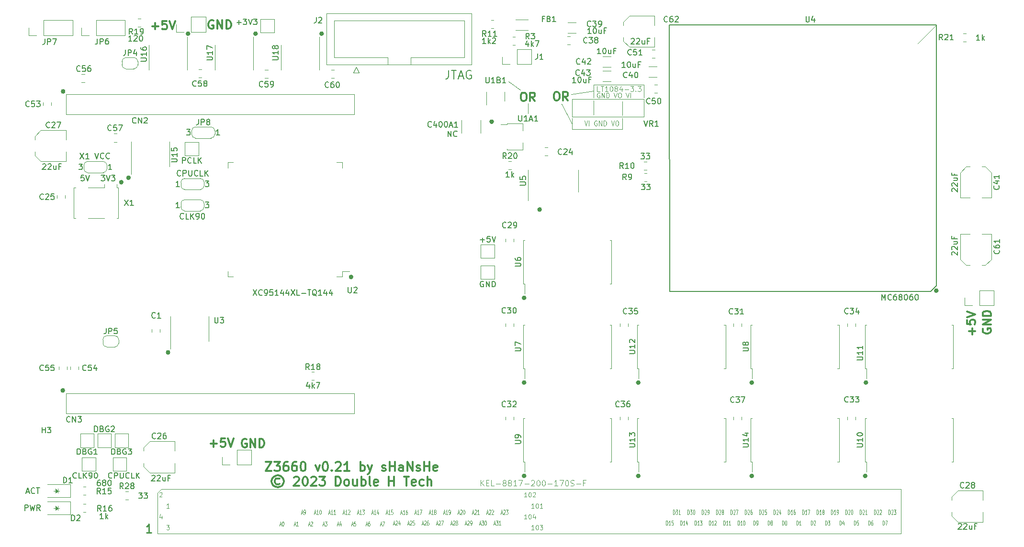
<source format=gbr>
G04 #@! TF.GenerationSoftware,KiCad,Pcbnew,7.0.5-0*
G04 #@! TF.CreationDate,2023-07-16T23:29:11+02:00*
G04 #@! TF.ProjectId,Z3660_v02,5a333636-305f-4763-9032-2e6b69636164,rev?*
G04 #@! TF.SameCoordinates,Original*
G04 #@! TF.FileFunction,Legend,Top*
G04 #@! TF.FilePolarity,Positive*
%FSLAX46Y46*%
G04 Gerber Fmt 4.6, Leading zero omitted, Abs format (unit mm)*
G04 Created by KiCad (PCBNEW 7.0.5-0) date 2023-07-16 23:29:11*
%MOMM*%
%LPD*%
G01*
G04 APERTURE LIST*
%ADD10C,0.150000*%
%ADD11C,0.120000*%
%ADD12C,0.400000*%
%ADD13C,0.100000*%
%ADD14C,0.300000*%
%ADD15C,0.250000*%
G04 APERTURE END LIST*
D10*
X242062000Y-31877000D02*
X194818000Y-31877000D01*
X242062000Y-77978000D02*
X242062000Y-31877000D01*
X241046000Y-78994000D02*
X242062000Y-77978000D01*
D11*
X139128500Y-97050000D02*
X88138000Y-97050000D01*
X139128500Y-44154500D02*
X88138000Y-44154500D01*
X105029000Y-113982500D02*
X104330000Y-114681000D01*
D12*
X242262000Y-78867000D02*
G75*
G03*
X242262000Y-78867000I-200000J0D01*
G01*
D11*
X238760000Y-35179000D02*
X242062000Y-31877000D01*
D12*
X229816000Y-95123000D02*
G75*
G03*
X229816000Y-95123000I-200000J0D01*
G01*
X209623000Y-95123000D02*
G75*
G03*
X209623000Y-95123000I-200000J0D01*
G01*
X87779200Y-96520000D02*
G75*
G03*
X87779200Y-96520000I-200000J0D01*
G01*
D11*
X186563000Y-50292000D02*
X186563000Y-48387000D01*
D12*
X99403000Y-58896000D02*
G75*
G03*
X99403000Y-58896000I-200000J0D01*
G01*
D13*
X186563000Y-45404600D02*
X186563000Y-47893800D01*
D11*
X88138000Y-44154500D02*
X88138000Y-47647000D01*
X235839000Y-121856500D02*
X235839000Y-113982500D01*
D12*
X169364000Y-80137000D02*
G75*
G03*
X169364000Y-80137000I-200000J0D01*
G01*
X172107200Y-64516000D02*
G75*
G03*
X172107200Y-64516000I-200000J0D01*
G01*
D11*
X139128500Y-47647000D02*
X139128500Y-44154500D01*
X177633000Y-50292000D02*
X186563000Y-50292000D01*
X181483000Y-44704000D02*
X181483000Y-42418000D01*
X175818800Y-45821600D02*
X177633000Y-49339500D01*
X177444400Y-44094400D02*
X181483000Y-43561000D01*
X88138000Y-100606000D02*
X139128500Y-100606000D01*
X86693000Y-113919000D02*
X86693000Y-114681000D01*
D12*
X98117000Y-59690000D02*
G75*
G03*
X98117000Y-59690000I-200000J0D01*
G01*
D11*
X85931000Y-114300000D02*
X86947000Y-114300000D01*
X85931000Y-117348000D02*
X86947000Y-117348000D01*
X86693000Y-117355208D02*
X86312000Y-117729000D01*
X86312000Y-116967000D01*
X86693000Y-117355208D01*
G36*
X86693000Y-117355208D02*
G01*
X86312000Y-117729000D01*
X86312000Y-116967000D01*
X86693000Y-117355208D01*
G37*
X139128500Y-100606000D02*
X139128500Y-97050000D01*
D12*
X138757000Y-76454000D02*
G75*
G03*
X138757000Y-76454000I-200000J0D01*
G01*
D11*
X190373000Y-42418000D02*
X190373000Y-44704000D01*
D12*
X189557000Y-111633000D02*
G75*
G03*
X189557000Y-111633000I-200000J0D01*
G01*
D11*
X104330000Y-114681000D02*
X104330000Y-121856500D01*
D12*
X169364000Y-111633000D02*
G75*
G03*
X169364000Y-111633000I-200000J0D01*
G01*
X189557000Y-95123000D02*
G75*
G03*
X189557000Y-95123000I-200000J0D01*
G01*
X163623600Y-48971200D02*
G75*
G03*
X163623600Y-48971200I-200000J0D01*
G01*
D10*
X194945000Y-78994000D02*
X194818000Y-31877000D01*
D12*
X133550000Y-33401000D02*
G75*
G03*
X133550000Y-33401000I-200000J0D01*
G01*
D11*
X166420800Y-41808400D02*
X168503600Y-43332400D01*
D13*
X181483000Y-45252200D02*
X181483000Y-47741400D01*
D11*
X169824400Y-47498000D02*
X169824400Y-45720000D01*
X235839000Y-113982500D02*
X105029000Y-113982500D01*
X86693000Y-116967000D02*
X86693000Y-117729000D01*
X86693000Y-114307208D02*
X86312000Y-114681000D01*
X86312000Y-113919000D01*
X86693000Y-114307208D01*
G36*
X86693000Y-114307208D02*
G01*
X86312000Y-114681000D01*
X86312000Y-113919000D01*
X86693000Y-114307208D01*
G37*
D12*
X121866000Y-33401000D02*
G75*
G03*
X121866000Y-33401000I-200000J0D01*
G01*
X87830000Y-43624500D02*
G75*
G03*
X87830000Y-43624500I-200000J0D01*
G01*
D11*
X88138000Y-97050000D02*
X88138000Y-100606000D01*
D12*
X109928000Y-33401000D02*
G75*
G03*
X109928000Y-33401000I-200000J0D01*
G01*
X169364000Y-95123000D02*
G75*
G03*
X169364000Y-95123000I-200000J0D01*
G01*
D11*
X177633000Y-48387000D02*
X177633000Y-50292000D01*
D10*
X241046000Y-78994000D02*
X194945000Y-78994000D01*
D12*
X209623000Y-111633000D02*
G75*
G03*
X209623000Y-111633000I-200000J0D01*
G01*
X106390800Y-89795600D02*
G75*
G03*
X106390800Y-89795600I-200000J0D01*
G01*
X229689000Y-111633000D02*
G75*
G03*
X229689000Y-111633000I-200000J0D01*
G01*
D11*
X104330000Y-121856500D02*
X235839000Y-121856500D01*
X181483000Y-42418000D02*
X190373000Y-42418000D01*
X88138000Y-47647000D02*
X139128500Y-47647000D01*
D13*
X163804763Y-120136323D02*
X164042858Y-120136323D01*
X163757144Y-120364895D02*
X163923810Y-119564895D01*
X163923810Y-119564895D02*
X164090477Y-120364895D01*
X164209524Y-119564895D02*
X164519048Y-119564895D01*
X164519048Y-119564895D02*
X164352381Y-119869657D01*
X164352381Y-119869657D02*
X164423810Y-119869657D01*
X164423810Y-119869657D02*
X164471429Y-119907752D01*
X164471429Y-119907752D02*
X164495238Y-119945847D01*
X164495238Y-119945847D02*
X164519048Y-120022038D01*
X164519048Y-120022038D02*
X164519048Y-120212514D01*
X164519048Y-120212514D02*
X164495238Y-120288704D01*
X164495238Y-120288704D02*
X164471429Y-120326800D01*
X164471429Y-120326800D02*
X164423810Y-120364895D01*
X164423810Y-120364895D02*
X164280953Y-120364895D01*
X164280953Y-120364895D02*
X164233334Y-120326800D01*
X164233334Y-120326800D02*
X164209524Y-120288704D01*
X164995238Y-120364895D02*
X164709524Y-120364895D01*
X164852381Y-120364895D02*
X164852381Y-119564895D01*
X164852381Y-119564895D02*
X164804762Y-119679180D01*
X164804762Y-119679180D02*
X164757143Y-119755371D01*
X164757143Y-119755371D02*
X164709524Y-119793466D01*
X233642857Y-118459895D02*
X233642857Y-117659895D01*
X233642857Y-117659895D02*
X233761905Y-117659895D01*
X233761905Y-117659895D02*
X233833333Y-117697990D01*
X233833333Y-117697990D02*
X233880952Y-117774180D01*
X233880952Y-117774180D02*
X233904762Y-117850371D01*
X233904762Y-117850371D02*
X233928571Y-118002752D01*
X233928571Y-118002752D02*
X233928571Y-118117038D01*
X233928571Y-118117038D02*
X233904762Y-118269419D01*
X233904762Y-118269419D02*
X233880952Y-118345609D01*
X233880952Y-118345609D02*
X233833333Y-118421800D01*
X233833333Y-118421800D02*
X233761905Y-118459895D01*
X233761905Y-118459895D02*
X233642857Y-118459895D01*
X234119048Y-117736085D02*
X234142857Y-117697990D01*
X234142857Y-117697990D02*
X234190476Y-117659895D01*
X234190476Y-117659895D02*
X234309524Y-117659895D01*
X234309524Y-117659895D02*
X234357143Y-117697990D01*
X234357143Y-117697990D02*
X234380952Y-117736085D01*
X234380952Y-117736085D02*
X234404762Y-117812276D01*
X234404762Y-117812276D02*
X234404762Y-117888466D01*
X234404762Y-117888466D02*
X234380952Y-118002752D01*
X234380952Y-118002752D02*
X234095238Y-118459895D01*
X234095238Y-118459895D02*
X234404762Y-118459895D01*
X234571428Y-117659895D02*
X234880952Y-117659895D01*
X234880952Y-117659895D02*
X234714285Y-117964657D01*
X234714285Y-117964657D02*
X234785714Y-117964657D01*
X234785714Y-117964657D02*
X234833333Y-118002752D01*
X234833333Y-118002752D02*
X234857142Y-118040847D01*
X234857142Y-118040847D02*
X234880952Y-118117038D01*
X234880952Y-118117038D02*
X234880952Y-118307514D01*
X234880952Y-118307514D02*
X234857142Y-118383704D01*
X234857142Y-118383704D02*
X234833333Y-118421800D01*
X234833333Y-118421800D02*
X234785714Y-118459895D01*
X234785714Y-118459895D02*
X234642857Y-118459895D01*
X234642857Y-118459895D02*
X234595238Y-118421800D01*
X234595238Y-118421800D02*
X234571428Y-118383704D01*
X208242857Y-118459895D02*
X208242857Y-117659895D01*
X208242857Y-117659895D02*
X208361905Y-117659895D01*
X208361905Y-117659895D02*
X208433333Y-117697990D01*
X208433333Y-117697990D02*
X208480952Y-117774180D01*
X208480952Y-117774180D02*
X208504762Y-117850371D01*
X208504762Y-117850371D02*
X208528571Y-118002752D01*
X208528571Y-118002752D02*
X208528571Y-118117038D01*
X208528571Y-118117038D02*
X208504762Y-118269419D01*
X208504762Y-118269419D02*
X208480952Y-118345609D01*
X208480952Y-118345609D02*
X208433333Y-118421800D01*
X208433333Y-118421800D02*
X208361905Y-118459895D01*
X208361905Y-118459895D02*
X208242857Y-118459895D01*
X208719048Y-117736085D02*
X208742857Y-117697990D01*
X208742857Y-117697990D02*
X208790476Y-117659895D01*
X208790476Y-117659895D02*
X208909524Y-117659895D01*
X208909524Y-117659895D02*
X208957143Y-117697990D01*
X208957143Y-117697990D02*
X208980952Y-117736085D01*
X208980952Y-117736085D02*
X209004762Y-117812276D01*
X209004762Y-117812276D02*
X209004762Y-117888466D01*
X209004762Y-117888466D02*
X208980952Y-118002752D01*
X208980952Y-118002752D02*
X208695238Y-118459895D01*
X208695238Y-118459895D02*
X209004762Y-118459895D01*
X209433333Y-117659895D02*
X209338095Y-117659895D01*
X209338095Y-117659895D02*
X209290476Y-117697990D01*
X209290476Y-117697990D02*
X209266666Y-117736085D01*
X209266666Y-117736085D02*
X209219047Y-117850371D01*
X209219047Y-117850371D02*
X209195238Y-118002752D01*
X209195238Y-118002752D02*
X209195238Y-118307514D01*
X209195238Y-118307514D02*
X209219047Y-118383704D01*
X209219047Y-118383704D02*
X209242857Y-118421800D01*
X209242857Y-118421800D02*
X209290476Y-118459895D01*
X209290476Y-118459895D02*
X209385714Y-118459895D01*
X209385714Y-118459895D02*
X209433333Y-118421800D01*
X209433333Y-118421800D02*
X209457142Y-118383704D01*
X209457142Y-118383704D02*
X209480952Y-118307514D01*
X209480952Y-118307514D02*
X209480952Y-118117038D01*
X209480952Y-118117038D02*
X209457142Y-118040847D01*
X209457142Y-118040847D02*
X209433333Y-118002752D01*
X209433333Y-118002752D02*
X209385714Y-117964657D01*
X209385714Y-117964657D02*
X209290476Y-117964657D01*
X209290476Y-117964657D02*
X209242857Y-118002752D01*
X209242857Y-118002752D02*
X209219047Y-118040847D01*
X209219047Y-118040847D02*
X209195238Y-118117038D01*
X198082857Y-118459895D02*
X198082857Y-117659895D01*
X198082857Y-117659895D02*
X198201905Y-117659895D01*
X198201905Y-117659895D02*
X198273333Y-117697990D01*
X198273333Y-117697990D02*
X198320952Y-117774180D01*
X198320952Y-117774180D02*
X198344762Y-117850371D01*
X198344762Y-117850371D02*
X198368571Y-118002752D01*
X198368571Y-118002752D02*
X198368571Y-118117038D01*
X198368571Y-118117038D02*
X198344762Y-118269419D01*
X198344762Y-118269419D02*
X198320952Y-118345609D01*
X198320952Y-118345609D02*
X198273333Y-118421800D01*
X198273333Y-118421800D02*
X198201905Y-118459895D01*
X198201905Y-118459895D02*
X198082857Y-118459895D01*
X198535238Y-117659895D02*
X198844762Y-117659895D01*
X198844762Y-117659895D02*
X198678095Y-117964657D01*
X198678095Y-117964657D02*
X198749524Y-117964657D01*
X198749524Y-117964657D02*
X198797143Y-118002752D01*
X198797143Y-118002752D02*
X198820952Y-118040847D01*
X198820952Y-118040847D02*
X198844762Y-118117038D01*
X198844762Y-118117038D02*
X198844762Y-118307514D01*
X198844762Y-118307514D02*
X198820952Y-118383704D01*
X198820952Y-118383704D02*
X198797143Y-118421800D01*
X198797143Y-118421800D02*
X198749524Y-118459895D01*
X198749524Y-118459895D02*
X198606667Y-118459895D01*
X198606667Y-118459895D02*
X198559048Y-118421800D01*
X198559048Y-118421800D02*
X198535238Y-118383704D01*
X199154285Y-117659895D02*
X199201904Y-117659895D01*
X199201904Y-117659895D02*
X199249523Y-117697990D01*
X199249523Y-117697990D02*
X199273333Y-117736085D01*
X199273333Y-117736085D02*
X199297142Y-117812276D01*
X199297142Y-117812276D02*
X199320952Y-117964657D01*
X199320952Y-117964657D02*
X199320952Y-118155133D01*
X199320952Y-118155133D02*
X199297142Y-118307514D01*
X199297142Y-118307514D02*
X199273333Y-118383704D01*
X199273333Y-118383704D02*
X199249523Y-118421800D01*
X199249523Y-118421800D02*
X199201904Y-118459895D01*
X199201904Y-118459895D02*
X199154285Y-118459895D01*
X199154285Y-118459895D02*
X199106666Y-118421800D01*
X199106666Y-118421800D02*
X199082857Y-118383704D01*
X199082857Y-118383704D02*
X199059047Y-118307514D01*
X199059047Y-118307514D02*
X199035238Y-118155133D01*
X199035238Y-118155133D02*
X199035238Y-117964657D01*
X199035238Y-117964657D02*
X199059047Y-117812276D01*
X199059047Y-117812276D02*
X199082857Y-117736085D01*
X199082857Y-117736085D02*
X199106666Y-117697990D01*
X199106666Y-117697990D02*
X199154285Y-117659895D01*
X220942857Y-118459895D02*
X220942857Y-117659895D01*
X220942857Y-117659895D02*
X221061905Y-117659895D01*
X221061905Y-117659895D02*
X221133333Y-117697990D01*
X221133333Y-117697990D02*
X221180952Y-117774180D01*
X221180952Y-117774180D02*
X221204762Y-117850371D01*
X221204762Y-117850371D02*
X221228571Y-118002752D01*
X221228571Y-118002752D02*
X221228571Y-118117038D01*
X221228571Y-118117038D02*
X221204762Y-118269419D01*
X221204762Y-118269419D02*
X221180952Y-118345609D01*
X221180952Y-118345609D02*
X221133333Y-118421800D01*
X221133333Y-118421800D02*
X221061905Y-118459895D01*
X221061905Y-118459895D02*
X220942857Y-118459895D01*
X221704762Y-118459895D02*
X221419048Y-118459895D01*
X221561905Y-118459895D02*
X221561905Y-117659895D01*
X221561905Y-117659895D02*
X221514286Y-117774180D01*
X221514286Y-117774180D02*
X221466667Y-117850371D01*
X221466667Y-117850371D02*
X221419048Y-117888466D01*
X221990476Y-118002752D02*
X221942857Y-117964657D01*
X221942857Y-117964657D02*
X221919047Y-117926561D01*
X221919047Y-117926561D02*
X221895238Y-117850371D01*
X221895238Y-117850371D02*
X221895238Y-117812276D01*
X221895238Y-117812276D02*
X221919047Y-117736085D01*
X221919047Y-117736085D02*
X221942857Y-117697990D01*
X221942857Y-117697990D02*
X221990476Y-117659895D01*
X221990476Y-117659895D02*
X222085714Y-117659895D01*
X222085714Y-117659895D02*
X222133333Y-117697990D01*
X222133333Y-117697990D02*
X222157142Y-117736085D01*
X222157142Y-117736085D02*
X222180952Y-117812276D01*
X222180952Y-117812276D02*
X222180952Y-117850371D01*
X222180952Y-117850371D02*
X222157142Y-117926561D01*
X222157142Y-117926561D02*
X222133333Y-117964657D01*
X222133333Y-117964657D02*
X222085714Y-118002752D01*
X222085714Y-118002752D02*
X221990476Y-118002752D01*
X221990476Y-118002752D02*
X221942857Y-118040847D01*
X221942857Y-118040847D02*
X221919047Y-118078942D01*
X221919047Y-118078942D02*
X221895238Y-118155133D01*
X221895238Y-118155133D02*
X221895238Y-118307514D01*
X221895238Y-118307514D02*
X221919047Y-118383704D01*
X221919047Y-118383704D02*
X221942857Y-118421800D01*
X221942857Y-118421800D02*
X221990476Y-118459895D01*
X221990476Y-118459895D02*
X222085714Y-118459895D01*
X222085714Y-118459895D02*
X222133333Y-118421800D01*
X222133333Y-118421800D02*
X222157142Y-118383704D01*
X222157142Y-118383704D02*
X222180952Y-118307514D01*
X222180952Y-118307514D02*
X222180952Y-118155133D01*
X222180952Y-118155133D02*
X222157142Y-118078942D01*
X222157142Y-118078942D02*
X222133333Y-118040847D01*
X222133333Y-118040847D02*
X222085714Y-118002752D01*
X213322857Y-118459895D02*
X213322857Y-117659895D01*
X213322857Y-117659895D02*
X213441905Y-117659895D01*
X213441905Y-117659895D02*
X213513333Y-117697990D01*
X213513333Y-117697990D02*
X213560952Y-117774180D01*
X213560952Y-117774180D02*
X213584762Y-117850371D01*
X213584762Y-117850371D02*
X213608571Y-118002752D01*
X213608571Y-118002752D02*
X213608571Y-118117038D01*
X213608571Y-118117038D02*
X213584762Y-118269419D01*
X213584762Y-118269419D02*
X213560952Y-118345609D01*
X213560952Y-118345609D02*
X213513333Y-118421800D01*
X213513333Y-118421800D02*
X213441905Y-118459895D01*
X213441905Y-118459895D02*
X213322857Y-118459895D01*
X213799048Y-117736085D02*
X213822857Y-117697990D01*
X213822857Y-117697990D02*
X213870476Y-117659895D01*
X213870476Y-117659895D02*
X213989524Y-117659895D01*
X213989524Y-117659895D02*
X214037143Y-117697990D01*
X214037143Y-117697990D02*
X214060952Y-117736085D01*
X214060952Y-117736085D02*
X214084762Y-117812276D01*
X214084762Y-117812276D02*
X214084762Y-117888466D01*
X214084762Y-117888466D02*
X214060952Y-118002752D01*
X214060952Y-118002752D02*
X213775238Y-118459895D01*
X213775238Y-118459895D02*
X214084762Y-118459895D01*
X214513333Y-117926561D02*
X214513333Y-118459895D01*
X214394285Y-117621800D02*
X214275238Y-118193228D01*
X214275238Y-118193228D02*
X214584761Y-118193228D01*
X228562857Y-118459895D02*
X228562857Y-117659895D01*
X228562857Y-117659895D02*
X228681905Y-117659895D01*
X228681905Y-117659895D02*
X228753333Y-117697990D01*
X228753333Y-117697990D02*
X228800952Y-117774180D01*
X228800952Y-117774180D02*
X228824762Y-117850371D01*
X228824762Y-117850371D02*
X228848571Y-118002752D01*
X228848571Y-118002752D02*
X228848571Y-118117038D01*
X228848571Y-118117038D02*
X228824762Y-118269419D01*
X228824762Y-118269419D02*
X228800952Y-118345609D01*
X228800952Y-118345609D02*
X228753333Y-118421800D01*
X228753333Y-118421800D02*
X228681905Y-118459895D01*
X228681905Y-118459895D02*
X228562857Y-118459895D01*
X229039048Y-117736085D02*
X229062857Y-117697990D01*
X229062857Y-117697990D02*
X229110476Y-117659895D01*
X229110476Y-117659895D02*
X229229524Y-117659895D01*
X229229524Y-117659895D02*
X229277143Y-117697990D01*
X229277143Y-117697990D02*
X229300952Y-117736085D01*
X229300952Y-117736085D02*
X229324762Y-117812276D01*
X229324762Y-117812276D02*
X229324762Y-117888466D01*
X229324762Y-117888466D02*
X229300952Y-118002752D01*
X229300952Y-118002752D02*
X229015238Y-118459895D01*
X229015238Y-118459895D02*
X229324762Y-118459895D01*
X229800952Y-118459895D02*
X229515238Y-118459895D01*
X229658095Y-118459895D02*
X229658095Y-117659895D01*
X229658095Y-117659895D02*
X229610476Y-117774180D01*
X229610476Y-117774180D02*
X229562857Y-117850371D01*
X229562857Y-117850371D02*
X229515238Y-117888466D01*
X222450952Y-120364895D02*
X222450952Y-119564895D01*
X222450952Y-119564895D02*
X222570000Y-119564895D01*
X222570000Y-119564895D02*
X222641428Y-119602990D01*
X222641428Y-119602990D02*
X222689047Y-119679180D01*
X222689047Y-119679180D02*
X222712857Y-119755371D01*
X222712857Y-119755371D02*
X222736666Y-119907752D01*
X222736666Y-119907752D02*
X222736666Y-120022038D01*
X222736666Y-120022038D02*
X222712857Y-120174419D01*
X222712857Y-120174419D02*
X222689047Y-120250609D01*
X222689047Y-120250609D02*
X222641428Y-120326800D01*
X222641428Y-120326800D02*
X222570000Y-120364895D01*
X222570000Y-120364895D02*
X222450952Y-120364895D01*
X222903333Y-119564895D02*
X223212857Y-119564895D01*
X223212857Y-119564895D02*
X223046190Y-119869657D01*
X223046190Y-119869657D02*
X223117619Y-119869657D01*
X223117619Y-119869657D02*
X223165238Y-119907752D01*
X223165238Y-119907752D02*
X223189047Y-119945847D01*
X223189047Y-119945847D02*
X223212857Y-120022038D01*
X223212857Y-120022038D02*
X223212857Y-120212514D01*
X223212857Y-120212514D02*
X223189047Y-120288704D01*
X223189047Y-120288704D02*
X223165238Y-120326800D01*
X223165238Y-120326800D02*
X223117619Y-120364895D01*
X223117619Y-120364895D02*
X222974762Y-120364895D01*
X222974762Y-120364895D02*
X222927143Y-120326800D01*
X222927143Y-120326800D02*
X222903333Y-120288704D01*
X226022857Y-118459895D02*
X226022857Y-117659895D01*
X226022857Y-117659895D02*
X226141905Y-117659895D01*
X226141905Y-117659895D02*
X226213333Y-117697990D01*
X226213333Y-117697990D02*
X226260952Y-117774180D01*
X226260952Y-117774180D02*
X226284762Y-117850371D01*
X226284762Y-117850371D02*
X226308571Y-118002752D01*
X226308571Y-118002752D02*
X226308571Y-118117038D01*
X226308571Y-118117038D02*
X226284762Y-118269419D01*
X226284762Y-118269419D02*
X226260952Y-118345609D01*
X226260952Y-118345609D02*
X226213333Y-118421800D01*
X226213333Y-118421800D02*
X226141905Y-118459895D01*
X226141905Y-118459895D02*
X226022857Y-118459895D01*
X226499048Y-117736085D02*
X226522857Y-117697990D01*
X226522857Y-117697990D02*
X226570476Y-117659895D01*
X226570476Y-117659895D02*
X226689524Y-117659895D01*
X226689524Y-117659895D02*
X226737143Y-117697990D01*
X226737143Y-117697990D02*
X226760952Y-117736085D01*
X226760952Y-117736085D02*
X226784762Y-117812276D01*
X226784762Y-117812276D02*
X226784762Y-117888466D01*
X226784762Y-117888466D02*
X226760952Y-118002752D01*
X226760952Y-118002752D02*
X226475238Y-118459895D01*
X226475238Y-118459895D02*
X226784762Y-118459895D01*
X227094285Y-117659895D02*
X227141904Y-117659895D01*
X227141904Y-117659895D02*
X227189523Y-117697990D01*
X227189523Y-117697990D02*
X227213333Y-117736085D01*
X227213333Y-117736085D02*
X227237142Y-117812276D01*
X227237142Y-117812276D02*
X227260952Y-117964657D01*
X227260952Y-117964657D02*
X227260952Y-118155133D01*
X227260952Y-118155133D02*
X227237142Y-118307514D01*
X227237142Y-118307514D02*
X227213333Y-118383704D01*
X227213333Y-118383704D02*
X227189523Y-118421800D01*
X227189523Y-118421800D02*
X227141904Y-118459895D01*
X227141904Y-118459895D02*
X227094285Y-118459895D01*
X227094285Y-118459895D02*
X227046666Y-118421800D01*
X227046666Y-118421800D02*
X227022857Y-118383704D01*
X227022857Y-118383704D02*
X226999047Y-118307514D01*
X226999047Y-118307514D02*
X226975238Y-118155133D01*
X226975238Y-118155133D02*
X226975238Y-117964657D01*
X226975238Y-117964657D02*
X226999047Y-117812276D01*
X226999047Y-117812276D02*
X227022857Y-117736085D01*
X227022857Y-117736085D02*
X227046666Y-117697990D01*
X227046666Y-117697990D02*
X227094285Y-117659895D01*
X195542857Y-118459895D02*
X195542857Y-117659895D01*
X195542857Y-117659895D02*
X195661905Y-117659895D01*
X195661905Y-117659895D02*
X195733333Y-117697990D01*
X195733333Y-117697990D02*
X195780952Y-117774180D01*
X195780952Y-117774180D02*
X195804762Y-117850371D01*
X195804762Y-117850371D02*
X195828571Y-118002752D01*
X195828571Y-118002752D02*
X195828571Y-118117038D01*
X195828571Y-118117038D02*
X195804762Y-118269419D01*
X195804762Y-118269419D02*
X195780952Y-118345609D01*
X195780952Y-118345609D02*
X195733333Y-118421800D01*
X195733333Y-118421800D02*
X195661905Y-118459895D01*
X195661905Y-118459895D02*
X195542857Y-118459895D01*
X195995238Y-117659895D02*
X196304762Y-117659895D01*
X196304762Y-117659895D02*
X196138095Y-117964657D01*
X196138095Y-117964657D02*
X196209524Y-117964657D01*
X196209524Y-117964657D02*
X196257143Y-118002752D01*
X196257143Y-118002752D02*
X196280952Y-118040847D01*
X196280952Y-118040847D02*
X196304762Y-118117038D01*
X196304762Y-118117038D02*
X196304762Y-118307514D01*
X196304762Y-118307514D02*
X196280952Y-118383704D01*
X196280952Y-118383704D02*
X196257143Y-118421800D01*
X196257143Y-118421800D02*
X196209524Y-118459895D01*
X196209524Y-118459895D02*
X196066667Y-118459895D01*
X196066667Y-118459895D02*
X196019048Y-118421800D01*
X196019048Y-118421800D02*
X195995238Y-118383704D01*
X196780952Y-118459895D02*
X196495238Y-118459895D01*
X196638095Y-118459895D02*
X196638095Y-117659895D01*
X196638095Y-117659895D02*
X196590476Y-117774180D01*
X196590476Y-117774180D02*
X196542857Y-117850371D01*
X196542857Y-117850371D02*
X196495238Y-117888466D01*
X205702857Y-118459895D02*
X205702857Y-117659895D01*
X205702857Y-117659895D02*
X205821905Y-117659895D01*
X205821905Y-117659895D02*
X205893333Y-117697990D01*
X205893333Y-117697990D02*
X205940952Y-117774180D01*
X205940952Y-117774180D02*
X205964762Y-117850371D01*
X205964762Y-117850371D02*
X205988571Y-118002752D01*
X205988571Y-118002752D02*
X205988571Y-118117038D01*
X205988571Y-118117038D02*
X205964762Y-118269419D01*
X205964762Y-118269419D02*
X205940952Y-118345609D01*
X205940952Y-118345609D02*
X205893333Y-118421800D01*
X205893333Y-118421800D02*
X205821905Y-118459895D01*
X205821905Y-118459895D02*
X205702857Y-118459895D01*
X206179048Y-117736085D02*
X206202857Y-117697990D01*
X206202857Y-117697990D02*
X206250476Y-117659895D01*
X206250476Y-117659895D02*
X206369524Y-117659895D01*
X206369524Y-117659895D02*
X206417143Y-117697990D01*
X206417143Y-117697990D02*
X206440952Y-117736085D01*
X206440952Y-117736085D02*
X206464762Y-117812276D01*
X206464762Y-117812276D02*
X206464762Y-117888466D01*
X206464762Y-117888466D02*
X206440952Y-118002752D01*
X206440952Y-118002752D02*
X206155238Y-118459895D01*
X206155238Y-118459895D02*
X206464762Y-118459895D01*
X206631428Y-117659895D02*
X206964761Y-117659895D01*
X206964761Y-117659895D02*
X206750476Y-118459895D01*
X203162857Y-118459895D02*
X203162857Y-117659895D01*
X203162857Y-117659895D02*
X203281905Y-117659895D01*
X203281905Y-117659895D02*
X203353333Y-117697990D01*
X203353333Y-117697990D02*
X203400952Y-117774180D01*
X203400952Y-117774180D02*
X203424762Y-117850371D01*
X203424762Y-117850371D02*
X203448571Y-118002752D01*
X203448571Y-118002752D02*
X203448571Y-118117038D01*
X203448571Y-118117038D02*
X203424762Y-118269419D01*
X203424762Y-118269419D02*
X203400952Y-118345609D01*
X203400952Y-118345609D02*
X203353333Y-118421800D01*
X203353333Y-118421800D02*
X203281905Y-118459895D01*
X203281905Y-118459895D02*
X203162857Y-118459895D01*
X203639048Y-117736085D02*
X203662857Y-117697990D01*
X203662857Y-117697990D02*
X203710476Y-117659895D01*
X203710476Y-117659895D02*
X203829524Y-117659895D01*
X203829524Y-117659895D02*
X203877143Y-117697990D01*
X203877143Y-117697990D02*
X203900952Y-117736085D01*
X203900952Y-117736085D02*
X203924762Y-117812276D01*
X203924762Y-117812276D02*
X203924762Y-117888466D01*
X203924762Y-117888466D02*
X203900952Y-118002752D01*
X203900952Y-118002752D02*
X203615238Y-118459895D01*
X203615238Y-118459895D02*
X203924762Y-118459895D01*
X204210476Y-118002752D02*
X204162857Y-117964657D01*
X204162857Y-117964657D02*
X204139047Y-117926561D01*
X204139047Y-117926561D02*
X204115238Y-117850371D01*
X204115238Y-117850371D02*
X204115238Y-117812276D01*
X204115238Y-117812276D02*
X204139047Y-117736085D01*
X204139047Y-117736085D02*
X204162857Y-117697990D01*
X204162857Y-117697990D02*
X204210476Y-117659895D01*
X204210476Y-117659895D02*
X204305714Y-117659895D01*
X204305714Y-117659895D02*
X204353333Y-117697990D01*
X204353333Y-117697990D02*
X204377142Y-117736085D01*
X204377142Y-117736085D02*
X204400952Y-117812276D01*
X204400952Y-117812276D02*
X204400952Y-117850371D01*
X204400952Y-117850371D02*
X204377142Y-117926561D01*
X204377142Y-117926561D02*
X204353333Y-117964657D01*
X204353333Y-117964657D02*
X204305714Y-118002752D01*
X204305714Y-118002752D02*
X204210476Y-118002752D01*
X204210476Y-118002752D02*
X204162857Y-118040847D01*
X204162857Y-118040847D02*
X204139047Y-118078942D01*
X204139047Y-118078942D02*
X204115238Y-118155133D01*
X204115238Y-118155133D02*
X204115238Y-118307514D01*
X204115238Y-118307514D02*
X204139047Y-118383704D01*
X204139047Y-118383704D02*
X204162857Y-118421800D01*
X204162857Y-118421800D02*
X204210476Y-118459895D01*
X204210476Y-118459895D02*
X204305714Y-118459895D01*
X204305714Y-118459895D02*
X204353333Y-118421800D01*
X204353333Y-118421800D02*
X204377142Y-118383704D01*
X204377142Y-118383704D02*
X204400952Y-118307514D01*
X204400952Y-118307514D02*
X204400952Y-118155133D01*
X204400952Y-118155133D02*
X204377142Y-118078942D01*
X204377142Y-118078942D02*
X204353333Y-118040847D01*
X204353333Y-118040847D02*
X204305714Y-118002752D01*
X200622857Y-118459895D02*
X200622857Y-117659895D01*
X200622857Y-117659895D02*
X200741905Y-117659895D01*
X200741905Y-117659895D02*
X200813333Y-117697990D01*
X200813333Y-117697990D02*
X200860952Y-117774180D01*
X200860952Y-117774180D02*
X200884762Y-117850371D01*
X200884762Y-117850371D02*
X200908571Y-118002752D01*
X200908571Y-118002752D02*
X200908571Y-118117038D01*
X200908571Y-118117038D02*
X200884762Y-118269419D01*
X200884762Y-118269419D02*
X200860952Y-118345609D01*
X200860952Y-118345609D02*
X200813333Y-118421800D01*
X200813333Y-118421800D02*
X200741905Y-118459895D01*
X200741905Y-118459895D02*
X200622857Y-118459895D01*
X201099048Y-117736085D02*
X201122857Y-117697990D01*
X201122857Y-117697990D02*
X201170476Y-117659895D01*
X201170476Y-117659895D02*
X201289524Y-117659895D01*
X201289524Y-117659895D02*
X201337143Y-117697990D01*
X201337143Y-117697990D02*
X201360952Y-117736085D01*
X201360952Y-117736085D02*
X201384762Y-117812276D01*
X201384762Y-117812276D02*
X201384762Y-117888466D01*
X201384762Y-117888466D02*
X201360952Y-118002752D01*
X201360952Y-118002752D02*
X201075238Y-118459895D01*
X201075238Y-118459895D02*
X201384762Y-118459895D01*
X201622857Y-118459895D02*
X201718095Y-118459895D01*
X201718095Y-118459895D02*
X201765714Y-118421800D01*
X201765714Y-118421800D02*
X201789523Y-118383704D01*
X201789523Y-118383704D02*
X201837142Y-118269419D01*
X201837142Y-118269419D02*
X201860952Y-118117038D01*
X201860952Y-118117038D02*
X201860952Y-117812276D01*
X201860952Y-117812276D02*
X201837142Y-117736085D01*
X201837142Y-117736085D02*
X201813333Y-117697990D01*
X201813333Y-117697990D02*
X201765714Y-117659895D01*
X201765714Y-117659895D02*
X201670476Y-117659895D01*
X201670476Y-117659895D02*
X201622857Y-117697990D01*
X201622857Y-117697990D02*
X201599047Y-117736085D01*
X201599047Y-117736085D02*
X201575238Y-117812276D01*
X201575238Y-117812276D02*
X201575238Y-118002752D01*
X201575238Y-118002752D02*
X201599047Y-118078942D01*
X201599047Y-118078942D02*
X201622857Y-118117038D01*
X201622857Y-118117038D02*
X201670476Y-118155133D01*
X201670476Y-118155133D02*
X201765714Y-118155133D01*
X201765714Y-118155133D02*
X201813333Y-118117038D01*
X201813333Y-118117038D02*
X201837142Y-118078942D01*
X201837142Y-118078942D02*
X201860952Y-118002752D01*
X215862857Y-118459895D02*
X215862857Y-117659895D01*
X215862857Y-117659895D02*
X215981905Y-117659895D01*
X215981905Y-117659895D02*
X216053333Y-117697990D01*
X216053333Y-117697990D02*
X216100952Y-117774180D01*
X216100952Y-117774180D02*
X216124762Y-117850371D01*
X216124762Y-117850371D02*
X216148571Y-118002752D01*
X216148571Y-118002752D02*
X216148571Y-118117038D01*
X216148571Y-118117038D02*
X216124762Y-118269419D01*
X216124762Y-118269419D02*
X216100952Y-118345609D01*
X216100952Y-118345609D02*
X216053333Y-118421800D01*
X216053333Y-118421800D02*
X215981905Y-118459895D01*
X215981905Y-118459895D02*
X215862857Y-118459895D01*
X216624762Y-118459895D02*
X216339048Y-118459895D01*
X216481905Y-118459895D02*
X216481905Y-117659895D01*
X216481905Y-117659895D02*
X216434286Y-117774180D01*
X216434286Y-117774180D02*
X216386667Y-117850371D01*
X216386667Y-117850371D02*
X216339048Y-117888466D01*
X217053333Y-117659895D02*
X216958095Y-117659895D01*
X216958095Y-117659895D02*
X216910476Y-117697990D01*
X216910476Y-117697990D02*
X216886666Y-117736085D01*
X216886666Y-117736085D02*
X216839047Y-117850371D01*
X216839047Y-117850371D02*
X216815238Y-118002752D01*
X216815238Y-118002752D02*
X216815238Y-118307514D01*
X216815238Y-118307514D02*
X216839047Y-118383704D01*
X216839047Y-118383704D02*
X216862857Y-118421800D01*
X216862857Y-118421800D02*
X216910476Y-118459895D01*
X216910476Y-118459895D02*
X217005714Y-118459895D01*
X217005714Y-118459895D02*
X217053333Y-118421800D01*
X217053333Y-118421800D02*
X217077142Y-118383704D01*
X217077142Y-118383704D02*
X217100952Y-118307514D01*
X217100952Y-118307514D02*
X217100952Y-118117038D01*
X217100952Y-118117038D02*
X217077142Y-118040847D01*
X217077142Y-118040847D02*
X217053333Y-118002752D01*
X217053333Y-118002752D02*
X217005714Y-117964657D01*
X217005714Y-117964657D02*
X216910476Y-117964657D01*
X216910476Y-117964657D02*
X216862857Y-118002752D01*
X216862857Y-118002752D02*
X216839047Y-118040847D01*
X216839047Y-118040847D02*
X216815238Y-118117038D01*
X231102857Y-118459895D02*
X231102857Y-117659895D01*
X231102857Y-117659895D02*
X231221905Y-117659895D01*
X231221905Y-117659895D02*
X231293333Y-117697990D01*
X231293333Y-117697990D02*
X231340952Y-117774180D01*
X231340952Y-117774180D02*
X231364762Y-117850371D01*
X231364762Y-117850371D02*
X231388571Y-118002752D01*
X231388571Y-118002752D02*
X231388571Y-118117038D01*
X231388571Y-118117038D02*
X231364762Y-118269419D01*
X231364762Y-118269419D02*
X231340952Y-118345609D01*
X231340952Y-118345609D02*
X231293333Y-118421800D01*
X231293333Y-118421800D02*
X231221905Y-118459895D01*
X231221905Y-118459895D02*
X231102857Y-118459895D01*
X231579048Y-117736085D02*
X231602857Y-117697990D01*
X231602857Y-117697990D02*
X231650476Y-117659895D01*
X231650476Y-117659895D02*
X231769524Y-117659895D01*
X231769524Y-117659895D02*
X231817143Y-117697990D01*
X231817143Y-117697990D02*
X231840952Y-117736085D01*
X231840952Y-117736085D02*
X231864762Y-117812276D01*
X231864762Y-117812276D02*
X231864762Y-117888466D01*
X231864762Y-117888466D02*
X231840952Y-118002752D01*
X231840952Y-118002752D02*
X231555238Y-118459895D01*
X231555238Y-118459895D02*
X231864762Y-118459895D01*
X232055238Y-117736085D02*
X232079047Y-117697990D01*
X232079047Y-117697990D02*
X232126666Y-117659895D01*
X232126666Y-117659895D02*
X232245714Y-117659895D01*
X232245714Y-117659895D02*
X232293333Y-117697990D01*
X232293333Y-117697990D02*
X232317142Y-117736085D01*
X232317142Y-117736085D02*
X232340952Y-117812276D01*
X232340952Y-117812276D02*
X232340952Y-117888466D01*
X232340952Y-117888466D02*
X232317142Y-118002752D01*
X232317142Y-118002752D02*
X232031428Y-118459895D01*
X232031428Y-118459895D02*
X232340952Y-118459895D01*
X218402857Y-118459895D02*
X218402857Y-117659895D01*
X218402857Y-117659895D02*
X218521905Y-117659895D01*
X218521905Y-117659895D02*
X218593333Y-117697990D01*
X218593333Y-117697990D02*
X218640952Y-117774180D01*
X218640952Y-117774180D02*
X218664762Y-117850371D01*
X218664762Y-117850371D02*
X218688571Y-118002752D01*
X218688571Y-118002752D02*
X218688571Y-118117038D01*
X218688571Y-118117038D02*
X218664762Y-118269419D01*
X218664762Y-118269419D02*
X218640952Y-118345609D01*
X218640952Y-118345609D02*
X218593333Y-118421800D01*
X218593333Y-118421800D02*
X218521905Y-118459895D01*
X218521905Y-118459895D02*
X218402857Y-118459895D01*
X219164762Y-118459895D02*
X218879048Y-118459895D01*
X219021905Y-118459895D02*
X219021905Y-117659895D01*
X219021905Y-117659895D02*
X218974286Y-117774180D01*
X218974286Y-117774180D02*
X218926667Y-117850371D01*
X218926667Y-117850371D02*
X218879048Y-117888466D01*
X219331428Y-117659895D02*
X219664761Y-117659895D01*
X219664761Y-117659895D02*
X219450476Y-118459895D01*
X210782857Y-118459895D02*
X210782857Y-117659895D01*
X210782857Y-117659895D02*
X210901905Y-117659895D01*
X210901905Y-117659895D02*
X210973333Y-117697990D01*
X210973333Y-117697990D02*
X211020952Y-117774180D01*
X211020952Y-117774180D02*
X211044762Y-117850371D01*
X211044762Y-117850371D02*
X211068571Y-118002752D01*
X211068571Y-118002752D02*
X211068571Y-118117038D01*
X211068571Y-118117038D02*
X211044762Y-118269419D01*
X211044762Y-118269419D02*
X211020952Y-118345609D01*
X211020952Y-118345609D02*
X210973333Y-118421800D01*
X210973333Y-118421800D02*
X210901905Y-118459895D01*
X210901905Y-118459895D02*
X210782857Y-118459895D01*
X211259048Y-117736085D02*
X211282857Y-117697990D01*
X211282857Y-117697990D02*
X211330476Y-117659895D01*
X211330476Y-117659895D02*
X211449524Y-117659895D01*
X211449524Y-117659895D02*
X211497143Y-117697990D01*
X211497143Y-117697990D02*
X211520952Y-117736085D01*
X211520952Y-117736085D02*
X211544762Y-117812276D01*
X211544762Y-117812276D02*
X211544762Y-117888466D01*
X211544762Y-117888466D02*
X211520952Y-118002752D01*
X211520952Y-118002752D02*
X211235238Y-118459895D01*
X211235238Y-118459895D02*
X211544762Y-118459895D01*
X211997142Y-117659895D02*
X211759047Y-117659895D01*
X211759047Y-117659895D02*
X211735238Y-118040847D01*
X211735238Y-118040847D02*
X211759047Y-118002752D01*
X211759047Y-118002752D02*
X211806666Y-117964657D01*
X211806666Y-117964657D02*
X211925714Y-117964657D01*
X211925714Y-117964657D02*
X211973333Y-118002752D01*
X211973333Y-118002752D02*
X211997142Y-118040847D01*
X211997142Y-118040847D02*
X212020952Y-118117038D01*
X212020952Y-118117038D02*
X212020952Y-118307514D01*
X212020952Y-118307514D02*
X211997142Y-118383704D01*
X211997142Y-118383704D02*
X211973333Y-118421800D01*
X211973333Y-118421800D02*
X211925714Y-118459895D01*
X211925714Y-118459895D02*
X211806666Y-118459895D01*
X211806666Y-118459895D02*
X211759047Y-118421800D01*
X211759047Y-118421800D02*
X211735238Y-118383704D01*
X223482857Y-118459895D02*
X223482857Y-117659895D01*
X223482857Y-117659895D02*
X223601905Y-117659895D01*
X223601905Y-117659895D02*
X223673333Y-117697990D01*
X223673333Y-117697990D02*
X223720952Y-117774180D01*
X223720952Y-117774180D02*
X223744762Y-117850371D01*
X223744762Y-117850371D02*
X223768571Y-118002752D01*
X223768571Y-118002752D02*
X223768571Y-118117038D01*
X223768571Y-118117038D02*
X223744762Y-118269419D01*
X223744762Y-118269419D02*
X223720952Y-118345609D01*
X223720952Y-118345609D02*
X223673333Y-118421800D01*
X223673333Y-118421800D02*
X223601905Y-118459895D01*
X223601905Y-118459895D02*
X223482857Y-118459895D01*
X224244762Y-118459895D02*
X223959048Y-118459895D01*
X224101905Y-118459895D02*
X224101905Y-117659895D01*
X224101905Y-117659895D02*
X224054286Y-117774180D01*
X224054286Y-117774180D02*
X224006667Y-117850371D01*
X224006667Y-117850371D02*
X223959048Y-117888466D01*
X224482857Y-118459895D02*
X224578095Y-118459895D01*
X224578095Y-118459895D02*
X224625714Y-118421800D01*
X224625714Y-118421800D02*
X224649523Y-118383704D01*
X224649523Y-118383704D02*
X224697142Y-118269419D01*
X224697142Y-118269419D02*
X224720952Y-118117038D01*
X224720952Y-118117038D02*
X224720952Y-117812276D01*
X224720952Y-117812276D02*
X224697142Y-117736085D01*
X224697142Y-117736085D02*
X224673333Y-117697990D01*
X224673333Y-117697990D02*
X224625714Y-117659895D01*
X224625714Y-117659895D02*
X224530476Y-117659895D01*
X224530476Y-117659895D02*
X224482857Y-117697990D01*
X224482857Y-117697990D02*
X224459047Y-117736085D01*
X224459047Y-117736085D02*
X224435238Y-117812276D01*
X224435238Y-117812276D02*
X224435238Y-118002752D01*
X224435238Y-118002752D02*
X224459047Y-118078942D01*
X224459047Y-118078942D02*
X224482857Y-118117038D01*
X224482857Y-118117038D02*
X224530476Y-118155133D01*
X224530476Y-118155133D02*
X224625714Y-118155133D01*
X224625714Y-118155133D02*
X224673333Y-118117038D01*
X224673333Y-118117038D02*
X224697142Y-118078942D01*
X224697142Y-118078942D02*
X224720952Y-118002752D01*
X105054381Y-118703561D02*
X105054381Y-119236895D01*
X104863905Y-118398800D02*
X104673428Y-118970228D01*
X104673428Y-118970228D02*
X105168667Y-118970228D01*
X169646666Y-115363395D02*
X169189523Y-115363395D01*
X169418095Y-115363395D02*
X169418095Y-114563395D01*
X169418095Y-114563395D02*
X169341904Y-114677680D01*
X169341904Y-114677680D02*
X169265714Y-114753871D01*
X169265714Y-114753871D02*
X169189523Y-114791966D01*
X170141905Y-114563395D02*
X170218095Y-114563395D01*
X170218095Y-114563395D02*
X170294286Y-114601490D01*
X170294286Y-114601490D02*
X170332381Y-114639585D01*
X170332381Y-114639585D02*
X170370476Y-114715776D01*
X170370476Y-114715776D02*
X170408571Y-114868157D01*
X170408571Y-114868157D02*
X170408571Y-115058633D01*
X170408571Y-115058633D02*
X170370476Y-115211014D01*
X170370476Y-115211014D02*
X170332381Y-115287204D01*
X170332381Y-115287204D02*
X170294286Y-115325300D01*
X170294286Y-115325300D02*
X170218095Y-115363395D01*
X170218095Y-115363395D02*
X170141905Y-115363395D01*
X170141905Y-115363395D02*
X170065714Y-115325300D01*
X170065714Y-115325300D02*
X170027619Y-115287204D01*
X170027619Y-115287204D02*
X169989524Y-115211014D01*
X169989524Y-115211014D02*
X169951428Y-115058633D01*
X169951428Y-115058633D02*
X169951428Y-114868157D01*
X169951428Y-114868157D02*
X169989524Y-114715776D01*
X169989524Y-114715776D02*
X170027619Y-114639585D01*
X170027619Y-114639585D02*
X170065714Y-114601490D01*
X170065714Y-114601490D02*
X170141905Y-114563395D01*
X170713333Y-114639585D02*
X170751429Y-114601490D01*
X170751429Y-114601490D02*
X170827619Y-114563395D01*
X170827619Y-114563395D02*
X171018095Y-114563395D01*
X171018095Y-114563395D02*
X171094286Y-114601490D01*
X171094286Y-114601490D02*
X171132381Y-114639585D01*
X171132381Y-114639585D02*
X171170476Y-114715776D01*
X171170476Y-114715776D02*
X171170476Y-114791966D01*
X171170476Y-114791966D02*
X171132381Y-114906252D01*
X171132381Y-114906252D02*
X170675238Y-115363395D01*
X170675238Y-115363395D02*
X171170476Y-115363395D01*
X170916666Y-121141895D02*
X170459523Y-121141895D01*
X170688095Y-121141895D02*
X170688095Y-120341895D01*
X170688095Y-120341895D02*
X170611904Y-120456180D01*
X170611904Y-120456180D02*
X170535714Y-120532371D01*
X170535714Y-120532371D02*
X170459523Y-120570466D01*
X171411905Y-120341895D02*
X171488095Y-120341895D01*
X171488095Y-120341895D02*
X171564286Y-120379990D01*
X171564286Y-120379990D02*
X171602381Y-120418085D01*
X171602381Y-120418085D02*
X171640476Y-120494276D01*
X171640476Y-120494276D02*
X171678571Y-120646657D01*
X171678571Y-120646657D02*
X171678571Y-120837133D01*
X171678571Y-120837133D02*
X171640476Y-120989514D01*
X171640476Y-120989514D02*
X171602381Y-121065704D01*
X171602381Y-121065704D02*
X171564286Y-121103800D01*
X171564286Y-121103800D02*
X171488095Y-121141895D01*
X171488095Y-121141895D02*
X171411905Y-121141895D01*
X171411905Y-121141895D02*
X171335714Y-121103800D01*
X171335714Y-121103800D02*
X171297619Y-121065704D01*
X171297619Y-121065704D02*
X171259524Y-120989514D01*
X171259524Y-120989514D02*
X171221428Y-120837133D01*
X171221428Y-120837133D02*
X171221428Y-120646657D01*
X171221428Y-120646657D02*
X171259524Y-120494276D01*
X171259524Y-120494276D02*
X171297619Y-120418085D01*
X171297619Y-120418085D02*
X171335714Y-120379990D01*
X171335714Y-120379990D02*
X171411905Y-120341895D01*
X171945238Y-120341895D02*
X172440476Y-120341895D01*
X172440476Y-120341895D02*
X172173810Y-120646657D01*
X172173810Y-120646657D02*
X172288095Y-120646657D01*
X172288095Y-120646657D02*
X172364286Y-120684752D01*
X172364286Y-120684752D02*
X172402381Y-120722847D01*
X172402381Y-120722847D02*
X172440476Y-120799038D01*
X172440476Y-120799038D02*
X172440476Y-120989514D01*
X172440476Y-120989514D02*
X172402381Y-121065704D01*
X172402381Y-121065704D02*
X172364286Y-121103800D01*
X172364286Y-121103800D02*
X172288095Y-121141895D01*
X172288095Y-121141895D02*
X172059524Y-121141895D01*
X172059524Y-121141895D02*
X171983333Y-121103800D01*
X171983333Y-121103800D02*
X171945238Y-121065704D01*
X170916666Y-117331895D02*
X170459523Y-117331895D01*
X170688095Y-117331895D02*
X170688095Y-116531895D01*
X170688095Y-116531895D02*
X170611904Y-116646180D01*
X170611904Y-116646180D02*
X170535714Y-116722371D01*
X170535714Y-116722371D02*
X170459523Y-116760466D01*
X171411905Y-116531895D02*
X171488095Y-116531895D01*
X171488095Y-116531895D02*
X171564286Y-116569990D01*
X171564286Y-116569990D02*
X171602381Y-116608085D01*
X171602381Y-116608085D02*
X171640476Y-116684276D01*
X171640476Y-116684276D02*
X171678571Y-116836657D01*
X171678571Y-116836657D02*
X171678571Y-117027133D01*
X171678571Y-117027133D02*
X171640476Y-117179514D01*
X171640476Y-117179514D02*
X171602381Y-117255704D01*
X171602381Y-117255704D02*
X171564286Y-117293800D01*
X171564286Y-117293800D02*
X171488095Y-117331895D01*
X171488095Y-117331895D02*
X171411905Y-117331895D01*
X171411905Y-117331895D02*
X171335714Y-117293800D01*
X171335714Y-117293800D02*
X171297619Y-117255704D01*
X171297619Y-117255704D02*
X171259524Y-117179514D01*
X171259524Y-117179514D02*
X171221428Y-117027133D01*
X171221428Y-117027133D02*
X171221428Y-116836657D01*
X171221428Y-116836657D02*
X171259524Y-116684276D01*
X171259524Y-116684276D02*
X171297619Y-116608085D01*
X171297619Y-116608085D02*
X171335714Y-116569990D01*
X171335714Y-116569990D02*
X171411905Y-116531895D01*
X172440476Y-117331895D02*
X171983333Y-117331895D01*
X172211905Y-117331895D02*
X172211905Y-116531895D01*
X172211905Y-116531895D02*
X172135714Y-116646180D01*
X172135714Y-116646180D02*
X172059524Y-116722371D01*
X172059524Y-116722371D02*
X171983333Y-116760466D01*
X169646666Y-119236895D02*
X169189523Y-119236895D01*
X169418095Y-119236895D02*
X169418095Y-118436895D01*
X169418095Y-118436895D02*
X169341904Y-118551180D01*
X169341904Y-118551180D02*
X169265714Y-118627371D01*
X169265714Y-118627371D02*
X169189523Y-118665466D01*
X170141905Y-118436895D02*
X170218095Y-118436895D01*
X170218095Y-118436895D02*
X170294286Y-118474990D01*
X170294286Y-118474990D02*
X170332381Y-118513085D01*
X170332381Y-118513085D02*
X170370476Y-118589276D01*
X170370476Y-118589276D02*
X170408571Y-118741657D01*
X170408571Y-118741657D02*
X170408571Y-118932133D01*
X170408571Y-118932133D02*
X170370476Y-119084514D01*
X170370476Y-119084514D02*
X170332381Y-119160704D01*
X170332381Y-119160704D02*
X170294286Y-119198800D01*
X170294286Y-119198800D02*
X170218095Y-119236895D01*
X170218095Y-119236895D02*
X170141905Y-119236895D01*
X170141905Y-119236895D02*
X170065714Y-119198800D01*
X170065714Y-119198800D02*
X170027619Y-119160704D01*
X170027619Y-119160704D02*
X169989524Y-119084514D01*
X169989524Y-119084514D02*
X169951428Y-118932133D01*
X169951428Y-118932133D02*
X169951428Y-118741657D01*
X169951428Y-118741657D02*
X169989524Y-118589276D01*
X169989524Y-118589276D02*
X170027619Y-118513085D01*
X170027619Y-118513085D02*
X170065714Y-118474990D01*
X170065714Y-118474990D02*
X170141905Y-118436895D01*
X171094286Y-118703561D02*
X171094286Y-119236895D01*
X170903810Y-118398800D02*
X170713333Y-118970228D01*
X170713333Y-118970228D02*
X171208572Y-118970228D01*
D14*
X103354428Y-32074900D02*
X104497286Y-32074900D01*
X103925857Y-32646328D02*
X103925857Y-31503471D01*
X105925857Y-31146328D02*
X105211571Y-31146328D01*
X105211571Y-31146328D02*
X105140143Y-31860614D01*
X105140143Y-31860614D02*
X105211571Y-31789185D01*
X105211571Y-31789185D02*
X105354429Y-31717757D01*
X105354429Y-31717757D02*
X105711571Y-31717757D01*
X105711571Y-31717757D02*
X105854429Y-31789185D01*
X105854429Y-31789185D02*
X105925857Y-31860614D01*
X105925857Y-31860614D02*
X105997286Y-32003471D01*
X105997286Y-32003471D02*
X105997286Y-32360614D01*
X105997286Y-32360614D02*
X105925857Y-32503471D01*
X105925857Y-32503471D02*
X105854429Y-32574900D01*
X105854429Y-32574900D02*
X105711571Y-32646328D01*
X105711571Y-32646328D02*
X105354429Y-32646328D01*
X105354429Y-32646328D02*
X105211571Y-32574900D01*
X105211571Y-32574900D02*
X105140143Y-32503471D01*
X106425857Y-31146328D02*
X106925857Y-32646328D01*
X106925857Y-32646328D02*
X107425857Y-31146328D01*
X250328757Y-85597856D02*
X250257328Y-85740714D01*
X250257328Y-85740714D02*
X250257328Y-85954999D01*
X250257328Y-85954999D02*
X250328757Y-86169285D01*
X250328757Y-86169285D02*
X250471614Y-86312142D01*
X250471614Y-86312142D02*
X250614471Y-86383571D01*
X250614471Y-86383571D02*
X250900185Y-86454999D01*
X250900185Y-86454999D02*
X251114471Y-86454999D01*
X251114471Y-86454999D02*
X251400185Y-86383571D01*
X251400185Y-86383571D02*
X251543042Y-86312142D01*
X251543042Y-86312142D02*
X251685900Y-86169285D01*
X251685900Y-86169285D02*
X251757328Y-85954999D01*
X251757328Y-85954999D02*
X251757328Y-85812142D01*
X251757328Y-85812142D02*
X251685900Y-85597856D01*
X251685900Y-85597856D02*
X251614471Y-85526428D01*
X251614471Y-85526428D02*
X251114471Y-85526428D01*
X251114471Y-85526428D02*
X251114471Y-85812142D01*
X251757328Y-84883571D02*
X250257328Y-84883571D01*
X250257328Y-84883571D02*
X251757328Y-84026428D01*
X251757328Y-84026428D02*
X250257328Y-84026428D01*
X251757328Y-83312142D02*
X250257328Y-83312142D01*
X250257328Y-83312142D02*
X250257328Y-82954999D01*
X250257328Y-82954999D02*
X250328757Y-82740713D01*
X250328757Y-82740713D02*
X250471614Y-82597856D01*
X250471614Y-82597856D02*
X250614471Y-82526427D01*
X250614471Y-82526427D02*
X250900185Y-82454999D01*
X250900185Y-82454999D02*
X251114471Y-82454999D01*
X251114471Y-82454999D02*
X251400185Y-82526427D01*
X251400185Y-82526427D02*
X251543042Y-82597856D01*
X251543042Y-82597856D02*
X251685900Y-82740713D01*
X251685900Y-82740713D02*
X251757328Y-82954999D01*
X251757328Y-82954999D02*
X251757328Y-83312142D01*
X114198543Y-31116157D02*
X114055686Y-31044728D01*
X114055686Y-31044728D02*
X113841400Y-31044728D01*
X113841400Y-31044728D02*
X113627114Y-31116157D01*
X113627114Y-31116157D02*
X113484257Y-31259014D01*
X113484257Y-31259014D02*
X113412828Y-31401871D01*
X113412828Y-31401871D02*
X113341400Y-31687585D01*
X113341400Y-31687585D02*
X113341400Y-31901871D01*
X113341400Y-31901871D02*
X113412828Y-32187585D01*
X113412828Y-32187585D02*
X113484257Y-32330442D01*
X113484257Y-32330442D02*
X113627114Y-32473300D01*
X113627114Y-32473300D02*
X113841400Y-32544728D01*
X113841400Y-32544728D02*
X113984257Y-32544728D01*
X113984257Y-32544728D02*
X114198543Y-32473300D01*
X114198543Y-32473300D02*
X114269971Y-32401871D01*
X114269971Y-32401871D02*
X114269971Y-31901871D01*
X114269971Y-31901871D02*
X113984257Y-31901871D01*
X114912828Y-32544728D02*
X114912828Y-31044728D01*
X114912828Y-31044728D02*
X115769971Y-32544728D01*
X115769971Y-32544728D02*
X115769971Y-31044728D01*
X116484257Y-32544728D02*
X116484257Y-31044728D01*
X116484257Y-31044728D02*
X116841400Y-31044728D01*
X116841400Y-31044728D02*
X117055686Y-31116157D01*
X117055686Y-31116157D02*
X117198543Y-31259014D01*
X117198543Y-31259014D02*
X117269972Y-31401871D01*
X117269972Y-31401871D02*
X117341400Y-31687585D01*
X117341400Y-31687585D02*
X117341400Y-31901871D01*
X117341400Y-31901871D02*
X117269972Y-32187585D01*
X117269972Y-32187585D02*
X117198543Y-32330442D01*
X117198543Y-32330442D02*
X117055686Y-32473300D01*
X117055686Y-32473300D02*
X116841400Y-32544728D01*
X116841400Y-32544728D02*
X116484257Y-32544728D01*
D13*
X201892857Y-120364895D02*
X201892857Y-119564895D01*
X201892857Y-119564895D02*
X202011905Y-119564895D01*
X202011905Y-119564895D02*
X202083333Y-119602990D01*
X202083333Y-119602990D02*
X202130952Y-119679180D01*
X202130952Y-119679180D02*
X202154762Y-119755371D01*
X202154762Y-119755371D02*
X202178571Y-119907752D01*
X202178571Y-119907752D02*
X202178571Y-120022038D01*
X202178571Y-120022038D02*
X202154762Y-120174419D01*
X202154762Y-120174419D02*
X202130952Y-120250609D01*
X202130952Y-120250609D02*
X202083333Y-120326800D01*
X202083333Y-120326800D02*
X202011905Y-120364895D01*
X202011905Y-120364895D02*
X201892857Y-120364895D01*
X202654762Y-120364895D02*
X202369048Y-120364895D01*
X202511905Y-120364895D02*
X202511905Y-119564895D01*
X202511905Y-119564895D02*
X202464286Y-119679180D01*
X202464286Y-119679180D02*
X202416667Y-119755371D01*
X202416667Y-119755371D02*
X202369048Y-119793466D01*
X202845238Y-119641085D02*
X202869047Y-119602990D01*
X202869047Y-119602990D02*
X202916666Y-119564895D01*
X202916666Y-119564895D02*
X203035714Y-119564895D01*
X203035714Y-119564895D02*
X203083333Y-119602990D01*
X203083333Y-119602990D02*
X203107142Y-119641085D01*
X203107142Y-119641085D02*
X203130952Y-119717276D01*
X203130952Y-119717276D02*
X203130952Y-119793466D01*
X203130952Y-119793466D02*
X203107142Y-119907752D01*
X203107142Y-119907752D02*
X202821428Y-120364895D01*
X202821428Y-120364895D02*
X203130952Y-120364895D01*
D10*
X90649752Y-54522019D02*
X91316418Y-55522019D01*
X91316418Y-54522019D02*
X90649752Y-55522019D01*
X92221180Y-55522019D02*
X91649752Y-55522019D01*
X91935466Y-55522019D02*
X91935466Y-54522019D01*
X91935466Y-54522019D02*
X91840228Y-54664876D01*
X91840228Y-54664876D02*
X91744990Y-54760114D01*
X91744990Y-54760114D02*
X91649752Y-54807733D01*
X93268800Y-54522019D02*
X93602133Y-55522019D01*
X93602133Y-55522019D02*
X93935466Y-54522019D01*
X94840228Y-55426780D02*
X94792609Y-55474400D01*
X94792609Y-55474400D02*
X94649752Y-55522019D01*
X94649752Y-55522019D02*
X94554514Y-55522019D01*
X94554514Y-55522019D02*
X94411657Y-55474400D01*
X94411657Y-55474400D02*
X94316419Y-55379161D01*
X94316419Y-55379161D02*
X94268800Y-55283923D01*
X94268800Y-55283923D02*
X94221181Y-55093447D01*
X94221181Y-55093447D02*
X94221181Y-54950590D01*
X94221181Y-54950590D02*
X94268800Y-54760114D01*
X94268800Y-54760114D02*
X94316419Y-54664876D01*
X94316419Y-54664876D02*
X94411657Y-54569638D01*
X94411657Y-54569638D02*
X94554514Y-54522019D01*
X94554514Y-54522019D02*
X94649752Y-54522019D01*
X94649752Y-54522019D02*
X94792609Y-54569638D01*
X94792609Y-54569638D02*
X94840228Y-54617257D01*
X95840228Y-55426780D02*
X95792609Y-55474400D01*
X95792609Y-55474400D02*
X95649752Y-55522019D01*
X95649752Y-55522019D02*
X95554514Y-55522019D01*
X95554514Y-55522019D02*
X95411657Y-55474400D01*
X95411657Y-55474400D02*
X95316419Y-55379161D01*
X95316419Y-55379161D02*
X95268800Y-55283923D01*
X95268800Y-55283923D02*
X95221181Y-55093447D01*
X95221181Y-55093447D02*
X95221181Y-54950590D01*
X95221181Y-54950590D02*
X95268800Y-54760114D01*
X95268800Y-54760114D02*
X95316419Y-54664876D01*
X95316419Y-54664876D02*
X95411657Y-54569638D01*
X95411657Y-54569638D02*
X95554514Y-54522019D01*
X95554514Y-54522019D02*
X95649752Y-54522019D01*
X95649752Y-54522019D02*
X95792609Y-54569638D01*
X95792609Y-54569638D02*
X95840228Y-54617257D01*
D13*
X104673428Y-114639585D02*
X104711524Y-114601490D01*
X104711524Y-114601490D02*
X104787714Y-114563395D01*
X104787714Y-114563395D02*
X104978190Y-114563395D01*
X104978190Y-114563395D02*
X105054381Y-114601490D01*
X105054381Y-114601490D02*
X105092476Y-114639585D01*
X105092476Y-114639585D02*
X105130571Y-114715776D01*
X105130571Y-114715776D02*
X105130571Y-114791966D01*
X105130571Y-114791966D02*
X105092476Y-114906252D01*
X105092476Y-114906252D02*
X104635333Y-115363395D01*
X104635333Y-115363395D02*
X105130571Y-115363395D01*
X146024763Y-120136323D02*
X146262858Y-120136323D01*
X145977144Y-120364895D02*
X146143810Y-119564895D01*
X146143810Y-119564895D02*
X146310477Y-120364895D01*
X146453334Y-119641085D02*
X146477143Y-119602990D01*
X146477143Y-119602990D02*
X146524762Y-119564895D01*
X146524762Y-119564895D02*
X146643810Y-119564895D01*
X146643810Y-119564895D02*
X146691429Y-119602990D01*
X146691429Y-119602990D02*
X146715238Y-119641085D01*
X146715238Y-119641085D02*
X146739048Y-119717276D01*
X146739048Y-119717276D02*
X146739048Y-119793466D01*
X146739048Y-119793466D02*
X146715238Y-119907752D01*
X146715238Y-119907752D02*
X146429524Y-120364895D01*
X146429524Y-120364895D02*
X146739048Y-120364895D01*
X147167619Y-119831561D02*
X147167619Y-120364895D01*
X147048571Y-119526800D02*
X146929524Y-120098228D01*
X146929524Y-120098228D02*
X147239047Y-120098228D01*
X151104763Y-120136323D02*
X151342858Y-120136323D01*
X151057144Y-120364895D02*
X151223810Y-119564895D01*
X151223810Y-119564895D02*
X151390477Y-120364895D01*
X151533334Y-119641085D02*
X151557143Y-119602990D01*
X151557143Y-119602990D02*
X151604762Y-119564895D01*
X151604762Y-119564895D02*
X151723810Y-119564895D01*
X151723810Y-119564895D02*
X151771429Y-119602990D01*
X151771429Y-119602990D02*
X151795238Y-119641085D01*
X151795238Y-119641085D02*
X151819048Y-119717276D01*
X151819048Y-119717276D02*
X151819048Y-119793466D01*
X151819048Y-119793466D02*
X151795238Y-119907752D01*
X151795238Y-119907752D02*
X151509524Y-120364895D01*
X151509524Y-120364895D02*
X151819048Y-120364895D01*
X152247619Y-119564895D02*
X152152381Y-119564895D01*
X152152381Y-119564895D02*
X152104762Y-119602990D01*
X152104762Y-119602990D02*
X152080952Y-119641085D01*
X152080952Y-119641085D02*
X152033333Y-119755371D01*
X152033333Y-119755371D02*
X152009524Y-119907752D01*
X152009524Y-119907752D02*
X152009524Y-120212514D01*
X152009524Y-120212514D02*
X152033333Y-120288704D01*
X152033333Y-120288704D02*
X152057143Y-120326800D01*
X152057143Y-120326800D02*
X152104762Y-120364895D01*
X152104762Y-120364895D02*
X152200000Y-120364895D01*
X152200000Y-120364895D02*
X152247619Y-120326800D01*
X152247619Y-120326800D02*
X152271428Y-120288704D01*
X152271428Y-120288704D02*
X152295238Y-120212514D01*
X152295238Y-120212514D02*
X152295238Y-120022038D01*
X152295238Y-120022038D02*
X152271428Y-119945847D01*
X152271428Y-119945847D02*
X152247619Y-119907752D01*
X152247619Y-119907752D02*
X152200000Y-119869657D01*
X152200000Y-119869657D02*
X152104762Y-119869657D01*
X152104762Y-119869657D02*
X152057143Y-119907752D01*
X152057143Y-119907752D02*
X152033333Y-119945847D01*
X152033333Y-119945847D02*
X152009524Y-120022038D01*
D14*
X113692228Y-105923300D02*
X114835086Y-105923300D01*
X114263657Y-106494728D02*
X114263657Y-105351871D01*
X116263657Y-104994728D02*
X115549371Y-104994728D01*
X115549371Y-104994728D02*
X115477943Y-105709014D01*
X115477943Y-105709014D02*
X115549371Y-105637585D01*
X115549371Y-105637585D02*
X115692229Y-105566157D01*
X115692229Y-105566157D02*
X116049371Y-105566157D01*
X116049371Y-105566157D02*
X116192229Y-105637585D01*
X116192229Y-105637585D02*
X116263657Y-105709014D01*
X116263657Y-105709014D02*
X116335086Y-105851871D01*
X116335086Y-105851871D02*
X116335086Y-106209014D01*
X116335086Y-106209014D02*
X116263657Y-106351871D01*
X116263657Y-106351871D02*
X116192229Y-106423300D01*
X116192229Y-106423300D02*
X116049371Y-106494728D01*
X116049371Y-106494728D02*
X115692229Y-106494728D01*
X115692229Y-106494728D02*
X115549371Y-106423300D01*
X115549371Y-106423300D02*
X115477943Y-106351871D01*
X116763657Y-104994728D02*
X117263657Y-106494728D01*
X117263657Y-106494728D02*
X117763657Y-104994728D01*
D11*
X182520857Y-43590117D02*
X182092285Y-43590117D01*
X182092285Y-43590117D02*
X182092285Y-42690117D01*
X182692285Y-42690117D02*
X183206571Y-42690117D01*
X182949428Y-43590117D02*
X182949428Y-42690117D01*
X183977999Y-43590117D02*
X183463713Y-43590117D01*
X183720856Y-43590117D02*
X183720856Y-42690117D01*
X183720856Y-42690117D02*
X183635142Y-42818688D01*
X183635142Y-42818688D02*
X183549427Y-42904402D01*
X183549427Y-42904402D02*
X183463713Y-42947260D01*
X184535142Y-42690117D02*
X184620856Y-42690117D01*
X184620856Y-42690117D02*
X184706570Y-42732974D01*
X184706570Y-42732974D02*
X184749428Y-42775831D01*
X184749428Y-42775831D02*
X184792285Y-42861545D01*
X184792285Y-42861545D02*
X184835142Y-43032974D01*
X184835142Y-43032974D02*
X184835142Y-43247260D01*
X184835142Y-43247260D02*
X184792285Y-43418688D01*
X184792285Y-43418688D02*
X184749428Y-43504402D01*
X184749428Y-43504402D02*
X184706570Y-43547260D01*
X184706570Y-43547260D02*
X184620856Y-43590117D01*
X184620856Y-43590117D02*
X184535142Y-43590117D01*
X184535142Y-43590117D02*
X184449428Y-43547260D01*
X184449428Y-43547260D02*
X184406570Y-43504402D01*
X184406570Y-43504402D02*
X184363713Y-43418688D01*
X184363713Y-43418688D02*
X184320856Y-43247260D01*
X184320856Y-43247260D02*
X184320856Y-43032974D01*
X184320856Y-43032974D02*
X184363713Y-42861545D01*
X184363713Y-42861545D02*
X184406570Y-42775831D01*
X184406570Y-42775831D02*
X184449428Y-42732974D01*
X184449428Y-42732974D02*
X184535142Y-42690117D01*
X185349428Y-43075831D02*
X185263713Y-43032974D01*
X185263713Y-43032974D02*
X185220856Y-42990117D01*
X185220856Y-42990117D02*
X185177999Y-42904402D01*
X185177999Y-42904402D02*
X185177999Y-42861545D01*
X185177999Y-42861545D02*
X185220856Y-42775831D01*
X185220856Y-42775831D02*
X185263713Y-42732974D01*
X185263713Y-42732974D02*
X185349428Y-42690117D01*
X185349428Y-42690117D02*
X185520856Y-42690117D01*
X185520856Y-42690117D02*
X185606571Y-42732974D01*
X185606571Y-42732974D02*
X185649428Y-42775831D01*
X185649428Y-42775831D02*
X185692285Y-42861545D01*
X185692285Y-42861545D02*
X185692285Y-42904402D01*
X185692285Y-42904402D02*
X185649428Y-42990117D01*
X185649428Y-42990117D02*
X185606571Y-43032974D01*
X185606571Y-43032974D02*
X185520856Y-43075831D01*
X185520856Y-43075831D02*
X185349428Y-43075831D01*
X185349428Y-43075831D02*
X185263713Y-43118688D01*
X185263713Y-43118688D02*
X185220856Y-43161545D01*
X185220856Y-43161545D02*
X185177999Y-43247260D01*
X185177999Y-43247260D02*
X185177999Y-43418688D01*
X185177999Y-43418688D02*
X185220856Y-43504402D01*
X185220856Y-43504402D02*
X185263713Y-43547260D01*
X185263713Y-43547260D02*
X185349428Y-43590117D01*
X185349428Y-43590117D02*
X185520856Y-43590117D01*
X185520856Y-43590117D02*
X185606571Y-43547260D01*
X185606571Y-43547260D02*
X185649428Y-43504402D01*
X185649428Y-43504402D02*
X185692285Y-43418688D01*
X185692285Y-43418688D02*
X185692285Y-43247260D01*
X185692285Y-43247260D02*
X185649428Y-43161545D01*
X185649428Y-43161545D02*
X185606571Y-43118688D01*
X185606571Y-43118688D02*
X185520856Y-43075831D01*
X186463714Y-42990117D02*
X186463714Y-43590117D01*
X186249428Y-42647260D02*
X186035142Y-43290117D01*
X186035142Y-43290117D02*
X186592285Y-43290117D01*
X186935142Y-43247260D02*
X187620857Y-43247260D01*
X187963714Y-42690117D02*
X188520857Y-42690117D01*
X188520857Y-42690117D02*
X188220857Y-43032974D01*
X188220857Y-43032974D02*
X188349428Y-43032974D01*
X188349428Y-43032974D02*
X188435143Y-43075831D01*
X188435143Y-43075831D02*
X188478000Y-43118688D01*
X188478000Y-43118688D02*
X188520857Y-43204402D01*
X188520857Y-43204402D02*
X188520857Y-43418688D01*
X188520857Y-43418688D02*
X188478000Y-43504402D01*
X188478000Y-43504402D02*
X188435143Y-43547260D01*
X188435143Y-43547260D02*
X188349428Y-43590117D01*
X188349428Y-43590117D02*
X188092285Y-43590117D01*
X188092285Y-43590117D02*
X188006571Y-43547260D01*
X188006571Y-43547260D02*
X187963714Y-43504402D01*
X188906571Y-43504402D02*
X188949428Y-43547260D01*
X188949428Y-43547260D02*
X188906571Y-43590117D01*
X188906571Y-43590117D02*
X188863714Y-43547260D01*
X188863714Y-43547260D02*
X188906571Y-43504402D01*
X188906571Y-43504402D02*
X188906571Y-43590117D01*
X189249428Y-42690117D02*
X189806571Y-42690117D01*
X189806571Y-42690117D02*
X189506571Y-43032974D01*
X189506571Y-43032974D02*
X189635142Y-43032974D01*
X189635142Y-43032974D02*
X189720857Y-43075831D01*
X189720857Y-43075831D02*
X189763714Y-43118688D01*
X189763714Y-43118688D02*
X189806571Y-43204402D01*
X189806571Y-43204402D02*
X189806571Y-43418688D01*
X189806571Y-43418688D02*
X189763714Y-43504402D01*
X189763714Y-43504402D02*
X189720857Y-43547260D01*
X189720857Y-43547260D02*
X189635142Y-43590117D01*
X189635142Y-43590117D02*
X189377999Y-43590117D01*
X189377999Y-43590117D02*
X189292285Y-43547260D01*
X189292285Y-43547260D02*
X189249428Y-43504402D01*
D14*
X120065943Y-105167757D02*
X119923086Y-105096328D01*
X119923086Y-105096328D02*
X119708800Y-105096328D01*
X119708800Y-105096328D02*
X119494514Y-105167757D01*
X119494514Y-105167757D02*
X119351657Y-105310614D01*
X119351657Y-105310614D02*
X119280228Y-105453471D01*
X119280228Y-105453471D02*
X119208800Y-105739185D01*
X119208800Y-105739185D02*
X119208800Y-105953471D01*
X119208800Y-105953471D02*
X119280228Y-106239185D01*
X119280228Y-106239185D02*
X119351657Y-106382042D01*
X119351657Y-106382042D02*
X119494514Y-106524900D01*
X119494514Y-106524900D02*
X119708800Y-106596328D01*
X119708800Y-106596328D02*
X119851657Y-106596328D01*
X119851657Y-106596328D02*
X120065943Y-106524900D01*
X120065943Y-106524900D02*
X120137371Y-106453471D01*
X120137371Y-106453471D02*
X120137371Y-105953471D01*
X120137371Y-105953471D02*
X119851657Y-105953471D01*
X120780228Y-106596328D02*
X120780228Y-105096328D01*
X120780228Y-105096328D02*
X121637371Y-106596328D01*
X121637371Y-106596328D02*
X121637371Y-105096328D01*
X122351657Y-106596328D02*
X122351657Y-105096328D01*
X122351657Y-105096328D02*
X122708800Y-105096328D01*
X122708800Y-105096328D02*
X122923086Y-105167757D01*
X122923086Y-105167757D02*
X123065943Y-105310614D01*
X123065943Y-105310614D02*
X123137372Y-105453471D01*
X123137372Y-105453471D02*
X123208800Y-105739185D01*
X123208800Y-105739185D02*
X123208800Y-105953471D01*
X123208800Y-105953471D02*
X123137372Y-106239185D01*
X123137372Y-106239185D02*
X123065943Y-106382042D01*
X123065943Y-106382042D02*
X122923086Y-106524900D01*
X122923086Y-106524900D02*
X122708800Y-106596328D01*
X122708800Y-106596328D02*
X122351657Y-106596328D01*
D13*
X129752858Y-118231323D02*
X129990953Y-118231323D01*
X129705239Y-118459895D02*
X129871905Y-117659895D01*
X129871905Y-117659895D02*
X130038572Y-118459895D01*
X130229048Y-118459895D02*
X130324286Y-118459895D01*
X130324286Y-118459895D02*
X130371905Y-118421800D01*
X130371905Y-118421800D02*
X130395714Y-118383704D01*
X130395714Y-118383704D02*
X130443333Y-118269419D01*
X130443333Y-118269419D02*
X130467143Y-118117038D01*
X130467143Y-118117038D02*
X130467143Y-117812276D01*
X130467143Y-117812276D02*
X130443333Y-117736085D01*
X130443333Y-117736085D02*
X130419524Y-117697990D01*
X130419524Y-117697990D02*
X130371905Y-117659895D01*
X130371905Y-117659895D02*
X130276667Y-117659895D01*
X130276667Y-117659895D02*
X130229048Y-117697990D01*
X130229048Y-117697990D02*
X130205238Y-117736085D01*
X130205238Y-117736085D02*
X130181429Y-117812276D01*
X130181429Y-117812276D02*
X130181429Y-118002752D01*
X130181429Y-118002752D02*
X130205238Y-118078942D01*
X130205238Y-118078942D02*
X130229048Y-118117038D01*
X130229048Y-118117038D02*
X130276667Y-118155133D01*
X130276667Y-118155133D02*
X130371905Y-118155133D01*
X130371905Y-118155133D02*
X130419524Y-118117038D01*
X130419524Y-118117038D02*
X130443333Y-118078942D01*
X130443333Y-118078942D02*
X130467143Y-118002752D01*
D15*
X103196972Y-121686528D02*
X102339829Y-121686528D01*
X102768400Y-121686528D02*
X102768400Y-120186528D01*
X102768400Y-120186528D02*
X102625543Y-120400814D01*
X102625543Y-120400814D02*
X102482686Y-120543671D01*
X102482686Y-120543671D02*
X102339829Y-120615100D01*
D13*
X194272857Y-120364895D02*
X194272857Y-119564895D01*
X194272857Y-119564895D02*
X194391905Y-119564895D01*
X194391905Y-119564895D02*
X194463333Y-119602990D01*
X194463333Y-119602990D02*
X194510952Y-119679180D01*
X194510952Y-119679180D02*
X194534762Y-119755371D01*
X194534762Y-119755371D02*
X194558571Y-119907752D01*
X194558571Y-119907752D02*
X194558571Y-120022038D01*
X194558571Y-120022038D02*
X194534762Y-120174419D01*
X194534762Y-120174419D02*
X194510952Y-120250609D01*
X194510952Y-120250609D02*
X194463333Y-120326800D01*
X194463333Y-120326800D02*
X194391905Y-120364895D01*
X194391905Y-120364895D02*
X194272857Y-120364895D01*
X195034762Y-120364895D02*
X194749048Y-120364895D01*
X194891905Y-120364895D02*
X194891905Y-119564895D01*
X194891905Y-119564895D02*
X194844286Y-119679180D01*
X194844286Y-119679180D02*
X194796667Y-119755371D01*
X194796667Y-119755371D02*
X194749048Y-119793466D01*
X195487142Y-119564895D02*
X195249047Y-119564895D01*
X195249047Y-119564895D02*
X195225238Y-119945847D01*
X195225238Y-119945847D02*
X195249047Y-119907752D01*
X195249047Y-119907752D02*
X195296666Y-119869657D01*
X195296666Y-119869657D02*
X195415714Y-119869657D01*
X195415714Y-119869657D02*
X195463333Y-119907752D01*
X195463333Y-119907752D02*
X195487142Y-119945847D01*
X195487142Y-119945847D02*
X195510952Y-120022038D01*
X195510952Y-120022038D02*
X195510952Y-120212514D01*
X195510952Y-120212514D02*
X195487142Y-120288704D01*
X195487142Y-120288704D02*
X195463333Y-120326800D01*
X195463333Y-120326800D02*
X195415714Y-120364895D01*
X195415714Y-120364895D02*
X195296666Y-120364895D01*
X195296666Y-120364895D02*
X195249047Y-120326800D01*
X195249047Y-120326800D02*
X195225238Y-120288704D01*
X134594763Y-118231323D02*
X134832858Y-118231323D01*
X134547144Y-118459895D02*
X134713810Y-117659895D01*
X134713810Y-117659895D02*
X134880477Y-118459895D01*
X135309048Y-118459895D02*
X135023334Y-118459895D01*
X135166191Y-118459895D02*
X135166191Y-117659895D01*
X135166191Y-117659895D02*
X135118572Y-117774180D01*
X135118572Y-117774180D02*
X135070953Y-117850371D01*
X135070953Y-117850371D02*
X135023334Y-117888466D01*
X135785238Y-118459895D02*
X135499524Y-118459895D01*
X135642381Y-118459895D02*
X135642381Y-117659895D01*
X135642381Y-117659895D02*
X135594762Y-117774180D01*
X135594762Y-117774180D02*
X135547143Y-117850371D01*
X135547143Y-117850371D02*
X135499524Y-117888466D01*
X162534763Y-118231323D02*
X162772858Y-118231323D01*
X162487144Y-118459895D02*
X162653810Y-117659895D01*
X162653810Y-117659895D02*
X162820477Y-118459895D01*
X162963334Y-117736085D02*
X162987143Y-117697990D01*
X162987143Y-117697990D02*
X163034762Y-117659895D01*
X163034762Y-117659895D02*
X163153810Y-117659895D01*
X163153810Y-117659895D02*
X163201429Y-117697990D01*
X163201429Y-117697990D02*
X163225238Y-117736085D01*
X163225238Y-117736085D02*
X163249048Y-117812276D01*
X163249048Y-117812276D02*
X163249048Y-117888466D01*
X163249048Y-117888466D02*
X163225238Y-118002752D01*
X163225238Y-118002752D02*
X162939524Y-118459895D01*
X162939524Y-118459895D02*
X163249048Y-118459895D01*
X163439524Y-117736085D02*
X163463333Y-117697990D01*
X163463333Y-117697990D02*
X163510952Y-117659895D01*
X163510952Y-117659895D02*
X163630000Y-117659895D01*
X163630000Y-117659895D02*
X163677619Y-117697990D01*
X163677619Y-117697990D02*
X163701428Y-117736085D01*
X163701428Y-117736085D02*
X163725238Y-117812276D01*
X163725238Y-117812276D02*
X163725238Y-117888466D01*
X163725238Y-117888466D02*
X163701428Y-118002752D01*
X163701428Y-118002752D02*
X163415714Y-118459895D01*
X163415714Y-118459895D02*
X163725238Y-118459895D01*
X157454763Y-118231323D02*
X157692858Y-118231323D01*
X157407144Y-118459895D02*
X157573810Y-117659895D01*
X157573810Y-117659895D02*
X157740477Y-118459895D01*
X157883334Y-117736085D02*
X157907143Y-117697990D01*
X157907143Y-117697990D02*
X157954762Y-117659895D01*
X157954762Y-117659895D02*
X158073810Y-117659895D01*
X158073810Y-117659895D02*
X158121429Y-117697990D01*
X158121429Y-117697990D02*
X158145238Y-117736085D01*
X158145238Y-117736085D02*
X158169048Y-117812276D01*
X158169048Y-117812276D02*
X158169048Y-117888466D01*
X158169048Y-117888466D02*
X158145238Y-118002752D01*
X158145238Y-118002752D02*
X157859524Y-118459895D01*
X157859524Y-118459895D02*
X158169048Y-118459895D01*
X158478571Y-117659895D02*
X158526190Y-117659895D01*
X158526190Y-117659895D02*
X158573809Y-117697990D01*
X158573809Y-117697990D02*
X158597619Y-117736085D01*
X158597619Y-117736085D02*
X158621428Y-117812276D01*
X158621428Y-117812276D02*
X158645238Y-117964657D01*
X158645238Y-117964657D02*
X158645238Y-118155133D01*
X158645238Y-118155133D02*
X158621428Y-118307514D01*
X158621428Y-118307514D02*
X158597619Y-118383704D01*
X158597619Y-118383704D02*
X158573809Y-118421800D01*
X158573809Y-118421800D02*
X158526190Y-118459895D01*
X158526190Y-118459895D02*
X158478571Y-118459895D01*
X158478571Y-118459895D02*
X158430952Y-118421800D01*
X158430952Y-118421800D02*
X158407143Y-118383704D01*
X158407143Y-118383704D02*
X158383333Y-118307514D01*
X158383333Y-118307514D02*
X158359524Y-118155133D01*
X158359524Y-118155133D02*
X158359524Y-117964657D01*
X158359524Y-117964657D02*
X158383333Y-117812276D01*
X158383333Y-117812276D02*
X158407143Y-117736085D01*
X158407143Y-117736085D02*
X158430952Y-117697990D01*
X158430952Y-117697990D02*
X158478571Y-117659895D01*
X133562858Y-120278323D02*
X133800953Y-120278323D01*
X133515239Y-120506895D02*
X133681905Y-119706895D01*
X133681905Y-119706895D02*
X133848572Y-120506895D01*
X133967619Y-119706895D02*
X134277143Y-119706895D01*
X134277143Y-119706895D02*
X134110476Y-120011657D01*
X134110476Y-120011657D02*
X134181905Y-120011657D01*
X134181905Y-120011657D02*
X134229524Y-120049752D01*
X134229524Y-120049752D02*
X134253333Y-120087847D01*
X134253333Y-120087847D02*
X134277143Y-120164038D01*
X134277143Y-120164038D02*
X134277143Y-120354514D01*
X134277143Y-120354514D02*
X134253333Y-120430704D01*
X134253333Y-120430704D02*
X134229524Y-120468800D01*
X134229524Y-120468800D02*
X134181905Y-120506895D01*
X134181905Y-120506895D02*
X134039048Y-120506895D01*
X134039048Y-120506895D02*
X133991429Y-120468800D01*
X133991429Y-120468800D02*
X133967619Y-120430704D01*
X143722858Y-120278323D02*
X143960953Y-120278323D01*
X143675239Y-120506895D02*
X143841905Y-119706895D01*
X143841905Y-119706895D02*
X144008572Y-120506895D01*
X144127619Y-119706895D02*
X144460952Y-119706895D01*
X144460952Y-119706895D02*
X144246667Y-120506895D01*
D10*
X91300323Y-58433619D02*
X90824133Y-58433619D01*
X90824133Y-58433619D02*
X90776514Y-58909809D01*
X90776514Y-58909809D02*
X90824133Y-58862190D01*
X90824133Y-58862190D02*
X90919371Y-58814571D01*
X90919371Y-58814571D02*
X91157466Y-58814571D01*
X91157466Y-58814571D02*
X91252704Y-58862190D01*
X91252704Y-58862190D02*
X91300323Y-58909809D01*
X91300323Y-58909809D02*
X91347942Y-59005047D01*
X91347942Y-59005047D02*
X91347942Y-59243142D01*
X91347942Y-59243142D02*
X91300323Y-59338380D01*
X91300323Y-59338380D02*
X91252704Y-59386000D01*
X91252704Y-59386000D02*
X91157466Y-59433619D01*
X91157466Y-59433619D02*
X90919371Y-59433619D01*
X90919371Y-59433619D02*
X90824133Y-59386000D01*
X90824133Y-59386000D02*
X90776514Y-59338380D01*
X91633657Y-58433619D02*
X91966990Y-59433619D01*
X91966990Y-59433619D02*
X92300323Y-58433619D01*
D13*
X214830952Y-120364895D02*
X214830952Y-119564895D01*
X214830952Y-119564895D02*
X214950000Y-119564895D01*
X214950000Y-119564895D02*
X215021428Y-119602990D01*
X215021428Y-119602990D02*
X215069047Y-119679180D01*
X215069047Y-119679180D02*
X215092857Y-119755371D01*
X215092857Y-119755371D02*
X215116666Y-119907752D01*
X215116666Y-119907752D02*
X215116666Y-120022038D01*
X215116666Y-120022038D02*
X215092857Y-120174419D01*
X215092857Y-120174419D02*
X215069047Y-120250609D01*
X215069047Y-120250609D02*
X215021428Y-120326800D01*
X215021428Y-120326800D02*
X214950000Y-120364895D01*
X214950000Y-120364895D02*
X214830952Y-120364895D01*
X215426190Y-119564895D02*
X215473809Y-119564895D01*
X215473809Y-119564895D02*
X215521428Y-119602990D01*
X215521428Y-119602990D02*
X215545238Y-119641085D01*
X215545238Y-119641085D02*
X215569047Y-119717276D01*
X215569047Y-119717276D02*
X215592857Y-119869657D01*
X215592857Y-119869657D02*
X215592857Y-120060133D01*
X215592857Y-120060133D02*
X215569047Y-120212514D01*
X215569047Y-120212514D02*
X215545238Y-120288704D01*
X215545238Y-120288704D02*
X215521428Y-120326800D01*
X215521428Y-120326800D02*
X215473809Y-120364895D01*
X215473809Y-120364895D02*
X215426190Y-120364895D01*
X215426190Y-120364895D02*
X215378571Y-120326800D01*
X215378571Y-120326800D02*
X215354762Y-120288704D01*
X215354762Y-120288704D02*
X215330952Y-120212514D01*
X215330952Y-120212514D02*
X215307143Y-120060133D01*
X215307143Y-120060133D02*
X215307143Y-119869657D01*
X215307143Y-119869657D02*
X215330952Y-119717276D01*
X215330952Y-119717276D02*
X215354762Y-119641085D01*
X215354762Y-119641085D02*
X215378571Y-119602990D01*
X215378571Y-119602990D02*
X215426190Y-119564895D01*
X199352857Y-120364895D02*
X199352857Y-119564895D01*
X199352857Y-119564895D02*
X199471905Y-119564895D01*
X199471905Y-119564895D02*
X199543333Y-119602990D01*
X199543333Y-119602990D02*
X199590952Y-119679180D01*
X199590952Y-119679180D02*
X199614762Y-119755371D01*
X199614762Y-119755371D02*
X199638571Y-119907752D01*
X199638571Y-119907752D02*
X199638571Y-120022038D01*
X199638571Y-120022038D02*
X199614762Y-120174419D01*
X199614762Y-120174419D02*
X199590952Y-120250609D01*
X199590952Y-120250609D02*
X199543333Y-120326800D01*
X199543333Y-120326800D02*
X199471905Y-120364895D01*
X199471905Y-120364895D02*
X199352857Y-120364895D01*
X200114762Y-120364895D02*
X199829048Y-120364895D01*
X199971905Y-120364895D02*
X199971905Y-119564895D01*
X199971905Y-119564895D02*
X199924286Y-119679180D01*
X199924286Y-119679180D02*
X199876667Y-119755371D01*
X199876667Y-119755371D02*
X199829048Y-119793466D01*
X200281428Y-119564895D02*
X200590952Y-119564895D01*
X200590952Y-119564895D02*
X200424285Y-119869657D01*
X200424285Y-119869657D02*
X200495714Y-119869657D01*
X200495714Y-119869657D02*
X200543333Y-119907752D01*
X200543333Y-119907752D02*
X200567142Y-119945847D01*
X200567142Y-119945847D02*
X200590952Y-120022038D01*
X200590952Y-120022038D02*
X200590952Y-120212514D01*
X200590952Y-120212514D02*
X200567142Y-120288704D01*
X200567142Y-120288704D02*
X200543333Y-120326800D01*
X200543333Y-120326800D02*
X200495714Y-120364895D01*
X200495714Y-120364895D02*
X200352857Y-120364895D01*
X200352857Y-120364895D02*
X200305238Y-120326800D01*
X200305238Y-120326800D02*
X200281428Y-120288704D01*
X105905333Y-120341895D02*
X106400571Y-120341895D01*
X106400571Y-120341895D02*
X106133905Y-120646657D01*
X106133905Y-120646657D02*
X106248190Y-120646657D01*
X106248190Y-120646657D02*
X106324381Y-120684752D01*
X106324381Y-120684752D02*
X106362476Y-120722847D01*
X106362476Y-120722847D02*
X106400571Y-120799038D01*
X106400571Y-120799038D02*
X106400571Y-120989514D01*
X106400571Y-120989514D02*
X106362476Y-121065704D01*
X106362476Y-121065704D02*
X106324381Y-121103800D01*
X106324381Y-121103800D02*
X106248190Y-121141895D01*
X106248190Y-121141895D02*
X106019619Y-121141895D01*
X106019619Y-121141895D02*
X105943428Y-121103800D01*
X105943428Y-121103800D02*
X105905333Y-121065704D01*
D14*
X168931543Y-43831528D02*
X169217257Y-43831528D01*
X169217257Y-43831528D02*
X169360114Y-43902957D01*
X169360114Y-43902957D02*
X169502971Y-44045814D01*
X169502971Y-44045814D02*
X169574400Y-44331528D01*
X169574400Y-44331528D02*
X169574400Y-44831528D01*
X169574400Y-44831528D02*
X169502971Y-45117242D01*
X169502971Y-45117242D02*
X169360114Y-45260100D01*
X169360114Y-45260100D02*
X169217257Y-45331528D01*
X169217257Y-45331528D02*
X168931543Y-45331528D01*
X168931543Y-45331528D02*
X168788686Y-45260100D01*
X168788686Y-45260100D02*
X168645828Y-45117242D01*
X168645828Y-45117242D02*
X168574400Y-44831528D01*
X168574400Y-44831528D02*
X168574400Y-44331528D01*
X168574400Y-44331528D02*
X168645828Y-44045814D01*
X168645828Y-44045814D02*
X168788686Y-43902957D01*
X168788686Y-43902957D02*
X168931543Y-43831528D01*
X171074400Y-45331528D02*
X170574400Y-44617242D01*
X170217257Y-45331528D02*
X170217257Y-43831528D01*
X170217257Y-43831528D02*
X170788686Y-43831528D01*
X170788686Y-43831528D02*
X170931543Y-43902957D01*
X170931543Y-43902957D02*
X171002972Y-43974385D01*
X171002972Y-43974385D02*
X171074400Y-44117242D01*
X171074400Y-44117242D02*
X171074400Y-44331528D01*
X171074400Y-44331528D02*
X171002972Y-44474385D01*
X171002972Y-44474385D02*
X170931543Y-44545814D01*
X170931543Y-44545814D02*
X170788686Y-44617242D01*
X170788686Y-44617242D02*
X170217257Y-44617242D01*
D13*
X219910952Y-120364895D02*
X219910952Y-119564895D01*
X219910952Y-119564895D02*
X220030000Y-119564895D01*
X220030000Y-119564895D02*
X220101428Y-119602990D01*
X220101428Y-119602990D02*
X220149047Y-119679180D01*
X220149047Y-119679180D02*
X220172857Y-119755371D01*
X220172857Y-119755371D02*
X220196666Y-119907752D01*
X220196666Y-119907752D02*
X220196666Y-120022038D01*
X220196666Y-120022038D02*
X220172857Y-120174419D01*
X220172857Y-120174419D02*
X220149047Y-120250609D01*
X220149047Y-120250609D02*
X220101428Y-120326800D01*
X220101428Y-120326800D02*
X220030000Y-120364895D01*
X220030000Y-120364895D02*
X219910952Y-120364895D01*
X220387143Y-119641085D02*
X220410952Y-119602990D01*
X220410952Y-119602990D02*
X220458571Y-119564895D01*
X220458571Y-119564895D02*
X220577619Y-119564895D01*
X220577619Y-119564895D02*
X220625238Y-119602990D01*
X220625238Y-119602990D02*
X220649047Y-119641085D01*
X220649047Y-119641085D02*
X220672857Y-119717276D01*
X220672857Y-119717276D02*
X220672857Y-119793466D01*
X220672857Y-119793466D02*
X220649047Y-119907752D01*
X220649047Y-119907752D02*
X220363333Y-120364895D01*
X220363333Y-120364895D02*
X220672857Y-120364895D01*
D14*
X123445902Y-109191790D02*
X124512569Y-109191790D01*
X124512569Y-109191790D02*
X123445902Y-110791790D01*
X123445902Y-110791790D02*
X124512569Y-110791790D01*
X124969712Y-109191790D02*
X125960188Y-109191790D01*
X125960188Y-109191790D02*
X125426855Y-109801314D01*
X125426855Y-109801314D02*
X125655426Y-109801314D01*
X125655426Y-109801314D02*
X125807807Y-109877504D01*
X125807807Y-109877504D02*
X125883998Y-109953695D01*
X125883998Y-109953695D02*
X125960188Y-110106076D01*
X125960188Y-110106076D02*
X125960188Y-110487028D01*
X125960188Y-110487028D02*
X125883998Y-110639409D01*
X125883998Y-110639409D02*
X125807807Y-110715600D01*
X125807807Y-110715600D02*
X125655426Y-110791790D01*
X125655426Y-110791790D02*
X125198283Y-110791790D01*
X125198283Y-110791790D02*
X125045902Y-110715600D01*
X125045902Y-110715600D02*
X124969712Y-110639409D01*
X127331617Y-109191790D02*
X127026855Y-109191790D01*
X127026855Y-109191790D02*
X126874474Y-109267980D01*
X126874474Y-109267980D02*
X126798284Y-109344171D01*
X126798284Y-109344171D02*
X126645903Y-109572742D01*
X126645903Y-109572742D02*
X126569712Y-109877504D01*
X126569712Y-109877504D02*
X126569712Y-110487028D01*
X126569712Y-110487028D02*
X126645903Y-110639409D01*
X126645903Y-110639409D02*
X126722093Y-110715600D01*
X126722093Y-110715600D02*
X126874474Y-110791790D01*
X126874474Y-110791790D02*
X127179236Y-110791790D01*
X127179236Y-110791790D02*
X127331617Y-110715600D01*
X127331617Y-110715600D02*
X127407808Y-110639409D01*
X127407808Y-110639409D02*
X127483998Y-110487028D01*
X127483998Y-110487028D02*
X127483998Y-110106076D01*
X127483998Y-110106076D02*
X127407808Y-109953695D01*
X127407808Y-109953695D02*
X127331617Y-109877504D01*
X127331617Y-109877504D02*
X127179236Y-109801314D01*
X127179236Y-109801314D02*
X126874474Y-109801314D01*
X126874474Y-109801314D02*
X126722093Y-109877504D01*
X126722093Y-109877504D02*
X126645903Y-109953695D01*
X126645903Y-109953695D02*
X126569712Y-110106076D01*
X128855427Y-109191790D02*
X128550665Y-109191790D01*
X128550665Y-109191790D02*
X128398284Y-109267980D01*
X128398284Y-109267980D02*
X128322094Y-109344171D01*
X128322094Y-109344171D02*
X128169713Y-109572742D01*
X128169713Y-109572742D02*
X128093522Y-109877504D01*
X128093522Y-109877504D02*
X128093522Y-110487028D01*
X128093522Y-110487028D02*
X128169713Y-110639409D01*
X128169713Y-110639409D02*
X128245903Y-110715600D01*
X128245903Y-110715600D02*
X128398284Y-110791790D01*
X128398284Y-110791790D02*
X128703046Y-110791790D01*
X128703046Y-110791790D02*
X128855427Y-110715600D01*
X128855427Y-110715600D02*
X128931618Y-110639409D01*
X128931618Y-110639409D02*
X129007808Y-110487028D01*
X129007808Y-110487028D02*
X129007808Y-110106076D01*
X129007808Y-110106076D02*
X128931618Y-109953695D01*
X128931618Y-109953695D02*
X128855427Y-109877504D01*
X128855427Y-109877504D02*
X128703046Y-109801314D01*
X128703046Y-109801314D02*
X128398284Y-109801314D01*
X128398284Y-109801314D02*
X128245903Y-109877504D01*
X128245903Y-109877504D02*
X128169713Y-109953695D01*
X128169713Y-109953695D02*
X128093522Y-110106076D01*
X129998285Y-109191790D02*
X130150666Y-109191790D01*
X130150666Y-109191790D02*
X130303047Y-109267980D01*
X130303047Y-109267980D02*
X130379237Y-109344171D01*
X130379237Y-109344171D02*
X130455428Y-109496552D01*
X130455428Y-109496552D02*
X130531618Y-109801314D01*
X130531618Y-109801314D02*
X130531618Y-110182266D01*
X130531618Y-110182266D02*
X130455428Y-110487028D01*
X130455428Y-110487028D02*
X130379237Y-110639409D01*
X130379237Y-110639409D02*
X130303047Y-110715600D01*
X130303047Y-110715600D02*
X130150666Y-110791790D01*
X130150666Y-110791790D02*
X129998285Y-110791790D01*
X129998285Y-110791790D02*
X129845904Y-110715600D01*
X129845904Y-110715600D02*
X129769713Y-110639409D01*
X129769713Y-110639409D02*
X129693523Y-110487028D01*
X129693523Y-110487028D02*
X129617332Y-110182266D01*
X129617332Y-110182266D02*
X129617332Y-109801314D01*
X129617332Y-109801314D02*
X129693523Y-109496552D01*
X129693523Y-109496552D02*
X129769713Y-109344171D01*
X129769713Y-109344171D02*
X129845904Y-109267980D01*
X129845904Y-109267980D02*
X129998285Y-109191790D01*
X132284000Y-109725123D02*
X132664952Y-110791790D01*
X132664952Y-110791790D02*
X133045905Y-109725123D01*
X133960191Y-109191790D02*
X134112572Y-109191790D01*
X134112572Y-109191790D02*
X134264953Y-109267980D01*
X134264953Y-109267980D02*
X134341143Y-109344171D01*
X134341143Y-109344171D02*
X134417334Y-109496552D01*
X134417334Y-109496552D02*
X134493524Y-109801314D01*
X134493524Y-109801314D02*
X134493524Y-110182266D01*
X134493524Y-110182266D02*
X134417334Y-110487028D01*
X134417334Y-110487028D02*
X134341143Y-110639409D01*
X134341143Y-110639409D02*
X134264953Y-110715600D01*
X134264953Y-110715600D02*
X134112572Y-110791790D01*
X134112572Y-110791790D02*
X133960191Y-110791790D01*
X133960191Y-110791790D02*
X133807810Y-110715600D01*
X133807810Y-110715600D02*
X133731619Y-110639409D01*
X133731619Y-110639409D02*
X133655429Y-110487028D01*
X133655429Y-110487028D02*
X133579238Y-110182266D01*
X133579238Y-110182266D02*
X133579238Y-109801314D01*
X133579238Y-109801314D02*
X133655429Y-109496552D01*
X133655429Y-109496552D02*
X133731619Y-109344171D01*
X133731619Y-109344171D02*
X133807810Y-109267980D01*
X133807810Y-109267980D02*
X133960191Y-109191790D01*
X135179239Y-110639409D02*
X135255429Y-110715600D01*
X135255429Y-110715600D02*
X135179239Y-110791790D01*
X135179239Y-110791790D02*
X135103048Y-110715600D01*
X135103048Y-110715600D02*
X135179239Y-110639409D01*
X135179239Y-110639409D02*
X135179239Y-110791790D01*
X135864953Y-109344171D02*
X135941144Y-109267980D01*
X135941144Y-109267980D02*
X136093525Y-109191790D01*
X136093525Y-109191790D02*
X136474477Y-109191790D01*
X136474477Y-109191790D02*
X136626858Y-109267980D01*
X136626858Y-109267980D02*
X136703049Y-109344171D01*
X136703049Y-109344171D02*
X136779239Y-109496552D01*
X136779239Y-109496552D02*
X136779239Y-109648933D01*
X136779239Y-109648933D02*
X136703049Y-109877504D01*
X136703049Y-109877504D02*
X135788763Y-110791790D01*
X135788763Y-110791790D02*
X136779239Y-110791790D01*
X138303049Y-110791790D02*
X137388763Y-110791790D01*
X137845906Y-110791790D02*
X137845906Y-109191790D01*
X137845906Y-109191790D02*
X137693525Y-109420361D01*
X137693525Y-109420361D02*
X137541144Y-109572742D01*
X137541144Y-109572742D02*
X137388763Y-109648933D01*
X140207812Y-110791790D02*
X140207812Y-109191790D01*
X140207812Y-109801314D02*
X140360193Y-109725123D01*
X140360193Y-109725123D02*
X140664955Y-109725123D01*
X140664955Y-109725123D02*
X140817336Y-109801314D01*
X140817336Y-109801314D02*
X140893526Y-109877504D01*
X140893526Y-109877504D02*
X140969717Y-110029885D01*
X140969717Y-110029885D02*
X140969717Y-110487028D01*
X140969717Y-110487028D02*
X140893526Y-110639409D01*
X140893526Y-110639409D02*
X140817336Y-110715600D01*
X140817336Y-110715600D02*
X140664955Y-110791790D01*
X140664955Y-110791790D02*
X140360193Y-110791790D01*
X140360193Y-110791790D02*
X140207812Y-110715600D01*
X141503050Y-109725123D02*
X141884002Y-110791790D01*
X142264955Y-109725123D02*
X141884002Y-110791790D01*
X141884002Y-110791790D02*
X141731621Y-111172742D01*
X141731621Y-111172742D02*
X141655431Y-111248933D01*
X141655431Y-111248933D02*
X141503050Y-111325123D01*
X144017336Y-110715600D02*
X144169717Y-110791790D01*
X144169717Y-110791790D02*
X144474479Y-110791790D01*
X144474479Y-110791790D02*
X144626860Y-110715600D01*
X144626860Y-110715600D02*
X144703051Y-110563219D01*
X144703051Y-110563219D02*
X144703051Y-110487028D01*
X144703051Y-110487028D02*
X144626860Y-110334647D01*
X144626860Y-110334647D02*
X144474479Y-110258457D01*
X144474479Y-110258457D02*
X144245908Y-110258457D01*
X144245908Y-110258457D02*
X144093527Y-110182266D01*
X144093527Y-110182266D02*
X144017336Y-110029885D01*
X144017336Y-110029885D02*
X144017336Y-109953695D01*
X144017336Y-109953695D02*
X144093527Y-109801314D01*
X144093527Y-109801314D02*
X144245908Y-109725123D01*
X144245908Y-109725123D02*
X144474479Y-109725123D01*
X144474479Y-109725123D02*
X144626860Y-109801314D01*
X145388765Y-110791790D02*
X145388765Y-109191790D01*
X145388765Y-109953695D02*
X146303051Y-109953695D01*
X146303051Y-110791790D02*
X146303051Y-109191790D01*
X147750669Y-110791790D02*
X147750669Y-109953695D01*
X147750669Y-109953695D02*
X147674479Y-109801314D01*
X147674479Y-109801314D02*
X147522098Y-109725123D01*
X147522098Y-109725123D02*
X147217336Y-109725123D01*
X147217336Y-109725123D02*
X147064955Y-109801314D01*
X147750669Y-110715600D02*
X147598288Y-110791790D01*
X147598288Y-110791790D02*
X147217336Y-110791790D01*
X147217336Y-110791790D02*
X147064955Y-110715600D01*
X147064955Y-110715600D02*
X146988764Y-110563219D01*
X146988764Y-110563219D02*
X146988764Y-110410838D01*
X146988764Y-110410838D02*
X147064955Y-110258457D01*
X147064955Y-110258457D02*
X147217336Y-110182266D01*
X147217336Y-110182266D02*
X147598288Y-110182266D01*
X147598288Y-110182266D02*
X147750669Y-110106076D01*
X148512574Y-110791790D02*
X148512574Y-109191790D01*
X148512574Y-109191790D02*
X149426860Y-110791790D01*
X149426860Y-110791790D02*
X149426860Y-109191790D01*
X150112573Y-110715600D02*
X150264954Y-110791790D01*
X150264954Y-110791790D02*
X150569716Y-110791790D01*
X150569716Y-110791790D02*
X150722097Y-110715600D01*
X150722097Y-110715600D02*
X150798288Y-110563219D01*
X150798288Y-110563219D02*
X150798288Y-110487028D01*
X150798288Y-110487028D02*
X150722097Y-110334647D01*
X150722097Y-110334647D02*
X150569716Y-110258457D01*
X150569716Y-110258457D02*
X150341145Y-110258457D01*
X150341145Y-110258457D02*
X150188764Y-110182266D01*
X150188764Y-110182266D02*
X150112573Y-110029885D01*
X150112573Y-110029885D02*
X150112573Y-109953695D01*
X150112573Y-109953695D02*
X150188764Y-109801314D01*
X150188764Y-109801314D02*
X150341145Y-109725123D01*
X150341145Y-109725123D02*
X150569716Y-109725123D01*
X150569716Y-109725123D02*
X150722097Y-109801314D01*
X151484002Y-110791790D02*
X151484002Y-109191790D01*
X151484002Y-109953695D02*
X152398288Y-109953695D01*
X152398288Y-110791790D02*
X152398288Y-109191790D01*
X153769716Y-110715600D02*
X153617335Y-110791790D01*
X153617335Y-110791790D02*
X153312573Y-110791790D01*
X153312573Y-110791790D02*
X153160192Y-110715600D01*
X153160192Y-110715600D02*
X153084001Y-110563219D01*
X153084001Y-110563219D02*
X153084001Y-109953695D01*
X153084001Y-109953695D02*
X153160192Y-109801314D01*
X153160192Y-109801314D02*
X153312573Y-109725123D01*
X153312573Y-109725123D02*
X153617335Y-109725123D01*
X153617335Y-109725123D02*
X153769716Y-109801314D01*
X153769716Y-109801314D02*
X153845906Y-109953695D01*
X153845906Y-109953695D02*
X153845906Y-110106076D01*
X153845906Y-110106076D02*
X153084001Y-110258457D01*
X125883998Y-112148742D02*
X125731617Y-112072552D01*
X125731617Y-112072552D02*
X125426855Y-112072552D01*
X125426855Y-112072552D02*
X125274474Y-112148742D01*
X125274474Y-112148742D02*
X125122093Y-112301123D01*
X125122093Y-112301123D02*
X125045903Y-112453504D01*
X125045903Y-112453504D02*
X125045903Y-112758266D01*
X125045903Y-112758266D02*
X125122093Y-112910647D01*
X125122093Y-112910647D02*
X125274474Y-113063028D01*
X125274474Y-113063028D02*
X125426855Y-113139219D01*
X125426855Y-113139219D02*
X125731617Y-113139219D01*
X125731617Y-113139219D02*
X125883998Y-113063028D01*
X125579236Y-111539219D02*
X125198284Y-111615409D01*
X125198284Y-111615409D02*
X124817331Y-111843980D01*
X124817331Y-111843980D02*
X124588760Y-112224933D01*
X124588760Y-112224933D02*
X124512569Y-112605885D01*
X124512569Y-112605885D02*
X124588760Y-112986838D01*
X124588760Y-112986838D02*
X124817331Y-113367790D01*
X124817331Y-113367790D02*
X125198284Y-113596361D01*
X125198284Y-113596361D02*
X125579236Y-113672552D01*
X125579236Y-113672552D02*
X125960188Y-113596361D01*
X125960188Y-113596361D02*
X126341141Y-113367790D01*
X126341141Y-113367790D02*
X126569712Y-112986838D01*
X126569712Y-112986838D02*
X126645903Y-112605885D01*
X126645903Y-112605885D02*
X126569712Y-112224933D01*
X126569712Y-112224933D02*
X126341141Y-111843980D01*
X126341141Y-111843980D02*
X125960188Y-111615409D01*
X125960188Y-111615409D02*
X125579236Y-111539219D01*
X128474474Y-111920171D02*
X128550665Y-111843980D01*
X128550665Y-111843980D02*
X128703046Y-111767790D01*
X128703046Y-111767790D02*
X129083998Y-111767790D01*
X129083998Y-111767790D02*
X129236379Y-111843980D01*
X129236379Y-111843980D02*
X129312570Y-111920171D01*
X129312570Y-111920171D02*
X129388760Y-112072552D01*
X129388760Y-112072552D02*
X129388760Y-112224933D01*
X129388760Y-112224933D02*
X129312570Y-112453504D01*
X129312570Y-112453504D02*
X128398284Y-113367790D01*
X128398284Y-113367790D02*
X129388760Y-113367790D01*
X130379237Y-111767790D02*
X130531618Y-111767790D01*
X130531618Y-111767790D02*
X130683999Y-111843980D01*
X130683999Y-111843980D02*
X130760189Y-111920171D01*
X130760189Y-111920171D02*
X130836380Y-112072552D01*
X130836380Y-112072552D02*
X130912570Y-112377314D01*
X130912570Y-112377314D02*
X130912570Y-112758266D01*
X130912570Y-112758266D02*
X130836380Y-113063028D01*
X130836380Y-113063028D02*
X130760189Y-113215409D01*
X130760189Y-113215409D02*
X130683999Y-113291600D01*
X130683999Y-113291600D02*
X130531618Y-113367790D01*
X130531618Y-113367790D02*
X130379237Y-113367790D01*
X130379237Y-113367790D02*
X130226856Y-113291600D01*
X130226856Y-113291600D02*
X130150665Y-113215409D01*
X130150665Y-113215409D02*
X130074475Y-113063028D01*
X130074475Y-113063028D02*
X129998284Y-112758266D01*
X129998284Y-112758266D02*
X129998284Y-112377314D01*
X129998284Y-112377314D02*
X130074475Y-112072552D01*
X130074475Y-112072552D02*
X130150665Y-111920171D01*
X130150665Y-111920171D02*
X130226856Y-111843980D01*
X130226856Y-111843980D02*
X130379237Y-111767790D01*
X131522094Y-111920171D02*
X131598285Y-111843980D01*
X131598285Y-111843980D02*
X131750666Y-111767790D01*
X131750666Y-111767790D02*
X132131618Y-111767790D01*
X132131618Y-111767790D02*
X132283999Y-111843980D01*
X132283999Y-111843980D02*
X132360190Y-111920171D01*
X132360190Y-111920171D02*
X132436380Y-112072552D01*
X132436380Y-112072552D02*
X132436380Y-112224933D01*
X132436380Y-112224933D02*
X132360190Y-112453504D01*
X132360190Y-112453504D02*
X131445904Y-113367790D01*
X131445904Y-113367790D02*
X132436380Y-113367790D01*
X132969714Y-111767790D02*
X133960190Y-111767790D01*
X133960190Y-111767790D02*
X133426857Y-112377314D01*
X133426857Y-112377314D02*
X133655428Y-112377314D01*
X133655428Y-112377314D02*
X133807809Y-112453504D01*
X133807809Y-112453504D02*
X133884000Y-112529695D01*
X133884000Y-112529695D02*
X133960190Y-112682076D01*
X133960190Y-112682076D02*
X133960190Y-113063028D01*
X133960190Y-113063028D02*
X133884000Y-113215409D01*
X133884000Y-113215409D02*
X133807809Y-113291600D01*
X133807809Y-113291600D02*
X133655428Y-113367790D01*
X133655428Y-113367790D02*
X133198285Y-113367790D01*
X133198285Y-113367790D02*
X133045904Y-113291600D01*
X133045904Y-113291600D02*
X132969714Y-113215409D01*
X135864953Y-113367790D02*
X135864953Y-111767790D01*
X135864953Y-111767790D02*
X136245905Y-111767790D01*
X136245905Y-111767790D02*
X136474477Y-111843980D01*
X136474477Y-111843980D02*
X136626858Y-111996361D01*
X136626858Y-111996361D02*
X136703048Y-112148742D01*
X136703048Y-112148742D02*
X136779239Y-112453504D01*
X136779239Y-112453504D02*
X136779239Y-112682076D01*
X136779239Y-112682076D02*
X136703048Y-112986838D01*
X136703048Y-112986838D02*
X136626858Y-113139219D01*
X136626858Y-113139219D02*
X136474477Y-113291600D01*
X136474477Y-113291600D02*
X136245905Y-113367790D01*
X136245905Y-113367790D02*
X135864953Y-113367790D01*
X137693524Y-113367790D02*
X137541143Y-113291600D01*
X137541143Y-113291600D02*
X137464953Y-113215409D01*
X137464953Y-113215409D02*
X137388762Y-113063028D01*
X137388762Y-113063028D02*
X137388762Y-112605885D01*
X137388762Y-112605885D02*
X137464953Y-112453504D01*
X137464953Y-112453504D02*
X137541143Y-112377314D01*
X137541143Y-112377314D02*
X137693524Y-112301123D01*
X137693524Y-112301123D02*
X137922096Y-112301123D01*
X137922096Y-112301123D02*
X138074477Y-112377314D01*
X138074477Y-112377314D02*
X138150667Y-112453504D01*
X138150667Y-112453504D02*
X138226858Y-112605885D01*
X138226858Y-112605885D02*
X138226858Y-113063028D01*
X138226858Y-113063028D02*
X138150667Y-113215409D01*
X138150667Y-113215409D02*
X138074477Y-113291600D01*
X138074477Y-113291600D02*
X137922096Y-113367790D01*
X137922096Y-113367790D02*
X137693524Y-113367790D01*
X139598286Y-112301123D02*
X139598286Y-113367790D01*
X138912572Y-112301123D02*
X138912572Y-113139219D01*
X138912572Y-113139219D02*
X138988762Y-113291600D01*
X138988762Y-113291600D02*
X139141143Y-113367790D01*
X139141143Y-113367790D02*
X139369715Y-113367790D01*
X139369715Y-113367790D02*
X139522096Y-113291600D01*
X139522096Y-113291600D02*
X139598286Y-113215409D01*
X140360191Y-113367790D02*
X140360191Y-111767790D01*
X140360191Y-112377314D02*
X140512572Y-112301123D01*
X140512572Y-112301123D02*
X140817334Y-112301123D01*
X140817334Y-112301123D02*
X140969715Y-112377314D01*
X140969715Y-112377314D02*
X141045905Y-112453504D01*
X141045905Y-112453504D02*
X141122096Y-112605885D01*
X141122096Y-112605885D02*
X141122096Y-113063028D01*
X141122096Y-113063028D02*
X141045905Y-113215409D01*
X141045905Y-113215409D02*
X140969715Y-113291600D01*
X140969715Y-113291600D02*
X140817334Y-113367790D01*
X140817334Y-113367790D02*
X140512572Y-113367790D01*
X140512572Y-113367790D02*
X140360191Y-113291600D01*
X142036381Y-113367790D02*
X141884000Y-113291600D01*
X141884000Y-113291600D02*
X141807810Y-113139219D01*
X141807810Y-113139219D02*
X141807810Y-111767790D01*
X143255429Y-113291600D02*
X143103048Y-113367790D01*
X143103048Y-113367790D02*
X142798286Y-113367790D01*
X142798286Y-113367790D02*
X142645905Y-113291600D01*
X142645905Y-113291600D02*
X142569714Y-113139219D01*
X142569714Y-113139219D02*
X142569714Y-112529695D01*
X142569714Y-112529695D02*
X142645905Y-112377314D01*
X142645905Y-112377314D02*
X142798286Y-112301123D01*
X142798286Y-112301123D02*
X143103048Y-112301123D01*
X143103048Y-112301123D02*
X143255429Y-112377314D01*
X143255429Y-112377314D02*
X143331619Y-112529695D01*
X143331619Y-112529695D02*
X143331619Y-112682076D01*
X143331619Y-112682076D02*
X142569714Y-112834457D01*
X145236382Y-113367790D02*
X145236382Y-111767790D01*
X145236382Y-112529695D02*
X146150668Y-112529695D01*
X146150668Y-113367790D02*
X146150668Y-111767790D01*
X147903048Y-111767790D02*
X148817334Y-111767790D01*
X148360191Y-113367790D02*
X148360191Y-111767790D01*
X149960192Y-113291600D02*
X149807811Y-113367790D01*
X149807811Y-113367790D02*
X149503049Y-113367790D01*
X149503049Y-113367790D02*
X149350668Y-113291600D01*
X149350668Y-113291600D02*
X149274477Y-113139219D01*
X149274477Y-113139219D02*
X149274477Y-112529695D01*
X149274477Y-112529695D02*
X149350668Y-112377314D01*
X149350668Y-112377314D02*
X149503049Y-112301123D01*
X149503049Y-112301123D02*
X149807811Y-112301123D01*
X149807811Y-112301123D02*
X149960192Y-112377314D01*
X149960192Y-112377314D02*
X150036382Y-112529695D01*
X150036382Y-112529695D02*
X150036382Y-112682076D01*
X150036382Y-112682076D02*
X149274477Y-112834457D01*
X151407811Y-113291600D02*
X151255430Y-113367790D01*
X151255430Y-113367790D02*
X150950668Y-113367790D01*
X150950668Y-113367790D02*
X150798287Y-113291600D01*
X150798287Y-113291600D02*
X150722097Y-113215409D01*
X150722097Y-113215409D02*
X150645906Y-113063028D01*
X150645906Y-113063028D02*
X150645906Y-112605885D01*
X150645906Y-112605885D02*
X150722097Y-112453504D01*
X150722097Y-112453504D02*
X150798287Y-112377314D01*
X150798287Y-112377314D02*
X150950668Y-112301123D01*
X150950668Y-112301123D02*
X151255430Y-112301123D01*
X151255430Y-112301123D02*
X151407811Y-112377314D01*
X152093526Y-113367790D02*
X152093526Y-111767790D01*
X152779240Y-113367790D02*
X152779240Y-112529695D01*
X152779240Y-112529695D02*
X152703050Y-112377314D01*
X152703050Y-112377314D02*
X152550669Y-112301123D01*
X152550669Y-112301123D02*
X152322097Y-112301123D01*
X152322097Y-112301123D02*
X152169716Y-112377314D01*
X152169716Y-112377314D02*
X152093526Y-112453504D01*
D13*
X165074763Y-118231323D02*
X165312858Y-118231323D01*
X165027144Y-118459895D02*
X165193810Y-117659895D01*
X165193810Y-117659895D02*
X165360477Y-118459895D01*
X165503334Y-117736085D02*
X165527143Y-117697990D01*
X165527143Y-117697990D02*
X165574762Y-117659895D01*
X165574762Y-117659895D02*
X165693810Y-117659895D01*
X165693810Y-117659895D02*
X165741429Y-117697990D01*
X165741429Y-117697990D02*
X165765238Y-117736085D01*
X165765238Y-117736085D02*
X165789048Y-117812276D01*
X165789048Y-117812276D02*
X165789048Y-117888466D01*
X165789048Y-117888466D02*
X165765238Y-118002752D01*
X165765238Y-118002752D02*
X165479524Y-118459895D01*
X165479524Y-118459895D02*
X165789048Y-118459895D01*
X165955714Y-117659895D02*
X166265238Y-117659895D01*
X166265238Y-117659895D02*
X166098571Y-117964657D01*
X166098571Y-117964657D02*
X166170000Y-117964657D01*
X166170000Y-117964657D02*
X166217619Y-118002752D01*
X166217619Y-118002752D02*
X166241428Y-118040847D01*
X166241428Y-118040847D02*
X166265238Y-118117038D01*
X166265238Y-118117038D02*
X166265238Y-118307514D01*
X166265238Y-118307514D02*
X166241428Y-118383704D01*
X166241428Y-118383704D02*
X166217619Y-118421800D01*
X166217619Y-118421800D02*
X166170000Y-118459895D01*
X166170000Y-118459895D02*
X166027143Y-118459895D01*
X166027143Y-118459895D02*
X165979524Y-118421800D01*
X165979524Y-118421800D02*
X165955714Y-118383704D01*
D10*
X81126152Y-114469104D02*
X81602342Y-114469104D01*
X81030914Y-114754819D02*
X81364247Y-113754819D01*
X81364247Y-113754819D02*
X81697580Y-114754819D01*
X82602342Y-114659580D02*
X82554723Y-114707200D01*
X82554723Y-114707200D02*
X82411866Y-114754819D01*
X82411866Y-114754819D02*
X82316628Y-114754819D01*
X82316628Y-114754819D02*
X82173771Y-114707200D01*
X82173771Y-114707200D02*
X82078533Y-114611961D01*
X82078533Y-114611961D02*
X82030914Y-114516723D01*
X82030914Y-114516723D02*
X81983295Y-114326247D01*
X81983295Y-114326247D02*
X81983295Y-114183390D01*
X81983295Y-114183390D02*
X82030914Y-113992914D01*
X82030914Y-113992914D02*
X82078533Y-113897676D01*
X82078533Y-113897676D02*
X82173771Y-113802438D01*
X82173771Y-113802438D02*
X82316628Y-113754819D01*
X82316628Y-113754819D02*
X82411866Y-113754819D01*
X82411866Y-113754819D02*
X82554723Y-113802438D01*
X82554723Y-113802438D02*
X82602342Y-113850057D01*
X82888057Y-113754819D02*
X83459485Y-113754819D01*
X83173771Y-114754819D02*
X83173771Y-113754819D01*
D13*
X217370952Y-120364895D02*
X217370952Y-119564895D01*
X217370952Y-119564895D02*
X217490000Y-119564895D01*
X217490000Y-119564895D02*
X217561428Y-119602990D01*
X217561428Y-119602990D02*
X217609047Y-119679180D01*
X217609047Y-119679180D02*
X217632857Y-119755371D01*
X217632857Y-119755371D02*
X217656666Y-119907752D01*
X217656666Y-119907752D02*
X217656666Y-120022038D01*
X217656666Y-120022038D02*
X217632857Y-120174419D01*
X217632857Y-120174419D02*
X217609047Y-120250609D01*
X217609047Y-120250609D02*
X217561428Y-120326800D01*
X217561428Y-120326800D02*
X217490000Y-120364895D01*
X217490000Y-120364895D02*
X217370952Y-120364895D01*
X218132857Y-120364895D02*
X217847143Y-120364895D01*
X217990000Y-120364895D02*
X217990000Y-119564895D01*
X217990000Y-119564895D02*
X217942381Y-119679180D01*
X217942381Y-119679180D02*
X217894762Y-119755371D01*
X217894762Y-119755371D02*
X217847143Y-119793466D01*
X159994763Y-118231323D02*
X160232858Y-118231323D01*
X159947144Y-118459895D02*
X160113810Y-117659895D01*
X160113810Y-117659895D02*
X160280477Y-118459895D01*
X160423334Y-117736085D02*
X160447143Y-117697990D01*
X160447143Y-117697990D02*
X160494762Y-117659895D01*
X160494762Y-117659895D02*
X160613810Y-117659895D01*
X160613810Y-117659895D02*
X160661429Y-117697990D01*
X160661429Y-117697990D02*
X160685238Y-117736085D01*
X160685238Y-117736085D02*
X160709048Y-117812276D01*
X160709048Y-117812276D02*
X160709048Y-117888466D01*
X160709048Y-117888466D02*
X160685238Y-118002752D01*
X160685238Y-118002752D02*
X160399524Y-118459895D01*
X160399524Y-118459895D02*
X160709048Y-118459895D01*
X161185238Y-118459895D02*
X160899524Y-118459895D01*
X161042381Y-118459895D02*
X161042381Y-117659895D01*
X161042381Y-117659895D02*
X160994762Y-117774180D01*
X160994762Y-117774180D02*
X160947143Y-117850371D01*
X160947143Y-117850371D02*
X160899524Y-117888466D01*
X156184763Y-120136323D02*
X156422858Y-120136323D01*
X156137144Y-120364895D02*
X156303810Y-119564895D01*
X156303810Y-119564895D02*
X156470477Y-120364895D01*
X156613334Y-119641085D02*
X156637143Y-119602990D01*
X156637143Y-119602990D02*
X156684762Y-119564895D01*
X156684762Y-119564895D02*
X156803810Y-119564895D01*
X156803810Y-119564895D02*
X156851429Y-119602990D01*
X156851429Y-119602990D02*
X156875238Y-119641085D01*
X156875238Y-119641085D02*
X156899048Y-119717276D01*
X156899048Y-119717276D02*
X156899048Y-119793466D01*
X156899048Y-119793466D02*
X156875238Y-119907752D01*
X156875238Y-119907752D02*
X156589524Y-120364895D01*
X156589524Y-120364895D02*
X156899048Y-120364895D01*
X157184762Y-119907752D02*
X157137143Y-119869657D01*
X157137143Y-119869657D02*
X157113333Y-119831561D01*
X157113333Y-119831561D02*
X157089524Y-119755371D01*
X157089524Y-119755371D02*
X157089524Y-119717276D01*
X157089524Y-119717276D02*
X157113333Y-119641085D01*
X157113333Y-119641085D02*
X157137143Y-119602990D01*
X157137143Y-119602990D02*
X157184762Y-119564895D01*
X157184762Y-119564895D02*
X157280000Y-119564895D01*
X157280000Y-119564895D02*
X157327619Y-119602990D01*
X157327619Y-119602990D02*
X157351428Y-119641085D01*
X157351428Y-119641085D02*
X157375238Y-119717276D01*
X157375238Y-119717276D02*
X157375238Y-119755371D01*
X157375238Y-119755371D02*
X157351428Y-119831561D01*
X157351428Y-119831561D02*
X157327619Y-119869657D01*
X157327619Y-119869657D02*
X157280000Y-119907752D01*
X157280000Y-119907752D02*
X157184762Y-119907752D01*
X157184762Y-119907752D02*
X157137143Y-119945847D01*
X157137143Y-119945847D02*
X157113333Y-119983942D01*
X157113333Y-119983942D02*
X157089524Y-120060133D01*
X157089524Y-120060133D02*
X157089524Y-120212514D01*
X157089524Y-120212514D02*
X157113333Y-120288704D01*
X157113333Y-120288704D02*
X157137143Y-120326800D01*
X157137143Y-120326800D02*
X157184762Y-120364895D01*
X157184762Y-120364895D02*
X157280000Y-120364895D01*
X157280000Y-120364895D02*
X157327619Y-120326800D01*
X157327619Y-120326800D02*
X157351428Y-120288704D01*
X157351428Y-120288704D02*
X157375238Y-120212514D01*
X157375238Y-120212514D02*
X157375238Y-120060133D01*
X157375238Y-120060133D02*
X157351428Y-119983942D01*
X157351428Y-119983942D02*
X157327619Y-119945847D01*
X157327619Y-119945847D02*
X157280000Y-119907752D01*
X137134763Y-118231323D02*
X137372858Y-118231323D01*
X137087144Y-118459895D02*
X137253810Y-117659895D01*
X137253810Y-117659895D02*
X137420477Y-118459895D01*
X137849048Y-118459895D02*
X137563334Y-118459895D01*
X137706191Y-118459895D02*
X137706191Y-117659895D01*
X137706191Y-117659895D02*
X137658572Y-117774180D01*
X137658572Y-117774180D02*
X137610953Y-117850371D01*
X137610953Y-117850371D02*
X137563334Y-117888466D01*
X138039524Y-117736085D02*
X138063333Y-117697990D01*
X138063333Y-117697990D02*
X138110952Y-117659895D01*
X138110952Y-117659895D02*
X138230000Y-117659895D01*
X138230000Y-117659895D02*
X138277619Y-117697990D01*
X138277619Y-117697990D02*
X138301428Y-117736085D01*
X138301428Y-117736085D02*
X138325238Y-117812276D01*
X138325238Y-117812276D02*
X138325238Y-117888466D01*
X138325238Y-117888466D02*
X138301428Y-118002752D01*
X138301428Y-118002752D02*
X138015714Y-118459895D01*
X138015714Y-118459895D02*
X138325238Y-118459895D01*
D11*
X182524714Y-43875974D02*
X182448524Y-43833117D01*
X182448524Y-43833117D02*
X182334238Y-43833117D01*
X182334238Y-43833117D02*
X182219952Y-43875974D01*
X182219952Y-43875974D02*
X182143762Y-43961688D01*
X182143762Y-43961688D02*
X182105667Y-44047402D01*
X182105667Y-44047402D02*
X182067571Y-44218831D01*
X182067571Y-44218831D02*
X182067571Y-44347402D01*
X182067571Y-44347402D02*
X182105667Y-44518831D01*
X182105667Y-44518831D02*
X182143762Y-44604545D01*
X182143762Y-44604545D02*
X182219952Y-44690260D01*
X182219952Y-44690260D02*
X182334238Y-44733117D01*
X182334238Y-44733117D02*
X182410429Y-44733117D01*
X182410429Y-44733117D02*
X182524714Y-44690260D01*
X182524714Y-44690260D02*
X182562810Y-44647402D01*
X182562810Y-44647402D02*
X182562810Y-44347402D01*
X182562810Y-44347402D02*
X182410429Y-44347402D01*
X182905667Y-44733117D02*
X182905667Y-43833117D01*
X182905667Y-43833117D02*
X183362810Y-44733117D01*
X183362810Y-44733117D02*
X183362810Y-43833117D01*
X183743762Y-44733117D02*
X183743762Y-43833117D01*
X183743762Y-43833117D02*
X183934238Y-43833117D01*
X183934238Y-43833117D02*
X184048524Y-43875974D01*
X184048524Y-43875974D02*
X184124714Y-43961688D01*
X184124714Y-43961688D02*
X184162809Y-44047402D01*
X184162809Y-44047402D02*
X184200905Y-44218831D01*
X184200905Y-44218831D02*
X184200905Y-44347402D01*
X184200905Y-44347402D02*
X184162809Y-44518831D01*
X184162809Y-44518831D02*
X184124714Y-44604545D01*
X184124714Y-44604545D02*
X184048524Y-44690260D01*
X184048524Y-44690260D02*
X183934238Y-44733117D01*
X183934238Y-44733117D02*
X183743762Y-44733117D01*
X185039000Y-43833117D02*
X185305667Y-44733117D01*
X185305667Y-44733117D02*
X185572333Y-43833117D01*
X185991381Y-43833117D02*
X186143762Y-43833117D01*
X186143762Y-43833117D02*
X186219952Y-43875974D01*
X186219952Y-43875974D02*
X186296143Y-43961688D01*
X186296143Y-43961688D02*
X186334238Y-44133117D01*
X186334238Y-44133117D02*
X186334238Y-44433117D01*
X186334238Y-44433117D02*
X186296143Y-44604545D01*
X186296143Y-44604545D02*
X186219952Y-44690260D01*
X186219952Y-44690260D02*
X186143762Y-44733117D01*
X186143762Y-44733117D02*
X185991381Y-44733117D01*
X185991381Y-44733117D02*
X185915190Y-44690260D01*
X185915190Y-44690260D02*
X185839000Y-44604545D01*
X185839000Y-44604545D02*
X185800904Y-44433117D01*
X185800904Y-44433117D02*
X185800904Y-44133117D01*
X185800904Y-44133117D02*
X185839000Y-43961688D01*
X185839000Y-43961688D02*
X185915190Y-43875974D01*
X185915190Y-43875974D02*
X185991381Y-43833117D01*
X187172333Y-43833117D02*
X187439000Y-44733117D01*
X187439000Y-44733117D02*
X187705666Y-43833117D01*
X187972333Y-44733117D02*
X187972333Y-43833117D01*
D13*
X204432857Y-120364895D02*
X204432857Y-119564895D01*
X204432857Y-119564895D02*
X204551905Y-119564895D01*
X204551905Y-119564895D02*
X204623333Y-119602990D01*
X204623333Y-119602990D02*
X204670952Y-119679180D01*
X204670952Y-119679180D02*
X204694762Y-119755371D01*
X204694762Y-119755371D02*
X204718571Y-119907752D01*
X204718571Y-119907752D02*
X204718571Y-120022038D01*
X204718571Y-120022038D02*
X204694762Y-120174419D01*
X204694762Y-120174419D02*
X204670952Y-120250609D01*
X204670952Y-120250609D02*
X204623333Y-120326800D01*
X204623333Y-120326800D02*
X204551905Y-120364895D01*
X204551905Y-120364895D02*
X204432857Y-120364895D01*
X205194762Y-120364895D02*
X204909048Y-120364895D01*
X205051905Y-120364895D02*
X205051905Y-119564895D01*
X205051905Y-119564895D02*
X205004286Y-119679180D01*
X205004286Y-119679180D02*
X204956667Y-119755371D01*
X204956667Y-119755371D02*
X204909048Y-119793466D01*
X205670952Y-120364895D02*
X205385238Y-120364895D01*
X205528095Y-120364895D02*
X205528095Y-119564895D01*
X205528095Y-119564895D02*
X205480476Y-119679180D01*
X205480476Y-119679180D02*
X205432857Y-119755371D01*
X205432857Y-119755371D02*
X205385238Y-119793466D01*
D10*
X108942380Y-66094780D02*
X108894761Y-66142400D01*
X108894761Y-66142400D02*
X108751904Y-66190019D01*
X108751904Y-66190019D02*
X108656666Y-66190019D01*
X108656666Y-66190019D02*
X108513809Y-66142400D01*
X108513809Y-66142400D02*
X108418571Y-66047161D01*
X108418571Y-66047161D02*
X108370952Y-65951923D01*
X108370952Y-65951923D02*
X108323333Y-65761447D01*
X108323333Y-65761447D02*
X108323333Y-65618590D01*
X108323333Y-65618590D02*
X108370952Y-65428114D01*
X108370952Y-65428114D02*
X108418571Y-65332876D01*
X108418571Y-65332876D02*
X108513809Y-65237638D01*
X108513809Y-65237638D02*
X108656666Y-65190019D01*
X108656666Y-65190019D02*
X108751904Y-65190019D01*
X108751904Y-65190019D02*
X108894761Y-65237638D01*
X108894761Y-65237638D02*
X108942380Y-65285257D01*
X109847142Y-66190019D02*
X109370952Y-66190019D01*
X109370952Y-66190019D02*
X109370952Y-65190019D01*
X110180476Y-66190019D02*
X110180476Y-65190019D01*
X110751904Y-66190019D02*
X110323333Y-65618590D01*
X110751904Y-65190019D02*
X110180476Y-65761447D01*
X111228095Y-66190019D02*
X111418571Y-66190019D01*
X111418571Y-66190019D02*
X111513809Y-66142400D01*
X111513809Y-66142400D02*
X111561428Y-66094780D01*
X111561428Y-66094780D02*
X111656666Y-65951923D01*
X111656666Y-65951923D02*
X111704285Y-65761447D01*
X111704285Y-65761447D02*
X111704285Y-65380495D01*
X111704285Y-65380495D02*
X111656666Y-65285257D01*
X111656666Y-65285257D02*
X111609047Y-65237638D01*
X111609047Y-65237638D02*
X111513809Y-65190019D01*
X111513809Y-65190019D02*
X111323333Y-65190019D01*
X111323333Y-65190019D02*
X111228095Y-65237638D01*
X111228095Y-65237638D02*
X111180476Y-65285257D01*
X111180476Y-65285257D02*
X111132857Y-65380495D01*
X111132857Y-65380495D02*
X111132857Y-65618590D01*
X111132857Y-65618590D02*
X111180476Y-65713828D01*
X111180476Y-65713828D02*
X111228095Y-65761447D01*
X111228095Y-65761447D02*
X111323333Y-65809066D01*
X111323333Y-65809066D02*
X111513809Y-65809066D01*
X111513809Y-65809066D02*
X111609047Y-65761447D01*
X111609047Y-65761447D02*
X111656666Y-65713828D01*
X111656666Y-65713828D02*
X111704285Y-65618590D01*
X112323333Y-65190019D02*
X112418571Y-65190019D01*
X112418571Y-65190019D02*
X112513809Y-65237638D01*
X112513809Y-65237638D02*
X112561428Y-65285257D01*
X112561428Y-65285257D02*
X112609047Y-65380495D01*
X112609047Y-65380495D02*
X112656666Y-65570971D01*
X112656666Y-65570971D02*
X112656666Y-65809066D01*
X112656666Y-65809066D02*
X112609047Y-65999542D01*
X112609047Y-65999542D02*
X112561428Y-66094780D01*
X112561428Y-66094780D02*
X112513809Y-66142400D01*
X112513809Y-66142400D02*
X112418571Y-66190019D01*
X112418571Y-66190019D02*
X112323333Y-66190019D01*
X112323333Y-66190019D02*
X112228095Y-66142400D01*
X112228095Y-66142400D02*
X112180476Y-66094780D01*
X112180476Y-66094780D02*
X112132857Y-65999542D01*
X112132857Y-65999542D02*
X112085238Y-65809066D01*
X112085238Y-65809066D02*
X112085238Y-65570971D01*
X112085238Y-65570971D02*
X112132857Y-65380495D01*
X112132857Y-65380495D02*
X112180476Y-65285257D01*
X112180476Y-65285257D02*
X112228095Y-65237638D01*
X112228095Y-65237638D02*
X112323333Y-65190019D01*
X155831600Y-39876928D02*
X155831600Y-40948357D01*
X155831600Y-40948357D02*
X155760171Y-41162642D01*
X155760171Y-41162642D02*
X155617314Y-41305500D01*
X155617314Y-41305500D02*
X155403028Y-41376928D01*
X155403028Y-41376928D02*
X155260171Y-41376928D01*
X156331600Y-39876928D02*
X157188743Y-39876928D01*
X156760171Y-41376928D02*
X156760171Y-39876928D01*
X157617314Y-40948357D02*
X158331600Y-40948357D01*
X157474457Y-41376928D02*
X157974457Y-39876928D01*
X157974457Y-39876928D02*
X158474457Y-41376928D01*
X159760171Y-39948357D02*
X159617314Y-39876928D01*
X159617314Y-39876928D02*
X159403028Y-39876928D01*
X159403028Y-39876928D02*
X159188742Y-39948357D01*
X159188742Y-39948357D02*
X159045885Y-40091214D01*
X159045885Y-40091214D02*
X158974456Y-40234071D01*
X158974456Y-40234071D02*
X158903028Y-40519785D01*
X158903028Y-40519785D02*
X158903028Y-40734071D01*
X158903028Y-40734071D02*
X158974456Y-41019785D01*
X158974456Y-41019785D02*
X159045885Y-41162642D01*
X159045885Y-41162642D02*
X159188742Y-41305500D01*
X159188742Y-41305500D02*
X159403028Y-41376928D01*
X159403028Y-41376928D02*
X159545885Y-41376928D01*
X159545885Y-41376928D02*
X159760171Y-41305500D01*
X159760171Y-41305500D02*
X159831599Y-41234071D01*
X159831599Y-41234071D02*
X159831599Y-40734071D01*
X159831599Y-40734071D02*
X159545885Y-40734071D01*
D14*
X248391900Y-86637571D02*
X248391900Y-85494714D01*
X248963328Y-86066142D02*
X247820471Y-86066142D01*
X247463328Y-84066142D02*
X247463328Y-84780428D01*
X247463328Y-84780428D02*
X248177614Y-84851856D01*
X248177614Y-84851856D02*
X248106185Y-84780428D01*
X248106185Y-84780428D02*
X248034757Y-84637571D01*
X248034757Y-84637571D02*
X248034757Y-84280428D01*
X248034757Y-84280428D02*
X248106185Y-84137571D01*
X248106185Y-84137571D02*
X248177614Y-84066142D01*
X248177614Y-84066142D02*
X248320471Y-83994713D01*
X248320471Y-83994713D02*
X248677614Y-83994713D01*
X248677614Y-83994713D02*
X248820471Y-84066142D01*
X248820471Y-84066142D02*
X248891900Y-84137571D01*
X248891900Y-84137571D02*
X248963328Y-84280428D01*
X248963328Y-84280428D02*
X248963328Y-84637571D01*
X248963328Y-84637571D02*
X248891900Y-84780428D01*
X248891900Y-84780428D02*
X248820471Y-84851856D01*
X247463328Y-83566142D02*
X248963328Y-83066142D01*
X248963328Y-83066142D02*
X247463328Y-82566142D01*
D13*
X209750952Y-120364895D02*
X209750952Y-119564895D01*
X209750952Y-119564895D02*
X209870000Y-119564895D01*
X209870000Y-119564895D02*
X209941428Y-119602990D01*
X209941428Y-119602990D02*
X209989047Y-119679180D01*
X209989047Y-119679180D02*
X210012857Y-119755371D01*
X210012857Y-119755371D02*
X210036666Y-119907752D01*
X210036666Y-119907752D02*
X210036666Y-120022038D01*
X210036666Y-120022038D02*
X210012857Y-120174419D01*
X210012857Y-120174419D02*
X209989047Y-120250609D01*
X209989047Y-120250609D02*
X209941428Y-120326800D01*
X209941428Y-120326800D02*
X209870000Y-120364895D01*
X209870000Y-120364895D02*
X209750952Y-120364895D01*
X210274762Y-120364895D02*
X210370000Y-120364895D01*
X210370000Y-120364895D02*
X210417619Y-120326800D01*
X210417619Y-120326800D02*
X210441428Y-120288704D01*
X210441428Y-120288704D02*
X210489047Y-120174419D01*
X210489047Y-120174419D02*
X210512857Y-120022038D01*
X210512857Y-120022038D02*
X210512857Y-119717276D01*
X210512857Y-119717276D02*
X210489047Y-119641085D01*
X210489047Y-119641085D02*
X210465238Y-119602990D01*
X210465238Y-119602990D02*
X210417619Y-119564895D01*
X210417619Y-119564895D02*
X210322381Y-119564895D01*
X210322381Y-119564895D02*
X210274762Y-119602990D01*
X210274762Y-119602990D02*
X210250952Y-119641085D01*
X210250952Y-119641085D02*
X210227143Y-119717276D01*
X210227143Y-119717276D02*
X210227143Y-119907752D01*
X210227143Y-119907752D02*
X210250952Y-119983942D01*
X210250952Y-119983942D02*
X210274762Y-120022038D01*
X210274762Y-120022038D02*
X210322381Y-120060133D01*
X210322381Y-120060133D02*
X210417619Y-120060133D01*
X210417619Y-120060133D02*
X210465238Y-120022038D01*
X210465238Y-120022038D02*
X210489047Y-119983942D01*
X210489047Y-119983942D02*
X210512857Y-119907752D01*
X161264763Y-120136323D02*
X161502858Y-120136323D01*
X161217144Y-120364895D02*
X161383810Y-119564895D01*
X161383810Y-119564895D02*
X161550477Y-120364895D01*
X161669524Y-119564895D02*
X161979048Y-119564895D01*
X161979048Y-119564895D02*
X161812381Y-119869657D01*
X161812381Y-119869657D02*
X161883810Y-119869657D01*
X161883810Y-119869657D02*
X161931429Y-119907752D01*
X161931429Y-119907752D02*
X161955238Y-119945847D01*
X161955238Y-119945847D02*
X161979048Y-120022038D01*
X161979048Y-120022038D02*
X161979048Y-120212514D01*
X161979048Y-120212514D02*
X161955238Y-120288704D01*
X161955238Y-120288704D02*
X161931429Y-120326800D01*
X161931429Y-120326800D02*
X161883810Y-120364895D01*
X161883810Y-120364895D02*
X161740953Y-120364895D01*
X161740953Y-120364895D02*
X161693334Y-120326800D01*
X161693334Y-120326800D02*
X161669524Y-120288704D01*
X162288571Y-119564895D02*
X162336190Y-119564895D01*
X162336190Y-119564895D02*
X162383809Y-119602990D01*
X162383809Y-119602990D02*
X162407619Y-119641085D01*
X162407619Y-119641085D02*
X162431428Y-119717276D01*
X162431428Y-119717276D02*
X162455238Y-119869657D01*
X162455238Y-119869657D02*
X162455238Y-120060133D01*
X162455238Y-120060133D02*
X162431428Y-120212514D01*
X162431428Y-120212514D02*
X162407619Y-120288704D01*
X162407619Y-120288704D02*
X162383809Y-120326800D01*
X162383809Y-120326800D02*
X162336190Y-120364895D01*
X162336190Y-120364895D02*
X162288571Y-120364895D01*
X162288571Y-120364895D02*
X162240952Y-120326800D01*
X162240952Y-120326800D02*
X162217143Y-120288704D01*
X162217143Y-120288704D02*
X162193333Y-120212514D01*
X162193333Y-120212514D02*
X162169524Y-120060133D01*
X162169524Y-120060133D02*
X162169524Y-119869657D01*
X162169524Y-119869657D02*
X162193333Y-119717276D01*
X162193333Y-119717276D02*
X162217143Y-119641085D01*
X162217143Y-119641085D02*
X162240952Y-119602990D01*
X162240952Y-119602990D02*
X162288571Y-119564895D01*
X125942858Y-120278323D02*
X126180953Y-120278323D01*
X125895239Y-120506895D02*
X126061905Y-119706895D01*
X126061905Y-119706895D02*
X126228572Y-120506895D01*
X126490476Y-119706895D02*
X126538095Y-119706895D01*
X126538095Y-119706895D02*
X126585714Y-119744990D01*
X126585714Y-119744990D02*
X126609524Y-119783085D01*
X126609524Y-119783085D02*
X126633333Y-119859276D01*
X126633333Y-119859276D02*
X126657143Y-120011657D01*
X126657143Y-120011657D02*
X126657143Y-120202133D01*
X126657143Y-120202133D02*
X126633333Y-120354514D01*
X126633333Y-120354514D02*
X126609524Y-120430704D01*
X126609524Y-120430704D02*
X126585714Y-120468800D01*
X126585714Y-120468800D02*
X126538095Y-120506895D01*
X126538095Y-120506895D02*
X126490476Y-120506895D01*
X126490476Y-120506895D02*
X126442857Y-120468800D01*
X126442857Y-120468800D02*
X126419048Y-120430704D01*
X126419048Y-120430704D02*
X126395238Y-120354514D01*
X126395238Y-120354514D02*
X126371429Y-120202133D01*
X126371429Y-120202133D02*
X126371429Y-120011657D01*
X126371429Y-120011657D02*
X126395238Y-119859276D01*
X126395238Y-119859276D02*
X126419048Y-119783085D01*
X126419048Y-119783085D02*
X126442857Y-119744990D01*
X126442857Y-119744990D02*
X126490476Y-119706895D01*
X142214763Y-118231323D02*
X142452858Y-118231323D01*
X142167144Y-118459895D02*
X142333810Y-117659895D01*
X142333810Y-117659895D02*
X142500477Y-118459895D01*
X142929048Y-118459895D02*
X142643334Y-118459895D01*
X142786191Y-118459895D02*
X142786191Y-117659895D01*
X142786191Y-117659895D02*
X142738572Y-117774180D01*
X142738572Y-117774180D02*
X142690953Y-117850371D01*
X142690953Y-117850371D02*
X142643334Y-117888466D01*
X143357619Y-117926561D02*
X143357619Y-118459895D01*
X143238571Y-117621800D02*
X143119524Y-118193228D01*
X143119524Y-118193228D02*
X143429047Y-118193228D01*
X153644763Y-120136323D02*
X153882858Y-120136323D01*
X153597144Y-120364895D02*
X153763810Y-119564895D01*
X153763810Y-119564895D02*
X153930477Y-120364895D01*
X154073334Y-119641085D02*
X154097143Y-119602990D01*
X154097143Y-119602990D02*
X154144762Y-119564895D01*
X154144762Y-119564895D02*
X154263810Y-119564895D01*
X154263810Y-119564895D02*
X154311429Y-119602990D01*
X154311429Y-119602990D02*
X154335238Y-119641085D01*
X154335238Y-119641085D02*
X154359048Y-119717276D01*
X154359048Y-119717276D02*
X154359048Y-119793466D01*
X154359048Y-119793466D02*
X154335238Y-119907752D01*
X154335238Y-119907752D02*
X154049524Y-120364895D01*
X154049524Y-120364895D02*
X154359048Y-120364895D01*
X154525714Y-119564895D02*
X154859047Y-119564895D01*
X154859047Y-119564895D02*
X154644762Y-120364895D01*
D10*
X108421752Y-58474780D02*
X108374133Y-58522400D01*
X108374133Y-58522400D02*
X108231276Y-58570019D01*
X108231276Y-58570019D02*
X108136038Y-58570019D01*
X108136038Y-58570019D02*
X107993181Y-58522400D01*
X107993181Y-58522400D02*
X107897943Y-58427161D01*
X107897943Y-58427161D02*
X107850324Y-58331923D01*
X107850324Y-58331923D02*
X107802705Y-58141447D01*
X107802705Y-58141447D02*
X107802705Y-57998590D01*
X107802705Y-57998590D02*
X107850324Y-57808114D01*
X107850324Y-57808114D02*
X107897943Y-57712876D01*
X107897943Y-57712876D02*
X107993181Y-57617638D01*
X107993181Y-57617638D02*
X108136038Y-57570019D01*
X108136038Y-57570019D02*
X108231276Y-57570019D01*
X108231276Y-57570019D02*
X108374133Y-57617638D01*
X108374133Y-57617638D02*
X108421752Y-57665257D01*
X108850324Y-58570019D02*
X108850324Y-57570019D01*
X108850324Y-57570019D02*
X109231276Y-57570019D01*
X109231276Y-57570019D02*
X109326514Y-57617638D01*
X109326514Y-57617638D02*
X109374133Y-57665257D01*
X109374133Y-57665257D02*
X109421752Y-57760495D01*
X109421752Y-57760495D02*
X109421752Y-57903352D01*
X109421752Y-57903352D02*
X109374133Y-57998590D01*
X109374133Y-57998590D02*
X109326514Y-58046209D01*
X109326514Y-58046209D02*
X109231276Y-58093828D01*
X109231276Y-58093828D02*
X108850324Y-58093828D01*
X109850324Y-57570019D02*
X109850324Y-58379542D01*
X109850324Y-58379542D02*
X109897943Y-58474780D01*
X109897943Y-58474780D02*
X109945562Y-58522400D01*
X109945562Y-58522400D02*
X110040800Y-58570019D01*
X110040800Y-58570019D02*
X110231276Y-58570019D01*
X110231276Y-58570019D02*
X110326514Y-58522400D01*
X110326514Y-58522400D02*
X110374133Y-58474780D01*
X110374133Y-58474780D02*
X110421752Y-58379542D01*
X110421752Y-58379542D02*
X110421752Y-57570019D01*
X111469371Y-58474780D02*
X111421752Y-58522400D01*
X111421752Y-58522400D02*
X111278895Y-58570019D01*
X111278895Y-58570019D02*
X111183657Y-58570019D01*
X111183657Y-58570019D02*
X111040800Y-58522400D01*
X111040800Y-58522400D02*
X110945562Y-58427161D01*
X110945562Y-58427161D02*
X110897943Y-58331923D01*
X110897943Y-58331923D02*
X110850324Y-58141447D01*
X110850324Y-58141447D02*
X110850324Y-57998590D01*
X110850324Y-57998590D02*
X110897943Y-57808114D01*
X110897943Y-57808114D02*
X110945562Y-57712876D01*
X110945562Y-57712876D02*
X111040800Y-57617638D01*
X111040800Y-57617638D02*
X111183657Y-57570019D01*
X111183657Y-57570019D02*
X111278895Y-57570019D01*
X111278895Y-57570019D02*
X111421752Y-57617638D01*
X111421752Y-57617638D02*
X111469371Y-57665257D01*
X112374133Y-58570019D02*
X111897943Y-58570019D01*
X111897943Y-58570019D02*
X111897943Y-57570019D01*
X112707467Y-58570019D02*
X112707467Y-57570019D01*
X113278895Y-58570019D02*
X112850324Y-57998590D01*
X113278895Y-57570019D02*
X112707467Y-58141447D01*
D13*
X138642858Y-120278323D02*
X138880953Y-120278323D01*
X138595239Y-120506895D02*
X138761905Y-119706895D01*
X138761905Y-119706895D02*
X138928572Y-120506895D01*
X139333333Y-119706895D02*
X139095238Y-119706895D01*
X139095238Y-119706895D02*
X139071429Y-120087847D01*
X139071429Y-120087847D02*
X139095238Y-120049752D01*
X139095238Y-120049752D02*
X139142857Y-120011657D01*
X139142857Y-120011657D02*
X139261905Y-120011657D01*
X139261905Y-120011657D02*
X139309524Y-120049752D01*
X139309524Y-120049752D02*
X139333333Y-120087847D01*
X139333333Y-120087847D02*
X139357143Y-120164038D01*
X139357143Y-120164038D02*
X139357143Y-120354514D01*
X139357143Y-120354514D02*
X139333333Y-120430704D01*
X139333333Y-120430704D02*
X139309524Y-120468800D01*
X139309524Y-120468800D02*
X139261905Y-120506895D01*
X139261905Y-120506895D02*
X139142857Y-120506895D01*
X139142857Y-120506895D02*
X139095238Y-120468800D01*
X139095238Y-120468800D02*
X139071429Y-120430704D01*
X139674763Y-118231323D02*
X139912858Y-118231323D01*
X139627144Y-118459895D02*
X139793810Y-117659895D01*
X139793810Y-117659895D02*
X139960477Y-118459895D01*
X140389048Y-118459895D02*
X140103334Y-118459895D01*
X140246191Y-118459895D02*
X140246191Y-117659895D01*
X140246191Y-117659895D02*
X140198572Y-117774180D01*
X140198572Y-117774180D02*
X140150953Y-117850371D01*
X140150953Y-117850371D02*
X140103334Y-117888466D01*
X140555714Y-117659895D02*
X140865238Y-117659895D01*
X140865238Y-117659895D02*
X140698571Y-117964657D01*
X140698571Y-117964657D02*
X140770000Y-117964657D01*
X140770000Y-117964657D02*
X140817619Y-118002752D01*
X140817619Y-118002752D02*
X140841428Y-118040847D01*
X140841428Y-118040847D02*
X140865238Y-118117038D01*
X140865238Y-118117038D02*
X140865238Y-118307514D01*
X140865238Y-118307514D02*
X140841428Y-118383704D01*
X140841428Y-118383704D02*
X140817619Y-118421800D01*
X140817619Y-118421800D02*
X140770000Y-118459895D01*
X140770000Y-118459895D02*
X140627143Y-118459895D01*
X140627143Y-118459895D02*
X140579524Y-118421800D01*
X140579524Y-118421800D02*
X140555714Y-118383704D01*
D10*
X94367505Y-58433619D02*
X94986552Y-58433619D01*
X94986552Y-58433619D02*
X94653219Y-58814571D01*
X94653219Y-58814571D02*
X94796076Y-58814571D01*
X94796076Y-58814571D02*
X94891314Y-58862190D01*
X94891314Y-58862190D02*
X94938933Y-58909809D01*
X94938933Y-58909809D02*
X94986552Y-59005047D01*
X94986552Y-59005047D02*
X94986552Y-59243142D01*
X94986552Y-59243142D02*
X94938933Y-59338380D01*
X94938933Y-59338380D02*
X94891314Y-59386000D01*
X94891314Y-59386000D02*
X94796076Y-59433619D01*
X94796076Y-59433619D02*
X94510362Y-59433619D01*
X94510362Y-59433619D02*
X94415124Y-59386000D01*
X94415124Y-59386000D02*
X94367505Y-59338380D01*
X95272267Y-58433619D02*
X95605600Y-59433619D01*
X95605600Y-59433619D02*
X95938933Y-58433619D01*
X96177029Y-58433619D02*
X96796076Y-58433619D01*
X96796076Y-58433619D02*
X96462743Y-58814571D01*
X96462743Y-58814571D02*
X96605600Y-58814571D01*
X96605600Y-58814571D02*
X96700838Y-58862190D01*
X96700838Y-58862190D02*
X96748457Y-58909809D01*
X96748457Y-58909809D02*
X96796076Y-59005047D01*
X96796076Y-59005047D02*
X96796076Y-59243142D01*
X96796076Y-59243142D02*
X96748457Y-59338380D01*
X96748457Y-59338380D02*
X96700838Y-59386000D01*
X96700838Y-59386000D02*
X96605600Y-59433619D01*
X96605600Y-59433619D02*
X96319886Y-59433619D01*
X96319886Y-59433619D02*
X96224648Y-59386000D01*
X96224648Y-59386000D02*
X96177029Y-59338380D01*
D13*
X206972857Y-120364895D02*
X206972857Y-119564895D01*
X206972857Y-119564895D02*
X207091905Y-119564895D01*
X207091905Y-119564895D02*
X207163333Y-119602990D01*
X207163333Y-119602990D02*
X207210952Y-119679180D01*
X207210952Y-119679180D02*
X207234762Y-119755371D01*
X207234762Y-119755371D02*
X207258571Y-119907752D01*
X207258571Y-119907752D02*
X207258571Y-120022038D01*
X207258571Y-120022038D02*
X207234762Y-120174419D01*
X207234762Y-120174419D02*
X207210952Y-120250609D01*
X207210952Y-120250609D02*
X207163333Y-120326800D01*
X207163333Y-120326800D02*
X207091905Y-120364895D01*
X207091905Y-120364895D02*
X206972857Y-120364895D01*
X207734762Y-120364895D02*
X207449048Y-120364895D01*
X207591905Y-120364895D02*
X207591905Y-119564895D01*
X207591905Y-119564895D02*
X207544286Y-119679180D01*
X207544286Y-119679180D02*
X207496667Y-119755371D01*
X207496667Y-119755371D02*
X207449048Y-119793466D01*
X208044285Y-119564895D02*
X208091904Y-119564895D01*
X208091904Y-119564895D02*
X208139523Y-119602990D01*
X208139523Y-119602990D02*
X208163333Y-119641085D01*
X208163333Y-119641085D02*
X208187142Y-119717276D01*
X208187142Y-119717276D02*
X208210952Y-119869657D01*
X208210952Y-119869657D02*
X208210952Y-120060133D01*
X208210952Y-120060133D02*
X208187142Y-120212514D01*
X208187142Y-120212514D02*
X208163333Y-120288704D01*
X208163333Y-120288704D02*
X208139523Y-120326800D01*
X208139523Y-120326800D02*
X208091904Y-120364895D01*
X208091904Y-120364895D02*
X208044285Y-120364895D01*
X208044285Y-120364895D02*
X207996666Y-120326800D01*
X207996666Y-120326800D02*
X207972857Y-120288704D01*
X207972857Y-120288704D02*
X207949047Y-120212514D01*
X207949047Y-120212514D02*
X207925238Y-120060133D01*
X207925238Y-120060133D02*
X207925238Y-119869657D01*
X207925238Y-119869657D02*
X207949047Y-119717276D01*
X207949047Y-119717276D02*
X207972857Y-119641085D01*
X207972857Y-119641085D02*
X207996666Y-119602990D01*
X207996666Y-119602990D02*
X208044285Y-119564895D01*
X224990952Y-120364895D02*
X224990952Y-119564895D01*
X224990952Y-119564895D02*
X225110000Y-119564895D01*
X225110000Y-119564895D02*
X225181428Y-119602990D01*
X225181428Y-119602990D02*
X225229047Y-119679180D01*
X225229047Y-119679180D02*
X225252857Y-119755371D01*
X225252857Y-119755371D02*
X225276666Y-119907752D01*
X225276666Y-119907752D02*
X225276666Y-120022038D01*
X225276666Y-120022038D02*
X225252857Y-120174419D01*
X225252857Y-120174419D02*
X225229047Y-120250609D01*
X225229047Y-120250609D02*
X225181428Y-120326800D01*
X225181428Y-120326800D02*
X225110000Y-120364895D01*
X225110000Y-120364895D02*
X224990952Y-120364895D01*
X225705238Y-119831561D02*
X225705238Y-120364895D01*
X225586190Y-119526800D02*
X225467143Y-120098228D01*
X225467143Y-120098228D02*
X225776666Y-120098228D01*
X144754763Y-118231323D02*
X144992858Y-118231323D01*
X144707144Y-118459895D02*
X144873810Y-117659895D01*
X144873810Y-117659895D02*
X145040477Y-118459895D01*
X145469048Y-118459895D02*
X145183334Y-118459895D01*
X145326191Y-118459895D02*
X145326191Y-117659895D01*
X145326191Y-117659895D02*
X145278572Y-117774180D01*
X145278572Y-117774180D02*
X145230953Y-117850371D01*
X145230953Y-117850371D02*
X145183334Y-117888466D01*
X145921428Y-117659895D02*
X145683333Y-117659895D01*
X145683333Y-117659895D02*
X145659524Y-118040847D01*
X145659524Y-118040847D02*
X145683333Y-118002752D01*
X145683333Y-118002752D02*
X145730952Y-117964657D01*
X145730952Y-117964657D02*
X145850000Y-117964657D01*
X145850000Y-117964657D02*
X145897619Y-118002752D01*
X145897619Y-118002752D02*
X145921428Y-118040847D01*
X145921428Y-118040847D02*
X145945238Y-118117038D01*
X145945238Y-118117038D02*
X145945238Y-118307514D01*
X145945238Y-118307514D02*
X145921428Y-118383704D01*
X145921428Y-118383704D02*
X145897619Y-118421800D01*
X145897619Y-118421800D02*
X145850000Y-118459895D01*
X145850000Y-118459895D02*
X145730952Y-118459895D01*
X145730952Y-118459895D02*
X145683333Y-118421800D01*
X145683333Y-118421800D02*
X145659524Y-118383704D01*
X148564763Y-120136323D02*
X148802858Y-120136323D01*
X148517144Y-120364895D02*
X148683810Y-119564895D01*
X148683810Y-119564895D02*
X148850477Y-120364895D01*
X148993334Y-119641085D02*
X149017143Y-119602990D01*
X149017143Y-119602990D02*
X149064762Y-119564895D01*
X149064762Y-119564895D02*
X149183810Y-119564895D01*
X149183810Y-119564895D02*
X149231429Y-119602990D01*
X149231429Y-119602990D02*
X149255238Y-119641085D01*
X149255238Y-119641085D02*
X149279048Y-119717276D01*
X149279048Y-119717276D02*
X149279048Y-119793466D01*
X149279048Y-119793466D02*
X149255238Y-119907752D01*
X149255238Y-119907752D02*
X148969524Y-120364895D01*
X148969524Y-120364895D02*
X149279048Y-120364895D01*
X149731428Y-119564895D02*
X149493333Y-119564895D01*
X149493333Y-119564895D02*
X149469524Y-119945847D01*
X149469524Y-119945847D02*
X149493333Y-119907752D01*
X149493333Y-119907752D02*
X149540952Y-119869657D01*
X149540952Y-119869657D02*
X149660000Y-119869657D01*
X149660000Y-119869657D02*
X149707619Y-119907752D01*
X149707619Y-119907752D02*
X149731428Y-119945847D01*
X149731428Y-119945847D02*
X149755238Y-120022038D01*
X149755238Y-120022038D02*
X149755238Y-120212514D01*
X149755238Y-120212514D02*
X149731428Y-120288704D01*
X149731428Y-120288704D02*
X149707619Y-120326800D01*
X149707619Y-120326800D02*
X149660000Y-120364895D01*
X149660000Y-120364895D02*
X149540952Y-120364895D01*
X149540952Y-120364895D02*
X149493333Y-120326800D01*
X149493333Y-120326800D02*
X149469524Y-120288704D01*
X152374763Y-118231323D02*
X152612858Y-118231323D01*
X152327144Y-118459895D02*
X152493810Y-117659895D01*
X152493810Y-117659895D02*
X152660477Y-118459895D01*
X153089048Y-118459895D02*
X152803334Y-118459895D01*
X152946191Y-118459895D02*
X152946191Y-117659895D01*
X152946191Y-117659895D02*
X152898572Y-117774180D01*
X152898572Y-117774180D02*
X152850953Y-117850371D01*
X152850953Y-117850371D02*
X152803334Y-117888466D01*
X153374762Y-118002752D02*
X153327143Y-117964657D01*
X153327143Y-117964657D02*
X153303333Y-117926561D01*
X153303333Y-117926561D02*
X153279524Y-117850371D01*
X153279524Y-117850371D02*
X153279524Y-117812276D01*
X153279524Y-117812276D02*
X153303333Y-117736085D01*
X153303333Y-117736085D02*
X153327143Y-117697990D01*
X153327143Y-117697990D02*
X153374762Y-117659895D01*
X153374762Y-117659895D02*
X153470000Y-117659895D01*
X153470000Y-117659895D02*
X153517619Y-117697990D01*
X153517619Y-117697990D02*
X153541428Y-117736085D01*
X153541428Y-117736085D02*
X153565238Y-117812276D01*
X153565238Y-117812276D02*
X153565238Y-117850371D01*
X153565238Y-117850371D02*
X153541428Y-117926561D01*
X153541428Y-117926561D02*
X153517619Y-117964657D01*
X153517619Y-117964657D02*
X153470000Y-118002752D01*
X153470000Y-118002752D02*
X153374762Y-118002752D01*
X153374762Y-118002752D02*
X153327143Y-118040847D01*
X153327143Y-118040847D02*
X153303333Y-118078942D01*
X153303333Y-118078942D02*
X153279524Y-118155133D01*
X153279524Y-118155133D02*
X153279524Y-118307514D01*
X153279524Y-118307514D02*
X153303333Y-118383704D01*
X153303333Y-118383704D02*
X153327143Y-118421800D01*
X153327143Y-118421800D02*
X153374762Y-118459895D01*
X153374762Y-118459895D02*
X153470000Y-118459895D01*
X153470000Y-118459895D02*
X153517619Y-118421800D01*
X153517619Y-118421800D02*
X153541428Y-118383704D01*
X153541428Y-118383704D02*
X153565238Y-118307514D01*
X153565238Y-118307514D02*
X153565238Y-118155133D01*
X153565238Y-118155133D02*
X153541428Y-118078942D01*
X153541428Y-118078942D02*
X153517619Y-118040847D01*
X153517619Y-118040847D02*
X153470000Y-118002752D01*
X128482858Y-120278323D02*
X128720953Y-120278323D01*
X128435239Y-120506895D02*
X128601905Y-119706895D01*
X128601905Y-119706895D02*
X128768572Y-120506895D01*
X129197143Y-120506895D02*
X128911429Y-120506895D01*
X129054286Y-120506895D02*
X129054286Y-119706895D01*
X129054286Y-119706895D02*
X129006667Y-119821180D01*
X129006667Y-119821180D02*
X128959048Y-119897371D01*
X128959048Y-119897371D02*
X128911429Y-119935466D01*
X141182858Y-120278323D02*
X141420953Y-120278323D01*
X141135239Y-120506895D02*
X141301905Y-119706895D01*
X141301905Y-119706895D02*
X141468572Y-120506895D01*
X141849524Y-119706895D02*
X141754286Y-119706895D01*
X141754286Y-119706895D02*
X141706667Y-119744990D01*
X141706667Y-119744990D02*
X141682857Y-119783085D01*
X141682857Y-119783085D02*
X141635238Y-119897371D01*
X141635238Y-119897371D02*
X141611429Y-120049752D01*
X141611429Y-120049752D02*
X141611429Y-120354514D01*
X141611429Y-120354514D02*
X141635238Y-120430704D01*
X141635238Y-120430704D02*
X141659048Y-120468800D01*
X141659048Y-120468800D02*
X141706667Y-120506895D01*
X141706667Y-120506895D02*
X141801905Y-120506895D01*
X141801905Y-120506895D02*
X141849524Y-120468800D01*
X141849524Y-120468800D02*
X141873333Y-120430704D01*
X141873333Y-120430704D02*
X141897143Y-120354514D01*
X141897143Y-120354514D02*
X141897143Y-120164038D01*
X141897143Y-120164038D02*
X141873333Y-120087847D01*
X141873333Y-120087847D02*
X141849524Y-120049752D01*
X141849524Y-120049752D02*
X141801905Y-120011657D01*
X141801905Y-120011657D02*
X141706667Y-120011657D01*
X141706667Y-120011657D02*
X141659048Y-120049752D01*
X141659048Y-120049752D02*
X141635238Y-120087847D01*
X141635238Y-120087847D02*
X141611429Y-120164038D01*
X106400571Y-117331895D02*
X105943428Y-117331895D01*
X106172000Y-117331895D02*
X106172000Y-116531895D01*
X106172000Y-116531895D02*
X106095809Y-116646180D01*
X106095809Y-116646180D02*
X106019619Y-116722371D01*
X106019619Y-116722371D02*
X105943428Y-116760466D01*
D14*
X174773543Y-43729928D02*
X175059257Y-43729928D01*
X175059257Y-43729928D02*
X175202114Y-43801357D01*
X175202114Y-43801357D02*
X175344971Y-43944214D01*
X175344971Y-43944214D02*
X175416400Y-44229928D01*
X175416400Y-44229928D02*
X175416400Y-44729928D01*
X175416400Y-44729928D02*
X175344971Y-45015642D01*
X175344971Y-45015642D02*
X175202114Y-45158500D01*
X175202114Y-45158500D02*
X175059257Y-45229928D01*
X175059257Y-45229928D02*
X174773543Y-45229928D01*
X174773543Y-45229928D02*
X174630686Y-45158500D01*
X174630686Y-45158500D02*
X174487828Y-45015642D01*
X174487828Y-45015642D02*
X174416400Y-44729928D01*
X174416400Y-44729928D02*
X174416400Y-44229928D01*
X174416400Y-44229928D02*
X174487828Y-43944214D01*
X174487828Y-43944214D02*
X174630686Y-43801357D01*
X174630686Y-43801357D02*
X174773543Y-43729928D01*
X176916400Y-45229928D02*
X176416400Y-44515642D01*
X176059257Y-45229928D02*
X176059257Y-43729928D01*
X176059257Y-43729928D02*
X176630686Y-43729928D01*
X176630686Y-43729928D02*
X176773543Y-43801357D01*
X176773543Y-43801357D02*
X176844972Y-43872785D01*
X176844972Y-43872785D02*
X176916400Y-44015642D01*
X176916400Y-44015642D02*
X176916400Y-44229928D01*
X176916400Y-44229928D02*
X176844972Y-44372785D01*
X176844972Y-44372785D02*
X176773543Y-44444214D01*
X176773543Y-44444214D02*
X176630686Y-44515642D01*
X176630686Y-44515642D02*
X176059257Y-44515642D01*
D13*
X230070952Y-120364895D02*
X230070952Y-119564895D01*
X230070952Y-119564895D02*
X230190000Y-119564895D01*
X230190000Y-119564895D02*
X230261428Y-119602990D01*
X230261428Y-119602990D02*
X230309047Y-119679180D01*
X230309047Y-119679180D02*
X230332857Y-119755371D01*
X230332857Y-119755371D02*
X230356666Y-119907752D01*
X230356666Y-119907752D02*
X230356666Y-120022038D01*
X230356666Y-120022038D02*
X230332857Y-120174419D01*
X230332857Y-120174419D02*
X230309047Y-120250609D01*
X230309047Y-120250609D02*
X230261428Y-120326800D01*
X230261428Y-120326800D02*
X230190000Y-120364895D01*
X230190000Y-120364895D02*
X230070952Y-120364895D01*
X230785238Y-119564895D02*
X230690000Y-119564895D01*
X230690000Y-119564895D02*
X230642381Y-119602990D01*
X230642381Y-119602990D02*
X230618571Y-119641085D01*
X230618571Y-119641085D02*
X230570952Y-119755371D01*
X230570952Y-119755371D02*
X230547143Y-119907752D01*
X230547143Y-119907752D02*
X230547143Y-120212514D01*
X230547143Y-120212514D02*
X230570952Y-120288704D01*
X230570952Y-120288704D02*
X230594762Y-120326800D01*
X230594762Y-120326800D02*
X230642381Y-120364895D01*
X230642381Y-120364895D02*
X230737619Y-120364895D01*
X230737619Y-120364895D02*
X230785238Y-120326800D01*
X230785238Y-120326800D02*
X230809047Y-120288704D01*
X230809047Y-120288704D02*
X230832857Y-120212514D01*
X230832857Y-120212514D02*
X230832857Y-120022038D01*
X230832857Y-120022038D02*
X230809047Y-119945847D01*
X230809047Y-119945847D02*
X230785238Y-119907752D01*
X230785238Y-119907752D02*
X230737619Y-119869657D01*
X230737619Y-119869657D02*
X230642381Y-119869657D01*
X230642381Y-119869657D02*
X230594762Y-119907752D01*
X230594762Y-119907752D02*
X230570952Y-119945847D01*
X230570952Y-119945847D02*
X230547143Y-120022038D01*
X212290952Y-120364895D02*
X212290952Y-119564895D01*
X212290952Y-119564895D02*
X212410000Y-119564895D01*
X212410000Y-119564895D02*
X212481428Y-119602990D01*
X212481428Y-119602990D02*
X212529047Y-119679180D01*
X212529047Y-119679180D02*
X212552857Y-119755371D01*
X212552857Y-119755371D02*
X212576666Y-119907752D01*
X212576666Y-119907752D02*
X212576666Y-120022038D01*
X212576666Y-120022038D02*
X212552857Y-120174419D01*
X212552857Y-120174419D02*
X212529047Y-120250609D01*
X212529047Y-120250609D02*
X212481428Y-120326800D01*
X212481428Y-120326800D02*
X212410000Y-120364895D01*
X212410000Y-120364895D02*
X212290952Y-120364895D01*
X212862381Y-119907752D02*
X212814762Y-119869657D01*
X212814762Y-119869657D02*
X212790952Y-119831561D01*
X212790952Y-119831561D02*
X212767143Y-119755371D01*
X212767143Y-119755371D02*
X212767143Y-119717276D01*
X212767143Y-119717276D02*
X212790952Y-119641085D01*
X212790952Y-119641085D02*
X212814762Y-119602990D01*
X212814762Y-119602990D02*
X212862381Y-119564895D01*
X212862381Y-119564895D02*
X212957619Y-119564895D01*
X212957619Y-119564895D02*
X213005238Y-119602990D01*
X213005238Y-119602990D02*
X213029047Y-119641085D01*
X213029047Y-119641085D02*
X213052857Y-119717276D01*
X213052857Y-119717276D02*
X213052857Y-119755371D01*
X213052857Y-119755371D02*
X213029047Y-119831561D01*
X213029047Y-119831561D02*
X213005238Y-119869657D01*
X213005238Y-119869657D02*
X212957619Y-119907752D01*
X212957619Y-119907752D02*
X212862381Y-119907752D01*
X212862381Y-119907752D02*
X212814762Y-119945847D01*
X212814762Y-119945847D02*
X212790952Y-119983942D01*
X212790952Y-119983942D02*
X212767143Y-120060133D01*
X212767143Y-120060133D02*
X212767143Y-120212514D01*
X212767143Y-120212514D02*
X212790952Y-120288704D01*
X212790952Y-120288704D02*
X212814762Y-120326800D01*
X212814762Y-120326800D02*
X212862381Y-120364895D01*
X212862381Y-120364895D02*
X212957619Y-120364895D01*
X212957619Y-120364895D02*
X213005238Y-120326800D01*
X213005238Y-120326800D02*
X213029047Y-120288704D01*
X213029047Y-120288704D02*
X213052857Y-120212514D01*
X213052857Y-120212514D02*
X213052857Y-120060133D01*
X213052857Y-120060133D02*
X213029047Y-119983942D01*
X213029047Y-119983942D02*
X213005238Y-119945847D01*
X213005238Y-119945847D02*
X212957619Y-119907752D01*
X196812857Y-120364895D02*
X196812857Y-119564895D01*
X196812857Y-119564895D02*
X196931905Y-119564895D01*
X196931905Y-119564895D02*
X197003333Y-119602990D01*
X197003333Y-119602990D02*
X197050952Y-119679180D01*
X197050952Y-119679180D02*
X197074762Y-119755371D01*
X197074762Y-119755371D02*
X197098571Y-119907752D01*
X197098571Y-119907752D02*
X197098571Y-120022038D01*
X197098571Y-120022038D02*
X197074762Y-120174419D01*
X197074762Y-120174419D02*
X197050952Y-120250609D01*
X197050952Y-120250609D02*
X197003333Y-120326800D01*
X197003333Y-120326800D02*
X196931905Y-120364895D01*
X196931905Y-120364895D02*
X196812857Y-120364895D01*
X197574762Y-120364895D02*
X197289048Y-120364895D01*
X197431905Y-120364895D02*
X197431905Y-119564895D01*
X197431905Y-119564895D02*
X197384286Y-119679180D01*
X197384286Y-119679180D02*
X197336667Y-119755371D01*
X197336667Y-119755371D02*
X197289048Y-119793466D01*
X198003333Y-119831561D02*
X198003333Y-120364895D01*
X197884285Y-119526800D02*
X197765238Y-120098228D01*
X197765238Y-120098228D02*
X198074761Y-120098228D01*
X158724763Y-120136323D02*
X158962858Y-120136323D01*
X158677144Y-120364895D02*
X158843810Y-119564895D01*
X158843810Y-119564895D02*
X159010477Y-120364895D01*
X159153334Y-119641085D02*
X159177143Y-119602990D01*
X159177143Y-119602990D02*
X159224762Y-119564895D01*
X159224762Y-119564895D02*
X159343810Y-119564895D01*
X159343810Y-119564895D02*
X159391429Y-119602990D01*
X159391429Y-119602990D02*
X159415238Y-119641085D01*
X159415238Y-119641085D02*
X159439048Y-119717276D01*
X159439048Y-119717276D02*
X159439048Y-119793466D01*
X159439048Y-119793466D02*
X159415238Y-119907752D01*
X159415238Y-119907752D02*
X159129524Y-120364895D01*
X159129524Y-120364895D02*
X159439048Y-120364895D01*
X159677143Y-120364895D02*
X159772381Y-120364895D01*
X159772381Y-120364895D02*
X159820000Y-120326800D01*
X159820000Y-120326800D02*
X159843809Y-120288704D01*
X159843809Y-120288704D02*
X159891428Y-120174419D01*
X159891428Y-120174419D02*
X159915238Y-120022038D01*
X159915238Y-120022038D02*
X159915238Y-119717276D01*
X159915238Y-119717276D02*
X159891428Y-119641085D01*
X159891428Y-119641085D02*
X159867619Y-119602990D01*
X159867619Y-119602990D02*
X159820000Y-119564895D01*
X159820000Y-119564895D02*
X159724762Y-119564895D01*
X159724762Y-119564895D02*
X159677143Y-119602990D01*
X159677143Y-119602990D02*
X159653333Y-119641085D01*
X159653333Y-119641085D02*
X159629524Y-119717276D01*
X159629524Y-119717276D02*
X159629524Y-119907752D01*
X159629524Y-119907752D02*
X159653333Y-119983942D01*
X159653333Y-119983942D02*
X159677143Y-120022038D01*
X159677143Y-120022038D02*
X159724762Y-120060133D01*
X159724762Y-120060133D02*
X159820000Y-120060133D01*
X159820000Y-120060133D02*
X159867619Y-120022038D01*
X159867619Y-120022038D02*
X159891428Y-119983942D01*
X159891428Y-119983942D02*
X159915238Y-119907752D01*
D11*
X179832381Y-48786117D02*
X180099048Y-49686117D01*
X180099048Y-49686117D02*
X180365714Y-48786117D01*
X180632381Y-49686117D02*
X180632381Y-48786117D01*
X182041904Y-48828974D02*
X181965714Y-48786117D01*
X181965714Y-48786117D02*
X181851428Y-48786117D01*
X181851428Y-48786117D02*
X181737142Y-48828974D01*
X181737142Y-48828974D02*
X181660952Y-48914688D01*
X181660952Y-48914688D02*
X181622857Y-49000402D01*
X181622857Y-49000402D02*
X181584761Y-49171831D01*
X181584761Y-49171831D02*
X181584761Y-49300402D01*
X181584761Y-49300402D02*
X181622857Y-49471831D01*
X181622857Y-49471831D02*
X181660952Y-49557545D01*
X181660952Y-49557545D02*
X181737142Y-49643260D01*
X181737142Y-49643260D02*
X181851428Y-49686117D01*
X181851428Y-49686117D02*
X181927619Y-49686117D01*
X181927619Y-49686117D02*
X182041904Y-49643260D01*
X182041904Y-49643260D02*
X182080000Y-49600402D01*
X182080000Y-49600402D02*
X182080000Y-49300402D01*
X182080000Y-49300402D02*
X181927619Y-49300402D01*
X182422857Y-49686117D02*
X182422857Y-48786117D01*
X182422857Y-48786117D02*
X182880000Y-49686117D01*
X182880000Y-49686117D02*
X182880000Y-48786117D01*
X183260952Y-49686117D02*
X183260952Y-48786117D01*
X183260952Y-48786117D02*
X183451428Y-48786117D01*
X183451428Y-48786117D02*
X183565714Y-48828974D01*
X183565714Y-48828974D02*
X183641904Y-48914688D01*
X183641904Y-48914688D02*
X183679999Y-49000402D01*
X183679999Y-49000402D02*
X183718095Y-49171831D01*
X183718095Y-49171831D02*
X183718095Y-49300402D01*
X183718095Y-49300402D02*
X183679999Y-49471831D01*
X183679999Y-49471831D02*
X183641904Y-49557545D01*
X183641904Y-49557545D02*
X183565714Y-49643260D01*
X183565714Y-49643260D02*
X183451428Y-49686117D01*
X183451428Y-49686117D02*
X183260952Y-49686117D01*
X184556190Y-48786117D02*
X184822857Y-49686117D01*
X184822857Y-49686117D02*
X185089523Y-48786117D01*
X185508571Y-48786117D02*
X185660952Y-48786117D01*
X185660952Y-48786117D02*
X185737142Y-48828974D01*
X185737142Y-48828974D02*
X185813333Y-48914688D01*
X185813333Y-48914688D02*
X185851428Y-49086117D01*
X185851428Y-49086117D02*
X185851428Y-49386117D01*
X185851428Y-49386117D02*
X185813333Y-49557545D01*
X185813333Y-49557545D02*
X185737142Y-49643260D01*
X185737142Y-49643260D02*
X185660952Y-49686117D01*
X185660952Y-49686117D02*
X185508571Y-49686117D01*
X185508571Y-49686117D02*
X185432380Y-49643260D01*
X185432380Y-49643260D02*
X185356190Y-49557545D01*
X185356190Y-49557545D02*
X185318094Y-49386117D01*
X185318094Y-49386117D02*
X185318094Y-49086117D01*
X185318094Y-49086117D02*
X185356190Y-48914688D01*
X185356190Y-48914688D02*
X185432380Y-48828974D01*
X185432380Y-48828974D02*
X185508571Y-48786117D01*
D13*
X147334363Y-118246323D02*
X147572458Y-118246323D01*
X147286744Y-118474895D02*
X147453410Y-117674895D01*
X147453410Y-117674895D02*
X147620077Y-118474895D01*
X148048648Y-118474895D02*
X147762934Y-118474895D01*
X147905791Y-118474895D02*
X147905791Y-117674895D01*
X147905791Y-117674895D02*
X147858172Y-117789180D01*
X147858172Y-117789180D02*
X147810553Y-117865371D01*
X147810553Y-117865371D02*
X147762934Y-117903466D01*
X148477219Y-117674895D02*
X148381981Y-117674895D01*
X148381981Y-117674895D02*
X148334362Y-117712990D01*
X148334362Y-117712990D02*
X148310552Y-117751085D01*
X148310552Y-117751085D02*
X148262933Y-117865371D01*
X148262933Y-117865371D02*
X148239124Y-118017752D01*
X148239124Y-118017752D02*
X148239124Y-118322514D01*
X148239124Y-118322514D02*
X148262933Y-118398704D01*
X148262933Y-118398704D02*
X148286743Y-118436800D01*
X148286743Y-118436800D02*
X148334362Y-118474895D01*
X148334362Y-118474895D02*
X148429600Y-118474895D01*
X148429600Y-118474895D02*
X148477219Y-118436800D01*
X148477219Y-118436800D02*
X148501028Y-118398704D01*
X148501028Y-118398704D02*
X148524838Y-118322514D01*
X148524838Y-118322514D02*
X148524838Y-118132038D01*
X148524838Y-118132038D02*
X148501028Y-118055847D01*
X148501028Y-118055847D02*
X148477219Y-118017752D01*
X148477219Y-118017752D02*
X148429600Y-117979657D01*
X148429600Y-117979657D02*
X148334362Y-117979657D01*
X148334362Y-117979657D02*
X148286743Y-118017752D01*
X148286743Y-118017752D02*
X148262933Y-118055847D01*
X148262933Y-118055847D02*
X148239124Y-118132038D01*
X136102858Y-120278323D02*
X136340953Y-120278323D01*
X136055239Y-120506895D02*
X136221905Y-119706895D01*
X136221905Y-119706895D02*
X136388572Y-120506895D01*
X136769524Y-119973561D02*
X136769524Y-120506895D01*
X136650476Y-119668800D02*
X136531429Y-120240228D01*
X136531429Y-120240228D02*
X136840952Y-120240228D01*
X227530952Y-120364895D02*
X227530952Y-119564895D01*
X227530952Y-119564895D02*
X227650000Y-119564895D01*
X227650000Y-119564895D02*
X227721428Y-119602990D01*
X227721428Y-119602990D02*
X227769047Y-119679180D01*
X227769047Y-119679180D02*
X227792857Y-119755371D01*
X227792857Y-119755371D02*
X227816666Y-119907752D01*
X227816666Y-119907752D02*
X227816666Y-120022038D01*
X227816666Y-120022038D02*
X227792857Y-120174419D01*
X227792857Y-120174419D02*
X227769047Y-120250609D01*
X227769047Y-120250609D02*
X227721428Y-120326800D01*
X227721428Y-120326800D02*
X227650000Y-120364895D01*
X227650000Y-120364895D02*
X227530952Y-120364895D01*
X228269047Y-119564895D02*
X228030952Y-119564895D01*
X228030952Y-119564895D02*
X228007143Y-119945847D01*
X228007143Y-119945847D02*
X228030952Y-119907752D01*
X228030952Y-119907752D02*
X228078571Y-119869657D01*
X228078571Y-119869657D02*
X228197619Y-119869657D01*
X228197619Y-119869657D02*
X228245238Y-119907752D01*
X228245238Y-119907752D02*
X228269047Y-119945847D01*
X228269047Y-119945847D02*
X228292857Y-120022038D01*
X228292857Y-120022038D02*
X228292857Y-120212514D01*
X228292857Y-120212514D02*
X228269047Y-120288704D01*
X228269047Y-120288704D02*
X228245238Y-120326800D01*
X228245238Y-120326800D02*
X228197619Y-120364895D01*
X228197619Y-120364895D02*
X228078571Y-120364895D01*
X228078571Y-120364895D02*
X228030952Y-120326800D01*
X228030952Y-120326800D02*
X228007143Y-120288704D01*
D10*
X80861067Y-117752019D02*
X80861067Y-116752019D01*
X80861067Y-116752019D02*
X81242019Y-116752019D01*
X81242019Y-116752019D02*
X81337257Y-116799638D01*
X81337257Y-116799638D02*
X81384876Y-116847257D01*
X81384876Y-116847257D02*
X81432495Y-116942495D01*
X81432495Y-116942495D02*
X81432495Y-117085352D01*
X81432495Y-117085352D02*
X81384876Y-117180590D01*
X81384876Y-117180590D02*
X81337257Y-117228209D01*
X81337257Y-117228209D02*
X81242019Y-117275828D01*
X81242019Y-117275828D02*
X80861067Y-117275828D01*
X81765829Y-116752019D02*
X82003924Y-117752019D01*
X82003924Y-117752019D02*
X82194400Y-117037733D01*
X82194400Y-117037733D02*
X82384876Y-117752019D01*
X82384876Y-117752019D02*
X82622972Y-116752019D01*
X83575352Y-117752019D02*
X83242019Y-117275828D01*
X83003924Y-117752019D02*
X83003924Y-116752019D01*
X83003924Y-116752019D02*
X83384876Y-116752019D01*
X83384876Y-116752019D02*
X83480114Y-116799638D01*
X83480114Y-116799638D02*
X83527733Y-116847257D01*
X83527733Y-116847257D02*
X83575352Y-116942495D01*
X83575352Y-116942495D02*
X83575352Y-117085352D01*
X83575352Y-117085352D02*
X83527733Y-117180590D01*
X83527733Y-117180590D02*
X83480114Y-117228209D01*
X83480114Y-117228209D02*
X83384876Y-117275828D01*
X83384876Y-117275828D02*
X83003924Y-117275828D01*
D13*
X131022858Y-120278323D02*
X131260953Y-120278323D01*
X130975239Y-120506895D02*
X131141905Y-119706895D01*
X131141905Y-119706895D02*
X131308572Y-120506895D01*
X131451429Y-119783085D02*
X131475238Y-119744990D01*
X131475238Y-119744990D02*
X131522857Y-119706895D01*
X131522857Y-119706895D02*
X131641905Y-119706895D01*
X131641905Y-119706895D02*
X131689524Y-119744990D01*
X131689524Y-119744990D02*
X131713333Y-119783085D01*
X131713333Y-119783085D02*
X131737143Y-119859276D01*
X131737143Y-119859276D02*
X131737143Y-119935466D01*
X131737143Y-119935466D02*
X131713333Y-120049752D01*
X131713333Y-120049752D02*
X131427619Y-120506895D01*
X131427619Y-120506895D02*
X131737143Y-120506895D01*
X132054763Y-118231323D02*
X132292858Y-118231323D01*
X132007144Y-118459895D02*
X132173810Y-117659895D01*
X132173810Y-117659895D02*
X132340477Y-118459895D01*
X132769048Y-118459895D02*
X132483334Y-118459895D01*
X132626191Y-118459895D02*
X132626191Y-117659895D01*
X132626191Y-117659895D02*
X132578572Y-117774180D01*
X132578572Y-117774180D02*
X132530953Y-117850371D01*
X132530953Y-117850371D02*
X132483334Y-117888466D01*
X133078571Y-117659895D02*
X133126190Y-117659895D01*
X133126190Y-117659895D02*
X133173809Y-117697990D01*
X133173809Y-117697990D02*
X133197619Y-117736085D01*
X133197619Y-117736085D02*
X133221428Y-117812276D01*
X133221428Y-117812276D02*
X133245238Y-117964657D01*
X133245238Y-117964657D02*
X133245238Y-118155133D01*
X133245238Y-118155133D02*
X133221428Y-118307514D01*
X133221428Y-118307514D02*
X133197619Y-118383704D01*
X133197619Y-118383704D02*
X133173809Y-118421800D01*
X133173809Y-118421800D02*
X133126190Y-118459895D01*
X133126190Y-118459895D02*
X133078571Y-118459895D01*
X133078571Y-118459895D02*
X133030952Y-118421800D01*
X133030952Y-118421800D02*
X133007143Y-118383704D01*
X133007143Y-118383704D02*
X132983333Y-118307514D01*
X132983333Y-118307514D02*
X132959524Y-118155133D01*
X132959524Y-118155133D02*
X132959524Y-117964657D01*
X132959524Y-117964657D02*
X132983333Y-117812276D01*
X132983333Y-117812276D02*
X133007143Y-117736085D01*
X133007143Y-117736085D02*
X133030952Y-117697990D01*
X133030952Y-117697990D02*
X133078571Y-117659895D01*
X154914763Y-118231323D02*
X155152858Y-118231323D01*
X154867144Y-118459895D02*
X155033810Y-117659895D01*
X155033810Y-117659895D02*
X155200477Y-118459895D01*
X155629048Y-118459895D02*
X155343334Y-118459895D01*
X155486191Y-118459895D02*
X155486191Y-117659895D01*
X155486191Y-117659895D02*
X155438572Y-117774180D01*
X155438572Y-117774180D02*
X155390953Y-117850371D01*
X155390953Y-117850371D02*
X155343334Y-117888466D01*
X155867143Y-118459895D02*
X155962381Y-118459895D01*
X155962381Y-118459895D02*
X156010000Y-118421800D01*
X156010000Y-118421800D02*
X156033809Y-118383704D01*
X156033809Y-118383704D02*
X156081428Y-118269419D01*
X156081428Y-118269419D02*
X156105238Y-118117038D01*
X156105238Y-118117038D02*
X156105238Y-117812276D01*
X156105238Y-117812276D02*
X156081428Y-117736085D01*
X156081428Y-117736085D02*
X156057619Y-117697990D01*
X156057619Y-117697990D02*
X156010000Y-117659895D01*
X156010000Y-117659895D02*
X155914762Y-117659895D01*
X155914762Y-117659895D02*
X155867143Y-117697990D01*
X155867143Y-117697990D02*
X155843333Y-117736085D01*
X155843333Y-117736085D02*
X155819524Y-117812276D01*
X155819524Y-117812276D02*
X155819524Y-118002752D01*
X155819524Y-118002752D02*
X155843333Y-118078942D01*
X155843333Y-118078942D02*
X155867143Y-118117038D01*
X155867143Y-118117038D02*
X155914762Y-118155133D01*
X155914762Y-118155133D02*
X156010000Y-118155133D01*
X156010000Y-118155133D02*
X156057619Y-118117038D01*
X156057619Y-118117038D02*
X156081428Y-118078942D01*
X156081428Y-118078942D02*
X156105238Y-118002752D01*
X232610952Y-120364895D02*
X232610952Y-119564895D01*
X232610952Y-119564895D02*
X232730000Y-119564895D01*
X232730000Y-119564895D02*
X232801428Y-119602990D01*
X232801428Y-119602990D02*
X232849047Y-119679180D01*
X232849047Y-119679180D02*
X232872857Y-119755371D01*
X232872857Y-119755371D02*
X232896666Y-119907752D01*
X232896666Y-119907752D02*
X232896666Y-120022038D01*
X232896666Y-120022038D02*
X232872857Y-120174419D01*
X232872857Y-120174419D02*
X232849047Y-120250609D01*
X232849047Y-120250609D02*
X232801428Y-120326800D01*
X232801428Y-120326800D02*
X232730000Y-120364895D01*
X232730000Y-120364895D02*
X232610952Y-120364895D01*
X233063333Y-119564895D02*
X233396666Y-119564895D01*
X233396666Y-119564895D02*
X233182381Y-120364895D01*
X149834763Y-118231323D02*
X150072858Y-118231323D01*
X149787144Y-118459895D02*
X149953810Y-117659895D01*
X149953810Y-117659895D02*
X150120477Y-118459895D01*
X150549048Y-118459895D02*
X150263334Y-118459895D01*
X150406191Y-118459895D02*
X150406191Y-117659895D01*
X150406191Y-117659895D02*
X150358572Y-117774180D01*
X150358572Y-117774180D02*
X150310953Y-117850371D01*
X150310953Y-117850371D02*
X150263334Y-117888466D01*
X150715714Y-117659895D02*
X151049047Y-117659895D01*
X151049047Y-117659895D02*
X150834762Y-118459895D01*
D10*
X168458819Y-60213904D02*
X169268342Y-60213904D01*
X169268342Y-60213904D02*
X169363580Y-60166285D01*
X169363580Y-60166285D02*
X169411200Y-60118666D01*
X169411200Y-60118666D02*
X169458819Y-60023428D01*
X169458819Y-60023428D02*
X169458819Y-59832952D01*
X169458819Y-59832952D02*
X169411200Y-59737714D01*
X169411200Y-59737714D02*
X169363580Y-59690095D01*
X169363580Y-59690095D02*
X169268342Y-59642476D01*
X169268342Y-59642476D02*
X168458819Y-59642476D01*
X168458819Y-58690095D02*
X168458819Y-59166285D01*
X168458819Y-59166285D02*
X168935009Y-59213904D01*
X168935009Y-59213904D02*
X168887390Y-59166285D01*
X168887390Y-59166285D02*
X168839771Y-59071047D01*
X168839771Y-59071047D02*
X168839771Y-58832952D01*
X168839771Y-58832952D02*
X168887390Y-58737714D01*
X168887390Y-58737714D02*
X168935009Y-58690095D01*
X168935009Y-58690095D02*
X169030247Y-58642476D01*
X169030247Y-58642476D02*
X169268342Y-58642476D01*
X169268342Y-58642476D02*
X169363580Y-58690095D01*
X169363580Y-58690095D02*
X169411200Y-58737714D01*
X169411200Y-58737714D02*
X169458819Y-58832952D01*
X169458819Y-58832952D02*
X169458819Y-59071047D01*
X169458819Y-59071047D02*
X169411200Y-59166285D01*
X169411200Y-59166285D02*
X169363580Y-59213904D01*
X138049095Y-78258319D02*
X138049095Y-79067842D01*
X138049095Y-79067842D02*
X138096714Y-79163080D01*
X138096714Y-79163080D02*
X138144333Y-79210700D01*
X138144333Y-79210700D02*
X138239571Y-79258319D01*
X138239571Y-79258319D02*
X138430047Y-79258319D01*
X138430047Y-79258319D02*
X138525285Y-79210700D01*
X138525285Y-79210700D02*
X138572904Y-79163080D01*
X138572904Y-79163080D02*
X138620523Y-79067842D01*
X138620523Y-79067842D02*
X138620523Y-78258319D01*
X139049095Y-78353557D02*
X139096714Y-78305938D01*
X139096714Y-78305938D02*
X139191952Y-78258319D01*
X139191952Y-78258319D02*
X139430047Y-78258319D01*
X139430047Y-78258319D02*
X139525285Y-78305938D01*
X139525285Y-78305938D02*
X139572904Y-78353557D01*
X139572904Y-78353557D02*
X139620523Y-78448795D01*
X139620523Y-78448795D02*
X139620523Y-78544033D01*
X139620523Y-78544033D02*
X139572904Y-78686890D01*
X139572904Y-78686890D02*
X139001476Y-79258319D01*
X139001476Y-79258319D02*
X139620523Y-79258319D01*
X121222381Y-78702819D02*
X121889047Y-79702819D01*
X121889047Y-78702819D02*
X121222381Y-79702819D01*
X122841428Y-79607580D02*
X122793809Y-79655200D01*
X122793809Y-79655200D02*
X122650952Y-79702819D01*
X122650952Y-79702819D02*
X122555714Y-79702819D01*
X122555714Y-79702819D02*
X122412857Y-79655200D01*
X122412857Y-79655200D02*
X122317619Y-79559961D01*
X122317619Y-79559961D02*
X122270000Y-79464723D01*
X122270000Y-79464723D02*
X122222381Y-79274247D01*
X122222381Y-79274247D02*
X122222381Y-79131390D01*
X122222381Y-79131390D02*
X122270000Y-78940914D01*
X122270000Y-78940914D02*
X122317619Y-78845676D01*
X122317619Y-78845676D02*
X122412857Y-78750438D01*
X122412857Y-78750438D02*
X122555714Y-78702819D01*
X122555714Y-78702819D02*
X122650952Y-78702819D01*
X122650952Y-78702819D02*
X122793809Y-78750438D01*
X122793809Y-78750438D02*
X122841428Y-78798057D01*
X123317619Y-79702819D02*
X123508095Y-79702819D01*
X123508095Y-79702819D02*
X123603333Y-79655200D01*
X123603333Y-79655200D02*
X123650952Y-79607580D01*
X123650952Y-79607580D02*
X123746190Y-79464723D01*
X123746190Y-79464723D02*
X123793809Y-79274247D01*
X123793809Y-79274247D02*
X123793809Y-78893295D01*
X123793809Y-78893295D02*
X123746190Y-78798057D01*
X123746190Y-78798057D02*
X123698571Y-78750438D01*
X123698571Y-78750438D02*
X123603333Y-78702819D01*
X123603333Y-78702819D02*
X123412857Y-78702819D01*
X123412857Y-78702819D02*
X123317619Y-78750438D01*
X123317619Y-78750438D02*
X123270000Y-78798057D01*
X123270000Y-78798057D02*
X123222381Y-78893295D01*
X123222381Y-78893295D02*
X123222381Y-79131390D01*
X123222381Y-79131390D02*
X123270000Y-79226628D01*
X123270000Y-79226628D02*
X123317619Y-79274247D01*
X123317619Y-79274247D02*
X123412857Y-79321866D01*
X123412857Y-79321866D02*
X123603333Y-79321866D01*
X123603333Y-79321866D02*
X123698571Y-79274247D01*
X123698571Y-79274247D02*
X123746190Y-79226628D01*
X123746190Y-79226628D02*
X123793809Y-79131390D01*
X124698571Y-78702819D02*
X124222381Y-78702819D01*
X124222381Y-78702819D02*
X124174762Y-79179009D01*
X124174762Y-79179009D02*
X124222381Y-79131390D01*
X124222381Y-79131390D02*
X124317619Y-79083771D01*
X124317619Y-79083771D02*
X124555714Y-79083771D01*
X124555714Y-79083771D02*
X124650952Y-79131390D01*
X124650952Y-79131390D02*
X124698571Y-79179009D01*
X124698571Y-79179009D02*
X124746190Y-79274247D01*
X124746190Y-79274247D02*
X124746190Y-79512342D01*
X124746190Y-79512342D02*
X124698571Y-79607580D01*
X124698571Y-79607580D02*
X124650952Y-79655200D01*
X124650952Y-79655200D02*
X124555714Y-79702819D01*
X124555714Y-79702819D02*
X124317619Y-79702819D01*
X124317619Y-79702819D02*
X124222381Y-79655200D01*
X124222381Y-79655200D02*
X124174762Y-79607580D01*
X125698571Y-79702819D02*
X125127143Y-79702819D01*
X125412857Y-79702819D02*
X125412857Y-78702819D01*
X125412857Y-78702819D02*
X125317619Y-78845676D01*
X125317619Y-78845676D02*
X125222381Y-78940914D01*
X125222381Y-78940914D02*
X125127143Y-78988533D01*
X126555714Y-79036152D02*
X126555714Y-79702819D01*
X126317619Y-78655200D02*
X126079524Y-79369485D01*
X126079524Y-79369485D02*
X126698571Y-79369485D01*
X127508095Y-79036152D02*
X127508095Y-79702819D01*
X127270000Y-78655200D02*
X127031905Y-79369485D01*
X127031905Y-79369485D02*
X127650952Y-79369485D01*
X127936667Y-78702819D02*
X128603333Y-79702819D01*
X128603333Y-78702819D02*
X127936667Y-79702819D01*
X129460476Y-79702819D02*
X128984286Y-79702819D01*
X128984286Y-79702819D02*
X128984286Y-78702819D01*
X129793810Y-79321866D02*
X130555715Y-79321866D01*
X130889048Y-78702819D02*
X131460476Y-78702819D01*
X131174762Y-79702819D02*
X131174762Y-78702819D01*
X132460476Y-79798057D02*
X132365238Y-79750438D01*
X132365238Y-79750438D02*
X132270000Y-79655200D01*
X132270000Y-79655200D02*
X132127143Y-79512342D01*
X132127143Y-79512342D02*
X132031905Y-79464723D01*
X132031905Y-79464723D02*
X131936667Y-79464723D01*
X131984286Y-79702819D02*
X131889048Y-79655200D01*
X131889048Y-79655200D02*
X131793810Y-79559961D01*
X131793810Y-79559961D02*
X131746191Y-79369485D01*
X131746191Y-79369485D02*
X131746191Y-79036152D01*
X131746191Y-79036152D02*
X131793810Y-78845676D01*
X131793810Y-78845676D02*
X131889048Y-78750438D01*
X131889048Y-78750438D02*
X131984286Y-78702819D01*
X131984286Y-78702819D02*
X132174762Y-78702819D01*
X132174762Y-78702819D02*
X132270000Y-78750438D01*
X132270000Y-78750438D02*
X132365238Y-78845676D01*
X132365238Y-78845676D02*
X132412857Y-79036152D01*
X132412857Y-79036152D02*
X132412857Y-79369485D01*
X132412857Y-79369485D02*
X132365238Y-79559961D01*
X132365238Y-79559961D02*
X132270000Y-79655200D01*
X132270000Y-79655200D02*
X132174762Y-79702819D01*
X132174762Y-79702819D02*
X131984286Y-79702819D01*
X133365238Y-79702819D02*
X132793810Y-79702819D01*
X133079524Y-79702819D02*
X133079524Y-78702819D01*
X133079524Y-78702819D02*
X132984286Y-78845676D01*
X132984286Y-78845676D02*
X132889048Y-78940914D01*
X132889048Y-78940914D02*
X132793810Y-78988533D01*
X134222381Y-79036152D02*
X134222381Y-79702819D01*
X133984286Y-78655200D02*
X133746191Y-79369485D01*
X133746191Y-79369485D02*
X134365238Y-79369485D01*
X135174762Y-79036152D02*
X135174762Y-79702819D01*
X134936667Y-78655200D02*
X134698572Y-79369485D01*
X134698572Y-79369485D02*
X135317619Y-79369485D01*
X103984842Y-104965180D02*
X103937223Y-105012800D01*
X103937223Y-105012800D02*
X103794366Y-105060419D01*
X103794366Y-105060419D02*
X103699128Y-105060419D01*
X103699128Y-105060419D02*
X103556271Y-105012800D01*
X103556271Y-105012800D02*
X103461033Y-104917561D01*
X103461033Y-104917561D02*
X103413414Y-104822323D01*
X103413414Y-104822323D02*
X103365795Y-104631847D01*
X103365795Y-104631847D02*
X103365795Y-104488990D01*
X103365795Y-104488990D02*
X103413414Y-104298514D01*
X103413414Y-104298514D02*
X103461033Y-104203276D01*
X103461033Y-104203276D02*
X103556271Y-104108038D01*
X103556271Y-104108038D02*
X103699128Y-104060419D01*
X103699128Y-104060419D02*
X103794366Y-104060419D01*
X103794366Y-104060419D02*
X103937223Y-104108038D01*
X103937223Y-104108038D02*
X103984842Y-104155657D01*
X104365795Y-104155657D02*
X104413414Y-104108038D01*
X104413414Y-104108038D02*
X104508652Y-104060419D01*
X104508652Y-104060419D02*
X104746747Y-104060419D01*
X104746747Y-104060419D02*
X104841985Y-104108038D01*
X104841985Y-104108038D02*
X104889604Y-104155657D01*
X104889604Y-104155657D02*
X104937223Y-104250895D01*
X104937223Y-104250895D02*
X104937223Y-104346133D01*
X104937223Y-104346133D02*
X104889604Y-104488990D01*
X104889604Y-104488990D02*
X104318176Y-105060419D01*
X104318176Y-105060419D02*
X104937223Y-105060419D01*
X105794366Y-104060419D02*
X105603890Y-104060419D01*
X105603890Y-104060419D02*
X105508652Y-104108038D01*
X105508652Y-104108038D02*
X105461033Y-104155657D01*
X105461033Y-104155657D02*
X105365795Y-104298514D01*
X105365795Y-104298514D02*
X105318176Y-104488990D01*
X105318176Y-104488990D02*
X105318176Y-104869942D01*
X105318176Y-104869942D02*
X105365795Y-104965180D01*
X105365795Y-104965180D02*
X105413414Y-105012800D01*
X105413414Y-105012800D02*
X105508652Y-105060419D01*
X105508652Y-105060419D02*
X105699128Y-105060419D01*
X105699128Y-105060419D02*
X105794366Y-105012800D01*
X105794366Y-105012800D02*
X105841985Y-104965180D01*
X105841985Y-104965180D02*
X105889604Y-104869942D01*
X105889604Y-104869942D02*
X105889604Y-104631847D01*
X105889604Y-104631847D02*
X105841985Y-104536609D01*
X105841985Y-104536609D02*
X105794366Y-104488990D01*
X105794366Y-104488990D02*
X105699128Y-104441371D01*
X105699128Y-104441371D02*
X105508652Y-104441371D01*
X105508652Y-104441371D02*
X105413414Y-104488990D01*
X105413414Y-104488990D02*
X105365795Y-104536609D01*
X105365795Y-104536609D02*
X105318176Y-104631847D01*
X103309943Y-111614857D02*
X103357562Y-111567238D01*
X103357562Y-111567238D02*
X103452800Y-111519619D01*
X103452800Y-111519619D02*
X103690895Y-111519619D01*
X103690895Y-111519619D02*
X103786133Y-111567238D01*
X103786133Y-111567238D02*
X103833752Y-111614857D01*
X103833752Y-111614857D02*
X103881371Y-111710095D01*
X103881371Y-111710095D02*
X103881371Y-111805333D01*
X103881371Y-111805333D02*
X103833752Y-111948190D01*
X103833752Y-111948190D02*
X103262324Y-112519619D01*
X103262324Y-112519619D02*
X103881371Y-112519619D01*
X104262324Y-111614857D02*
X104309943Y-111567238D01*
X104309943Y-111567238D02*
X104405181Y-111519619D01*
X104405181Y-111519619D02*
X104643276Y-111519619D01*
X104643276Y-111519619D02*
X104738514Y-111567238D01*
X104738514Y-111567238D02*
X104786133Y-111614857D01*
X104786133Y-111614857D02*
X104833752Y-111710095D01*
X104833752Y-111710095D02*
X104833752Y-111805333D01*
X104833752Y-111805333D02*
X104786133Y-111948190D01*
X104786133Y-111948190D02*
X104214705Y-112519619D01*
X104214705Y-112519619D02*
X104833752Y-112519619D01*
X105690895Y-111852952D02*
X105690895Y-112519619D01*
X105262324Y-111852952D02*
X105262324Y-112376761D01*
X105262324Y-112376761D02*
X105309943Y-112472000D01*
X105309943Y-112472000D02*
X105405181Y-112519619D01*
X105405181Y-112519619D02*
X105548038Y-112519619D01*
X105548038Y-112519619D02*
X105643276Y-112472000D01*
X105643276Y-112472000D02*
X105690895Y-112424380D01*
X106500419Y-111995809D02*
X106167086Y-111995809D01*
X106167086Y-112519619D02*
X106167086Y-111519619D01*
X106167086Y-111519619D02*
X106643276Y-111519619D01*
X85259942Y-49940380D02*
X85212323Y-49988000D01*
X85212323Y-49988000D02*
X85069466Y-50035619D01*
X85069466Y-50035619D02*
X84974228Y-50035619D01*
X84974228Y-50035619D02*
X84831371Y-49988000D01*
X84831371Y-49988000D02*
X84736133Y-49892761D01*
X84736133Y-49892761D02*
X84688514Y-49797523D01*
X84688514Y-49797523D02*
X84640895Y-49607047D01*
X84640895Y-49607047D02*
X84640895Y-49464190D01*
X84640895Y-49464190D02*
X84688514Y-49273714D01*
X84688514Y-49273714D02*
X84736133Y-49178476D01*
X84736133Y-49178476D02*
X84831371Y-49083238D01*
X84831371Y-49083238D02*
X84974228Y-49035619D01*
X84974228Y-49035619D02*
X85069466Y-49035619D01*
X85069466Y-49035619D02*
X85212323Y-49083238D01*
X85212323Y-49083238D02*
X85259942Y-49130857D01*
X85640895Y-49130857D02*
X85688514Y-49083238D01*
X85688514Y-49083238D02*
X85783752Y-49035619D01*
X85783752Y-49035619D02*
X86021847Y-49035619D01*
X86021847Y-49035619D02*
X86117085Y-49083238D01*
X86117085Y-49083238D02*
X86164704Y-49130857D01*
X86164704Y-49130857D02*
X86212323Y-49226095D01*
X86212323Y-49226095D02*
X86212323Y-49321333D01*
X86212323Y-49321333D02*
X86164704Y-49464190D01*
X86164704Y-49464190D02*
X85593276Y-50035619D01*
X85593276Y-50035619D02*
X86212323Y-50035619D01*
X86545657Y-49035619D02*
X87212323Y-49035619D01*
X87212323Y-49035619D02*
X86783752Y-50035619D01*
X84005943Y-56522706D02*
X84053562Y-56475087D01*
X84053562Y-56475087D02*
X84148800Y-56427468D01*
X84148800Y-56427468D02*
X84386895Y-56427468D01*
X84386895Y-56427468D02*
X84482133Y-56475087D01*
X84482133Y-56475087D02*
X84529752Y-56522706D01*
X84529752Y-56522706D02*
X84577371Y-56617944D01*
X84577371Y-56617944D02*
X84577371Y-56713182D01*
X84577371Y-56713182D02*
X84529752Y-56856039D01*
X84529752Y-56856039D02*
X83958324Y-57427468D01*
X83958324Y-57427468D02*
X84577371Y-57427468D01*
X84958324Y-56522706D02*
X85005943Y-56475087D01*
X85005943Y-56475087D02*
X85101181Y-56427468D01*
X85101181Y-56427468D02*
X85339276Y-56427468D01*
X85339276Y-56427468D02*
X85434514Y-56475087D01*
X85434514Y-56475087D02*
X85482133Y-56522706D01*
X85482133Y-56522706D02*
X85529752Y-56617944D01*
X85529752Y-56617944D02*
X85529752Y-56713182D01*
X85529752Y-56713182D02*
X85482133Y-56856039D01*
X85482133Y-56856039D02*
X84910705Y-57427468D01*
X84910705Y-57427468D02*
X85529752Y-57427468D01*
X86386895Y-56760801D02*
X86386895Y-57427468D01*
X85958324Y-56760801D02*
X85958324Y-57284610D01*
X85958324Y-57284610D02*
X86005943Y-57379849D01*
X86005943Y-57379849D02*
X86101181Y-57427468D01*
X86101181Y-57427468D02*
X86244038Y-57427468D01*
X86244038Y-57427468D02*
X86339276Y-57379849D01*
X86339276Y-57379849D02*
X86386895Y-57332229D01*
X87196419Y-56903658D02*
X86863086Y-56903658D01*
X86863086Y-57427468D02*
X86863086Y-56427468D01*
X86863086Y-56427468D02*
X87339276Y-56427468D01*
X194530742Y-31245980D02*
X194483123Y-31293600D01*
X194483123Y-31293600D02*
X194340266Y-31341219D01*
X194340266Y-31341219D02*
X194245028Y-31341219D01*
X194245028Y-31341219D02*
X194102171Y-31293600D01*
X194102171Y-31293600D02*
X194006933Y-31198361D01*
X194006933Y-31198361D02*
X193959314Y-31103123D01*
X193959314Y-31103123D02*
X193911695Y-30912647D01*
X193911695Y-30912647D02*
X193911695Y-30769790D01*
X193911695Y-30769790D02*
X193959314Y-30579314D01*
X193959314Y-30579314D02*
X194006933Y-30484076D01*
X194006933Y-30484076D02*
X194102171Y-30388838D01*
X194102171Y-30388838D02*
X194245028Y-30341219D01*
X194245028Y-30341219D02*
X194340266Y-30341219D01*
X194340266Y-30341219D02*
X194483123Y-30388838D01*
X194483123Y-30388838D02*
X194530742Y-30436457D01*
X195387885Y-30341219D02*
X195197409Y-30341219D01*
X195197409Y-30341219D02*
X195102171Y-30388838D01*
X195102171Y-30388838D02*
X195054552Y-30436457D01*
X195054552Y-30436457D02*
X194959314Y-30579314D01*
X194959314Y-30579314D02*
X194911695Y-30769790D01*
X194911695Y-30769790D02*
X194911695Y-31150742D01*
X194911695Y-31150742D02*
X194959314Y-31245980D01*
X194959314Y-31245980D02*
X195006933Y-31293600D01*
X195006933Y-31293600D02*
X195102171Y-31341219D01*
X195102171Y-31341219D02*
X195292647Y-31341219D01*
X195292647Y-31341219D02*
X195387885Y-31293600D01*
X195387885Y-31293600D02*
X195435504Y-31245980D01*
X195435504Y-31245980D02*
X195483123Y-31150742D01*
X195483123Y-31150742D02*
X195483123Y-30912647D01*
X195483123Y-30912647D02*
X195435504Y-30817409D01*
X195435504Y-30817409D02*
X195387885Y-30769790D01*
X195387885Y-30769790D02*
X195292647Y-30722171D01*
X195292647Y-30722171D02*
X195102171Y-30722171D01*
X195102171Y-30722171D02*
X195006933Y-30769790D01*
X195006933Y-30769790D02*
X194959314Y-30817409D01*
X194959314Y-30817409D02*
X194911695Y-30912647D01*
X195864076Y-30436457D02*
X195911695Y-30388838D01*
X195911695Y-30388838D02*
X196006933Y-30341219D01*
X196006933Y-30341219D02*
X196245028Y-30341219D01*
X196245028Y-30341219D02*
X196340266Y-30388838D01*
X196340266Y-30388838D02*
X196387885Y-30436457D01*
X196387885Y-30436457D02*
X196435504Y-30531695D01*
X196435504Y-30531695D02*
X196435504Y-30626933D01*
X196435504Y-30626933D02*
X196387885Y-30769790D01*
X196387885Y-30769790D02*
X195816457Y-31341219D01*
X195816457Y-31341219D02*
X196435504Y-31341219D01*
X188095143Y-34348057D02*
X188142762Y-34300438D01*
X188142762Y-34300438D02*
X188238000Y-34252819D01*
X188238000Y-34252819D02*
X188476095Y-34252819D01*
X188476095Y-34252819D02*
X188571333Y-34300438D01*
X188571333Y-34300438D02*
X188618952Y-34348057D01*
X188618952Y-34348057D02*
X188666571Y-34443295D01*
X188666571Y-34443295D02*
X188666571Y-34538533D01*
X188666571Y-34538533D02*
X188618952Y-34681390D01*
X188618952Y-34681390D02*
X188047524Y-35252819D01*
X188047524Y-35252819D02*
X188666571Y-35252819D01*
X189047524Y-34348057D02*
X189095143Y-34300438D01*
X189095143Y-34300438D02*
X189190381Y-34252819D01*
X189190381Y-34252819D02*
X189428476Y-34252819D01*
X189428476Y-34252819D02*
X189523714Y-34300438D01*
X189523714Y-34300438D02*
X189571333Y-34348057D01*
X189571333Y-34348057D02*
X189618952Y-34443295D01*
X189618952Y-34443295D02*
X189618952Y-34538533D01*
X189618952Y-34538533D02*
X189571333Y-34681390D01*
X189571333Y-34681390D02*
X188999905Y-35252819D01*
X188999905Y-35252819D02*
X189618952Y-35252819D01*
X190476095Y-34586152D02*
X190476095Y-35252819D01*
X190047524Y-34586152D02*
X190047524Y-35109961D01*
X190047524Y-35109961D02*
X190095143Y-35205200D01*
X190095143Y-35205200D02*
X190190381Y-35252819D01*
X190190381Y-35252819D02*
X190333238Y-35252819D01*
X190333238Y-35252819D02*
X190428476Y-35205200D01*
X190428476Y-35205200D02*
X190476095Y-35157580D01*
X191285619Y-34729009D02*
X190952286Y-34729009D01*
X190952286Y-35252819D02*
X190952286Y-34252819D01*
X190952286Y-34252819D02*
X191428476Y-34252819D01*
X246930942Y-113677380D02*
X246883323Y-113725000D01*
X246883323Y-113725000D02*
X246740466Y-113772619D01*
X246740466Y-113772619D02*
X246645228Y-113772619D01*
X246645228Y-113772619D02*
X246502371Y-113725000D01*
X246502371Y-113725000D02*
X246407133Y-113629761D01*
X246407133Y-113629761D02*
X246359514Y-113534523D01*
X246359514Y-113534523D02*
X246311895Y-113344047D01*
X246311895Y-113344047D02*
X246311895Y-113201190D01*
X246311895Y-113201190D02*
X246359514Y-113010714D01*
X246359514Y-113010714D02*
X246407133Y-112915476D01*
X246407133Y-112915476D02*
X246502371Y-112820238D01*
X246502371Y-112820238D02*
X246645228Y-112772619D01*
X246645228Y-112772619D02*
X246740466Y-112772619D01*
X246740466Y-112772619D02*
X246883323Y-112820238D01*
X246883323Y-112820238D02*
X246930942Y-112867857D01*
X247311895Y-112867857D02*
X247359514Y-112820238D01*
X247359514Y-112820238D02*
X247454752Y-112772619D01*
X247454752Y-112772619D02*
X247692847Y-112772619D01*
X247692847Y-112772619D02*
X247788085Y-112820238D01*
X247788085Y-112820238D02*
X247835704Y-112867857D01*
X247835704Y-112867857D02*
X247883323Y-112963095D01*
X247883323Y-112963095D02*
X247883323Y-113058333D01*
X247883323Y-113058333D02*
X247835704Y-113201190D01*
X247835704Y-113201190D02*
X247264276Y-113772619D01*
X247264276Y-113772619D02*
X247883323Y-113772619D01*
X248454752Y-113201190D02*
X248359514Y-113153571D01*
X248359514Y-113153571D02*
X248311895Y-113105952D01*
X248311895Y-113105952D02*
X248264276Y-113010714D01*
X248264276Y-113010714D02*
X248264276Y-112963095D01*
X248264276Y-112963095D02*
X248311895Y-112867857D01*
X248311895Y-112867857D02*
X248359514Y-112820238D01*
X248359514Y-112820238D02*
X248454752Y-112772619D01*
X248454752Y-112772619D02*
X248645228Y-112772619D01*
X248645228Y-112772619D02*
X248740466Y-112820238D01*
X248740466Y-112820238D02*
X248788085Y-112867857D01*
X248788085Y-112867857D02*
X248835704Y-112963095D01*
X248835704Y-112963095D02*
X248835704Y-113010714D01*
X248835704Y-113010714D02*
X248788085Y-113105952D01*
X248788085Y-113105952D02*
X248740466Y-113153571D01*
X248740466Y-113153571D02*
X248645228Y-113201190D01*
X248645228Y-113201190D02*
X248454752Y-113201190D01*
X248454752Y-113201190D02*
X248359514Y-113248809D01*
X248359514Y-113248809D02*
X248311895Y-113296428D01*
X248311895Y-113296428D02*
X248264276Y-113391666D01*
X248264276Y-113391666D02*
X248264276Y-113582142D01*
X248264276Y-113582142D02*
X248311895Y-113677380D01*
X248311895Y-113677380D02*
X248359514Y-113725000D01*
X248359514Y-113725000D02*
X248454752Y-113772619D01*
X248454752Y-113772619D02*
X248645228Y-113772619D01*
X248645228Y-113772619D02*
X248740466Y-113725000D01*
X248740466Y-113725000D02*
X248788085Y-113677380D01*
X248788085Y-113677380D02*
X248835704Y-113582142D01*
X248835704Y-113582142D02*
X248835704Y-113391666D01*
X248835704Y-113391666D02*
X248788085Y-113296428D01*
X248788085Y-113296428D02*
X248740466Y-113248809D01*
X248740466Y-113248809D02*
X248645228Y-113201190D01*
X245956343Y-120149257D02*
X246003962Y-120101638D01*
X246003962Y-120101638D02*
X246099200Y-120054019D01*
X246099200Y-120054019D02*
X246337295Y-120054019D01*
X246337295Y-120054019D02*
X246432533Y-120101638D01*
X246432533Y-120101638D02*
X246480152Y-120149257D01*
X246480152Y-120149257D02*
X246527771Y-120244495D01*
X246527771Y-120244495D02*
X246527771Y-120339733D01*
X246527771Y-120339733D02*
X246480152Y-120482590D01*
X246480152Y-120482590D02*
X245908724Y-121054019D01*
X245908724Y-121054019D02*
X246527771Y-121054019D01*
X246908724Y-120149257D02*
X246956343Y-120101638D01*
X246956343Y-120101638D02*
X247051581Y-120054019D01*
X247051581Y-120054019D02*
X247289676Y-120054019D01*
X247289676Y-120054019D02*
X247384914Y-120101638D01*
X247384914Y-120101638D02*
X247432533Y-120149257D01*
X247432533Y-120149257D02*
X247480152Y-120244495D01*
X247480152Y-120244495D02*
X247480152Y-120339733D01*
X247480152Y-120339733D02*
X247432533Y-120482590D01*
X247432533Y-120482590D02*
X246861105Y-121054019D01*
X246861105Y-121054019D02*
X247480152Y-121054019D01*
X248337295Y-120387352D02*
X248337295Y-121054019D01*
X247908724Y-120387352D02*
X247908724Y-120911161D01*
X247908724Y-120911161D02*
X247956343Y-121006400D01*
X247956343Y-121006400D02*
X248051581Y-121054019D01*
X248051581Y-121054019D02*
X248194438Y-121054019D01*
X248194438Y-121054019D02*
X248289676Y-121006400D01*
X248289676Y-121006400D02*
X248337295Y-120958780D01*
X249146819Y-120530209D02*
X248813486Y-120530209D01*
X248813486Y-121054019D02*
X248813486Y-120054019D01*
X248813486Y-120054019D02*
X249289676Y-120054019D01*
X253140380Y-71712057D02*
X253188000Y-71759676D01*
X253188000Y-71759676D02*
X253235619Y-71902533D01*
X253235619Y-71902533D02*
X253235619Y-71997771D01*
X253235619Y-71997771D02*
X253188000Y-72140628D01*
X253188000Y-72140628D02*
X253092761Y-72235866D01*
X253092761Y-72235866D02*
X252997523Y-72283485D01*
X252997523Y-72283485D02*
X252807047Y-72331104D01*
X252807047Y-72331104D02*
X252664190Y-72331104D01*
X252664190Y-72331104D02*
X252473714Y-72283485D01*
X252473714Y-72283485D02*
X252378476Y-72235866D01*
X252378476Y-72235866D02*
X252283238Y-72140628D01*
X252283238Y-72140628D02*
X252235619Y-71997771D01*
X252235619Y-71997771D02*
X252235619Y-71902533D01*
X252235619Y-71902533D02*
X252283238Y-71759676D01*
X252283238Y-71759676D02*
X252330857Y-71712057D01*
X252235619Y-70854914D02*
X252235619Y-71045390D01*
X252235619Y-71045390D02*
X252283238Y-71140628D01*
X252283238Y-71140628D02*
X252330857Y-71188247D01*
X252330857Y-71188247D02*
X252473714Y-71283485D01*
X252473714Y-71283485D02*
X252664190Y-71331104D01*
X252664190Y-71331104D02*
X253045142Y-71331104D01*
X253045142Y-71331104D02*
X253140380Y-71283485D01*
X253140380Y-71283485D02*
X253188000Y-71235866D01*
X253188000Y-71235866D02*
X253235619Y-71140628D01*
X253235619Y-71140628D02*
X253235619Y-70950152D01*
X253235619Y-70950152D02*
X253188000Y-70854914D01*
X253188000Y-70854914D02*
X253140380Y-70807295D01*
X253140380Y-70807295D02*
X253045142Y-70759676D01*
X253045142Y-70759676D02*
X252807047Y-70759676D01*
X252807047Y-70759676D02*
X252711809Y-70807295D01*
X252711809Y-70807295D02*
X252664190Y-70854914D01*
X252664190Y-70854914D02*
X252616571Y-70950152D01*
X252616571Y-70950152D02*
X252616571Y-71140628D01*
X252616571Y-71140628D02*
X252664190Y-71235866D01*
X252664190Y-71235866D02*
X252711809Y-71283485D01*
X252711809Y-71283485D02*
X252807047Y-71331104D01*
X253235619Y-69807295D02*
X253235619Y-70378723D01*
X253235619Y-70093009D02*
X252235619Y-70093009D01*
X252235619Y-70093009D02*
X252378476Y-70188247D01*
X252378476Y-70188247D02*
X252473714Y-70283485D01*
X252473714Y-70283485D02*
X252521333Y-70378723D01*
X244863257Y-72559656D02*
X244815638Y-72512037D01*
X244815638Y-72512037D02*
X244768019Y-72416799D01*
X244768019Y-72416799D02*
X244768019Y-72178704D01*
X244768019Y-72178704D02*
X244815638Y-72083466D01*
X244815638Y-72083466D02*
X244863257Y-72035847D01*
X244863257Y-72035847D02*
X244958495Y-71988228D01*
X244958495Y-71988228D02*
X245053733Y-71988228D01*
X245053733Y-71988228D02*
X245196590Y-72035847D01*
X245196590Y-72035847D02*
X245768019Y-72607275D01*
X245768019Y-72607275D02*
X245768019Y-71988228D01*
X244863257Y-71607275D02*
X244815638Y-71559656D01*
X244815638Y-71559656D02*
X244768019Y-71464418D01*
X244768019Y-71464418D02*
X244768019Y-71226323D01*
X244768019Y-71226323D02*
X244815638Y-71131085D01*
X244815638Y-71131085D02*
X244863257Y-71083466D01*
X244863257Y-71083466D02*
X244958495Y-71035847D01*
X244958495Y-71035847D02*
X245053733Y-71035847D01*
X245053733Y-71035847D02*
X245196590Y-71083466D01*
X245196590Y-71083466D02*
X245768019Y-71654894D01*
X245768019Y-71654894D02*
X245768019Y-71035847D01*
X245101352Y-70178704D02*
X245768019Y-70178704D01*
X245101352Y-70607275D02*
X245625161Y-70607275D01*
X245625161Y-70607275D02*
X245720400Y-70559656D01*
X245720400Y-70559656D02*
X245768019Y-70464418D01*
X245768019Y-70464418D02*
X245768019Y-70321561D01*
X245768019Y-70321561D02*
X245720400Y-70226323D01*
X245720400Y-70226323D02*
X245672780Y-70178704D01*
X245244209Y-69369180D02*
X245244209Y-69702513D01*
X245768019Y-69702513D02*
X244768019Y-69702513D01*
X244768019Y-69702513D02*
X244768019Y-69226323D01*
X84142342Y-62640380D02*
X84094723Y-62688000D01*
X84094723Y-62688000D02*
X83951866Y-62735619D01*
X83951866Y-62735619D02*
X83856628Y-62735619D01*
X83856628Y-62735619D02*
X83713771Y-62688000D01*
X83713771Y-62688000D02*
X83618533Y-62592761D01*
X83618533Y-62592761D02*
X83570914Y-62497523D01*
X83570914Y-62497523D02*
X83523295Y-62307047D01*
X83523295Y-62307047D02*
X83523295Y-62164190D01*
X83523295Y-62164190D02*
X83570914Y-61973714D01*
X83570914Y-61973714D02*
X83618533Y-61878476D01*
X83618533Y-61878476D02*
X83713771Y-61783238D01*
X83713771Y-61783238D02*
X83856628Y-61735619D01*
X83856628Y-61735619D02*
X83951866Y-61735619D01*
X83951866Y-61735619D02*
X84094723Y-61783238D01*
X84094723Y-61783238D02*
X84142342Y-61830857D01*
X84523295Y-61830857D02*
X84570914Y-61783238D01*
X84570914Y-61783238D02*
X84666152Y-61735619D01*
X84666152Y-61735619D02*
X84904247Y-61735619D01*
X84904247Y-61735619D02*
X84999485Y-61783238D01*
X84999485Y-61783238D02*
X85047104Y-61830857D01*
X85047104Y-61830857D02*
X85094723Y-61926095D01*
X85094723Y-61926095D02*
X85094723Y-62021333D01*
X85094723Y-62021333D02*
X85047104Y-62164190D01*
X85047104Y-62164190D02*
X84475676Y-62735619D01*
X84475676Y-62735619D02*
X85094723Y-62735619D01*
X85999485Y-61735619D02*
X85523295Y-61735619D01*
X85523295Y-61735619D02*
X85475676Y-62211809D01*
X85475676Y-62211809D02*
X85523295Y-62164190D01*
X85523295Y-62164190D02*
X85618533Y-62116571D01*
X85618533Y-62116571D02*
X85856628Y-62116571D01*
X85856628Y-62116571D02*
X85951866Y-62164190D01*
X85951866Y-62164190D02*
X85999485Y-62211809D01*
X85999485Y-62211809D02*
X86047104Y-62307047D01*
X86047104Y-62307047D02*
X86047104Y-62545142D01*
X86047104Y-62545142D02*
X85999485Y-62640380D01*
X85999485Y-62640380D02*
X85951866Y-62688000D01*
X85951866Y-62688000D02*
X85856628Y-62735619D01*
X85856628Y-62735619D02*
X85618533Y-62735619D01*
X85618533Y-62735619D02*
X85523295Y-62688000D01*
X85523295Y-62688000D02*
X85475676Y-62640380D01*
X206290942Y-98551780D02*
X206243323Y-98599400D01*
X206243323Y-98599400D02*
X206100466Y-98647019D01*
X206100466Y-98647019D02*
X206005228Y-98647019D01*
X206005228Y-98647019D02*
X205862371Y-98599400D01*
X205862371Y-98599400D02*
X205767133Y-98504161D01*
X205767133Y-98504161D02*
X205719514Y-98408923D01*
X205719514Y-98408923D02*
X205671895Y-98218447D01*
X205671895Y-98218447D02*
X205671895Y-98075590D01*
X205671895Y-98075590D02*
X205719514Y-97885114D01*
X205719514Y-97885114D02*
X205767133Y-97789876D01*
X205767133Y-97789876D02*
X205862371Y-97694638D01*
X205862371Y-97694638D02*
X206005228Y-97647019D01*
X206005228Y-97647019D02*
X206100466Y-97647019D01*
X206100466Y-97647019D02*
X206243323Y-97694638D01*
X206243323Y-97694638D02*
X206290942Y-97742257D01*
X206624276Y-97647019D02*
X207243323Y-97647019D01*
X207243323Y-97647019D02*
X206909990Y-98027971D01*
X206909990Y-98027971D02*
X207052847Y-98027971D01*
X207052847Y-98027971D02*
X207148085Y-98075590D01*
X207148085Y-98075590D02*
X207195704Y-98123209D01*
X207195704Y-98123209D02*
X207243323Y-98218447D01*
X207243323Y-98218447D02*
X207243323Y-98456542D01*
X207243323Y-98456542D02*
X207195704Y-98551780D01*
X207195704Y-98551780D02*
X207148085Y-98599400D01*
X207148085Y-98599400D02*
X207052847Y-98647019D01*
X207052847Y-98647019D02*
X206767133Y-98647019D01*
X206767133Y-98647019D02*
X206671895Y-98599400D01*
X206671895Y-98599400D02*
X206624276Y-98551780D01*
X207576657Y-97647019D02*
X208243323Y-97647019D01*
X208243323Y-97647019D02*
X207814752Y-98647019D01*
X170064133Y-34338419D02*
X169730800Y-33862228D01*
X169492705Y-34338419D02*
X169492705Y-33338419D01*
X169492705Y-33338419D02*
X169873657Y-33338419D01*
X169873657Y-33338419D02*
X169968895Y-33386038D01*
X169968895Y-33386038D02*
X170016514Y-33433657D01*
X170016514Y-33433657D02*
X170064133Y-33528895D01*
X170064133Y-33528895D02*
X170064133Y-33671752D01*
X170064133Y-33671752D02*
X170016514Y-33766990D01*
X170016514Y-33766990D02*
X169968895Y-33814609D01*
X169968895Y-33814609D02*
X169873657Y-33862228D01*
X169873657Y-33862228D02*
X169492705Y-33862228D01*
X170397467Y-33338419D02*
X171016514Y-33338419D01*
X171016514Y-33338419D02*
X170683181Y-33719371D01*
X170683181Y-33719371D02*
X170826038Y-33719371D01*
X170826038Y-33719371D02*
X170921276Y-33766990D01*
X170921276Y-33766990D02*
X170968895Y-33814609D01*
X170968895Y-33814609D02*
X171016514Y-33909847D01*
X171016514Y-33909847D02*
X171016514Y-34147942D01*
X171016514Y-34147942D02*
X170968895Y-34243180D01*
X170968895Y-34243180D02*
X170921276Y-34290800D01*
X170921276Y-34290800D02*
X170826038Y-34338419D01*
X170826038Y-34338419D02*
X170540324Y-34338419D01*
X170540324Y-34338419D02*
X170445086Y-34290800D01*
X170445086Y-34290800D02*
X170397467Y-34243180D01*
X169895923Y-34992552D02*
X169895923Y-35659219D01*
X169657828Y-34611600D02*
X169419733Y-35325885D01*
X169419733Y-35325885D02*
X170038780Y-35325885D01*
X170419733Y-35659219D02*
X170419733Y-34659219D01*
X170514971Y-35278266D02*
X170800685Y-35659219D01*
X170800685Y-34992552D02*
X170419733Y-35373504D01*
X171134019Y-34659219D02*
X171800685Y-34659219D01*
X171800685Y-34659219D02*
X171372114Y-35659219D01*
X152763790Y-49838780D02*
X152716171Y-49886400D01*
X152716171Y-49886400D02*
X152573314Y-49934019D01*
X152573314Y-49934019D02*
X152478076Y-49934019D01*
X152478076Y-49934019D02*
X152335219Y-49886400D01*
X152335219Y-49886400D02*
X152239981Y-49791161D01*
X152239981Y-49791161D02*
X152192362Y-49695923D01*
X152192362Y-49695923D02*
X152144743Y-49505447D01*
X152144743Y-49505447D02*
X152144743Y-49362590D01*
X152144743Y-49362590D02*
X152192362Y-49172114D01*
X152192362Y-49172114D02*
X152239981Y-49076876D01*
X152239981Y-49076876D02*
X152335219Y-48981638D01*
X152335219Y-48981638D02*
X152478076Y-48934019D01*
X152478076Y-48934019D02*
X152573314Y-48934019D01*
X152573314Y-48934019D02*
X152716171Y-48981638D01*
X152716171Y-48981638D02*
X152763790Y-49029257D01*
X153620933Y-49267352D02*
X153620933Y-49934019D01*
X153382838Y-48886400D02*
X153144743Y-49600685D01*
X153144743Y-49600685D02*
X153763790Y-49600685D01*
X154335219Y-48934019D02*
X154430457Y-48934019D01*
X154430457Y-48934019D02*
X154525695Y-48981638D01*
X154525695Y-48981638D02*
X154573314Y-49029257D01*
X154573314Y-49029257D02*
X154620933Y-49124495D01*
X154620933Y-49124495D02*
X154668552Y-49314971D01*
X154668552Y-49314971D02*
X154668552Y-49553066D01*
X154668552Y-49553066D02*
X154620933Y-49743542D01*
X154620933Y-49743542D02*
X154573314Y-49838780D01*
X154573314Y-49838780D02*
X154525695Y-49886400D01*
X154525695Y-49886400D02*
X154430457Y-49934019D01*
X154430457Y-49934019D02*
X154335219Y-49934019D01*
X154335219Y-49934019D02*
X154239981Y-49886400D01*
X154239981Y-49886400D02*
X154192362Y-49838780D01*
X154192362Y-49838780D02*
X154144743Y-49743542D01*
X154144743Y-49743542D02*
X154097124Y-49553066D01*
X154097124Y-49553066D02*
X154097124Y-49314971D01*
X154097124Y-49314971D02*
X154144743Y-49124495D01*
X154144743Y-49124495D02*
X154192362Y-49029257D01*
X154192362Y-49029257D02*
X154239981Y-48981638D01*
X154239981Y-48981638D02*
X154335219Y-48934019D01*
X155287600Y-48934019D02*
X155382838Y-48934019D01*
X155382838Y-48934019D02*
X155478076Y-48981638D01*
X155478076Y-48981638D02*
X155525695Y-49029257D01*
X155525695Y-49029257D02*
X155573314Y-49124495D01*
X155573314Y-49124495D02*
X155620933Y-49314971D01*
X155620933Y-49314971D02*
X155620933Y-49553066D01*
X155620933Y-49553066D02*
X155573314Y-49743542D01*
X155573314Y-49743542D02*
X155525695Y-49838780D01*
X155525695Y-49838780D02*
X155478076Y-49886400D01*
X155478076Y-49886400D02*
X155382838Y-49934019D01*
X155382838Y-49934019D02*
X155287600Y-49934019D01*
X155287600Y-49934019D02*
X155192362Y-49886400D01*
X155192362Y-49886400D02*
X155144743Y-49838780D01*
X155144743Y-49838780D02*
X155097124Y-49743542D01*
X155097124Y-49743542D02*
X155049505Y-49553066D01*
X155049505Y-49553066D02*
X155049505Y-49314971D01*
X155049505Y-49314971D02*
X155097124Y-49124495D01*
X155097124Y-49124495D02*
X155144743Y-49029257D01*
X155144743Y-49029257D02*
X155192362Y-48981638D01*
X155192362Y-48981638D02*
X155287600Y-48934019D01*
X156001886Y-49648304D02*
X156478076Y-49648304D01*
X155906648Y-49934019D02*
X156239981Y-48934019D01*
X156239981Y-48934019D02*
X156573314Y-49934019D01*
X157430457Y-49934019D02*
X156859029Y-49934019D01*
X157144743Y-49934019D02*
X157144743Y-48934019D01*
X157144743Y-48934019D02*
X157049505Y-49076876D01*
X157049505Y-49076876D02*
X156954267Y-49172114D01*
X156954267Y-49172114D02*
X156859029Y-49219733D01*
X155678286Y-51610419D02*
X155678286Y-50610419D01*
X155678286Y-50610419D02*
X156249714Y-51610419D01*
X156249714Y-51610419D02*
X156249714Y-50610419D01*
X157297333Y-51515180D02*
X157249714Y-51562800D01*
X157249714Y-51562800D02*
X157106857Y-51610419D01*
X157106857Y-51610419D02*
X157011619Y-51610419D01*
X157011619Y-51610419D02*
X156868762Y-51562800D01*
X156868762Y-51562800D02*
X156773524Y-51467561D01*
X156773524Y-51467561D02*
X156725905Y-51372323D01*
X156725905Y-51372323D02*
X156678286Y-51181847D01*
X156678286Y-51181847D02*
X156678286Y-51038990D01*
X156678286Y-51038990D02*
X156725905Y-50848514D01*
X156725905Y-50848514D02*
X156773524Y-50753276D01*
X156773524Y-50753276D02*
X156868762Y-50658038D01*
X156868762Y-50658038D02*
X157011619Y-50610419D01*
X157011619Y-50610419D02*
X157106857Y-50610419D01*
X157106857Y-50610419D02*
X157249714Y-50658038D01*
X157249714Y-50658038D02*
X157297333Y-50705657D01*
X168198233Y-47868819D02*
X168198233Y-48678342D01*
X168198233Y-48678342D02*
X168245852Y-48773580D01*
X168245852Y-48773580D02*
X168293471Y-48821200D01*
X168293471Y-48821200D02*
X168388709Y-48868819D01*
X168388709Y-48868819D02*
X168579185Y-48868819D01*
X168579185Y-48868819D02*
X168674423Y-48821200D01*
X168674423Y-48821200D02*
X168722042Y-48773580D01*
X168722042Y-48773580D02*
X168769661Y-48678342D01*
X168769661Y-48678342D02*
X168769661Y-47868819D01*
X169769661Y-48868819D02*
X169198233Y-48868819D01*
X169483947Y-48868819D02*
X169483947Y-47868819D01*
X169483947Y-47868819D02*
X169388709Y-48011676D01*
X169388709Y-48011676D02*
X169293471Y-48106914D01*
X169293471Y-48106914D02*
X169198233Y-48154533D01*
X170150614Y-48583104D02*
X170626804Y-48583104D01*
X170055376Y-48868819D02*
X170388709Y-47868819D01*
X170388709Y-47868819D02*
X170722042Y-48868819D01*
X171579185Y-48868819D02*
X171007757Y-48868819D01*
X171293471Y-48868819D02*
X171293471Y-47868819D01*
X171293471Y-47868819D02*
X171198233Y-48011676D01*
X171198233Y-48011676D02*
X171102995Y-48106914D01*
X171102995Y-48106914D02*
X171007757Y-48154533D01*
X175810942Y-54679580D02*
X175763323Y-54727200D01*
X175763323Y-54727200D02*
X175620466Y-54774819D01*
X175620466Y-54774819D02*
X175525228Y-54774819D01*
X175525228Y-54774819D02*
X175382371Y-54727200D01*
X175382371Y-54727200D02*
X175287133Y-54631961D01*
X175287133Y-54631961D02*
X175239514Y-54536723D01*
X175239514Y-54536723D02*
X175191895Y-54346247D01*
X175191895Y-54346247D02*
X175191895Y-54203390D01*
X175191895Y-54203390D02*
X175239514Y-54012914D01*
X175239514Y-54012914D02*
X175287133Y-53917676D01*
X175287133Y-53917676D02*
X175382371Y-53822438D01*
X175382371Y-53822438D02*
X175525228Y-53774819D01*
X175525228Y-53774819D02*
X175620466Y-53774819D01*
X175620466Y-53774819D02*
X175763323Y-53822438D01*
X175763323Y-53822438D02*
X175810942Y-53870057D01*
X176191895Y-53870057D02*
X176239514Y-53822438D01*
X176239514Y-53822438D02*
X176334752Y-53774819D01*
X176334752Y-53774819D02*
X176572847Y-53774819D01*
X176572847Y-53774819D02*
X176668085Y-53822438D01*
X176668085Y-53822438D02*
X176715704Y-53870057D01*
X176715704Y-53870057D02*
X176763323Y-53965295D01*
X176763323Y-53965295D02*
X176763323Y-54060533D01*
X176763323Y-54060533D02*
X176715704Y-54203390D01*
X176715704Y-54203390D02*
X176144276Y-54774819D01*
X176144276Y-54774819D02*
X176763323Y-54774819D01*
X177620466Y-54108152D02*
X177620466Y-54774819D01*
X177382371Y-53727200D02*
X177144276Y-54441485D01*
X177144276Y-54441485D02*
X177763323Y-54441485D01*
X165955742Y-67669580D02*
X165908123Y-67717200D01*
X165908123Y-67717200D02*
X165765266Y-67764819D01*
X165765266Y-67764819D02*
X165670028Y-67764819D01*
X165670028Y-67764819D02*
X165527171Y-67717200D01*
X165527171Y-67717200D02*
X165431933Y-67621961D01*
X165431933Y-67621961D02*
X165384314Y-67526723D01*
X165384314Y-67526723D02*
X165336695Y-67336247D01*
X165336695Y-67336247D02*
X165336695Y-67193390D01*
X165336695Y-67193390D02*
X165384314Y-67002914D01*
X165384314Y-67002914D02*
X165431933Y-66907676D01*
X165431933Y-66907676D02*
X165527171Y-66812438D01*
X165527171Y-66812438D02*
X165670028Y-66764819D01*
X165670028Y-66764819D02*
X165765266Y-66764819D01*
X165765266Y-66764819D02*
X165908123Y-66812438D01*
X165908123Y-66812438D02*
X165955742Y-66860057D01*
X166336695Y-66860057D02*
X166384314Y-66812438D01*
X166384314Y-66812438D02*
X166479552Y-66764819D01*
X166479552Y-66764819D02*
X166717647Y-66764819D01*
X166717647Y-66764819D02*
X166812885Y-66812438D01*
X166812885Y-66812438D02*
X166860504Y-66860057D01*
X166860504Y-66860057D02*
X166908123Y-66955295D01*
X166908123Y-66955295D02*
X166908123Y-67050533D01*
X166908123Y-67050533D02*
X166860504Y-67193390D01*
X166860504Y-67193390D02*
X166289076Y-67764819D01*
X166289076Y-67764819D02*
X166908123Y-67764819D01*
X167384314Y-67764819D02*
X167574790Y-67764819D01*
X167574790Y-67764819D02*
X167670028Y-67717200D01*
X167670028Y-67717200D02*
X167717647Y-67669580D01*
X167717647Y-67669580D02*
X167812885Y-67526723D01*
X167812885Y-67526723D02*
X167860504Y-67336247D01*
X167860504Y-67336247D02*
X167860504Y-66955295D01*
X167860504Y-66955295D02*
X167812885Y-66860057D01*
X167812885Y-66860057D02*
X167765266Y-66812438D01*
X167765266Y-66812438D02*
X167670028Y-66764819D01*
X167670028Y-66764819D02*
X167479552Y-66764819D01*
X167479552Y-66764819D02*
X167384314Y-66812438D01*
X167384314Y-66812438D02*
X167336695Y-66860057D01*
X167336695Y-66860057D02*
X167289076Y-66955295D01*
X167289076Y-66955295D02*
X167289076Y-67193390D01*
X167289076Y-67193390D02*
X167336695Y-67288628D01*
X167336695Y-67288628D02*
X167384314Y-67336247D01*
X167384314Y-67336247D02*
X167479552Y-67383866D01*
X167479552Y-67383866D02*
X167670028Y-67383866D01*
X167670028Y-67383866D02*
X167765266Y-67336247D01*
X167765266Y-67336247D02*
X167812885Y-67288628D01*
X167812885Y-67288628D02*
X167860504Y-67193390D01*
X165879542Y-82757180D02*
X165831923Y-82804800D01*
X165831923Y-82804800D02*
X165689066Y-82852419D01*
X165689066Y-82852419D02*
X165593828Y-82852419D01*
X165593828Y-82852419D02*
X165450971Y-82804800D01*
X165450971Y-82804800D02*
X165355733Y-82709561D01*
X165355733Y-82709561D02*
X165308114Y-82614323D01*
X165308114Y-82614323D02*
X165260495Y-82423847D01*
X165260495Y-82423847D02*
X165260495Y-82280990D01*
X165260495Y-82280990D02*
X165308114Y-82090514D01*
X165308114Y-82090514D02*
X165355733Y-81995276D01*
X165355733Y-81995276D02*
X165450971Y-81900038D01*
X165450971Y-81900038D02*
X165593828Y-81852419D01*
X165593828Y-81852419D02*
X165689066Y-81852419D01*
X165689066Y-81852419D02*
X165831923Y-81900038D01*
X165831923Y-81900038D02*
X165879542Y-81947657D01*
X166212876Y-81852419D02*
X166831923Y-81852419D01*
X166831923Y-81852419D02*
X166498590Y-82233371D01*
X166498590Y-82233371D02*
X166641447Y-82233371D01*
X166641447Y-82233371D02*
X166736685Y-82280990D01*
X166736685Y-82280990D02*
X166784304Y-82328609D01*
X166784304Y-82328609D02*
X166831923Y-82423847D01*
X166831923Y-82423847D02*
X166831923Y-82661942D01*
X166831923Y-82661942D02*
X166784304Y-82757180D01*
X166784304Y-82757180D02*
X166736685Y-82804800D01*
X166736685Y-82804800D02*
X166641447Y-82852419D01*
X166641447Y-82852419D02*
X166355733Y-82852419D01*
X166355733Y-82852419D02*
X166260495Y-82804800D01*
X166260495Y-82804800D02*
X166212876Y-82757180D01*
X167450971Y-81852419D02*
X167546209Y-81852419D01*
X167546209Y-81852419D02*
X167641447Y-81900038D01*
X167641447Y-81900038D02*
X167689066Y-81947657D01*
X167689066Y-81947657D02*
X167736685Y-82042895D01*
X167736685Y-82042895D02*
X167784304Y-82233371D01*
X167784304Y-82233371D02*
X167784304Y-82471466D01*
X167784304Y-82471466D02*
X167736685Y-82661942D01*
X167736685Y-82661942D02*
X167689066Y-82757180D01*
X167689066Y-82757180D02*
X167641447Y-82804800D01*
X167641447Y-82804800D02*
X167546209Y-82852419D01*
X167546209Y-82852419D02*
X167450971Y-82852419D01*
X167450971Y-82852419D02*
X167355733Y-82804800D01*
X167355733Y-82804800D02*
X167308114Y-82757180D01*
X167308114Y-82757180D02*
X167260495Y-82661942D01*
X167260495Y-82661942D02*
X167212876Y-82471466D01*
X167212876Y-82471466D02*
X167212876Y-82233371D01*
X167212876Y-82233371D02*
X167260495Y-82042895D01*
X167260495Y-82042895D02*
X167308114Y-81947657D01*
X167308114Y-81947657D02*
X167355733Y-81900038D01*
X167355733Y-81900038D02*
X167450971Y-81852419D01*
X206062342Y-82931080D02*
X206014723Y-82978700D01*
X206014723Y-82978700D02*
X205871866Y-83026319D01*
X205871866Y-83026319D02*
X205776628Y-83026319D01*
X205776628Y-83026319D02*
X205633771Y-82978700D01*
X205633771Y-82978700D02*
X205538533Y-82883461D01*
X205538533Y-82883461D02*
X205490914Y-82788223D01*
X205490914Y-82788223D02*
X205443295Y-82597747D01*
X205443295Y-82597747D02*
X205443295Y-82454890D01*
X205443295Y-82454890D02*
X205490914Y-82264414D01*
X205490914Y-82264414D02*
X205538533Y-82169176D01*
X205538533Y-82169176D02*
X205633771Y-82073938D01*
X205633771Y-82073938D02*
X205776628Y-82026319D01*
X205776628Y-82026319D02*
X205871866Y-82026319D01*
X205871866Y-82026319D02*
X206014723Y-82073938D01*
X206014723Y-82073938D02*
X206062342Y-82121557D01*
X206395676Y-82026319D02*
X207014723Y-82026319D01*
X207014723Y-82026319D02*
X206681390Y-82407271D01*
X206681390Y-82407271D02*
X206824247Y-82407271D01*
X206824247Y-82407271D02*
X206919485Y-82454890D01*
X206919485Y-82454890D02*
X206967104Y-82502509D01*
X206967104Y-82502509D02*
X207014723Y-82597747D01*
X207014723Y-82597747D02*
X207014723Y-82835842D01*
X207014723Y-82835842D02*
X206967104Y-82931080D01*
X206967104Y-82931080D02*
X206919485Y-82978700D01*
X206919485Y-82978700D02*
X206824247Y-83026319D01*
X206824247Y-83026319D02*
X206538533Y-83026319D01*
X206538533Y-83026319D02*
X206443295Y-82978700D01*
X206443295Y-82978700D02*
X206395676Y-82931080D01*
X207967104Y-83026319D02*
X207395676Y-83026319D01*
X207681390Y-83026319D02*
X207681390Y-82026319D01*
X207681390Y-82026319D02*
X207586152Y-82169176D01*
X207586152Y-82169176D02*
X207490914Y-82264414D01*
X207490914Y-82264414D02*
X207395676Y-82312033D01*
X165879542Y-99343380D02*
X165831923Y-99391000D01*
X165831923Y-99391000D02*
X165689066Y-99438619D01*
X165689066Y-99438619D02*
X165593828Y-99438619D01*
X165593828Y-99438619D02*
X165450971Y-99391000D01*
X165450971Y-99391000D02*
X165355733Y-99295761D01*
X165355733Y-99295761D02*
X165308114Y-99200523D01*
X165308114Y-99200523D02*
X165260495Y-99010047D01*
X165260495Y-99010047D02*
X165260495Y-98867190D01*
X165260495Y-98867190D02*
X165308114Y-98676714D01*
X165308114Y-98676714D02*
X165355733Y-98581476D01*
X165355733Y-98581476D02*
X165450971Y-98486238D01*
X165450971Y-98486238D02*
X165593828Y-98438619D01*
X165593828Y-98438619D02*
X165689066Y-98438619D01*
X165689066Y-98438619D02*
X165831923Y-98486238D01*
X165831923Y-98486238D02*
X165879542Y-98533857D01*
X166212876Y-98438619D02*
X166831923Y-98438619D01*
X166831923Y-98438619D02*
X166498590Y-98819571D01*
X166498590Y-98819571D02*
X166641447Y-98819571D01*
X166641447Y-98819571D02*
X166736685Y-98867190D01*
X166736685Y-98867190D02*
X166784304Y-98914809D01*
X166784304Y-98914809D02*
X166831923Y-99010047D01*
X166831923Y-99010047D02*
X166831923Y-99248142D01*
X166831923Y-99248142D02*
X166784304Y-99343380D01*
X166784304Y-99343380D02*
X166736685Y-99391000D01*
X166736685Y-99391000D02*
X166641447Y-99438619D01*
X166641447Y-99438619D02*
X166355733Y-99438619D01*
X166355733Y-99438619D02*
X166260495Y-99391000D01*
X166260495Y-99391000
... [180163 chars truncated]
</source>
